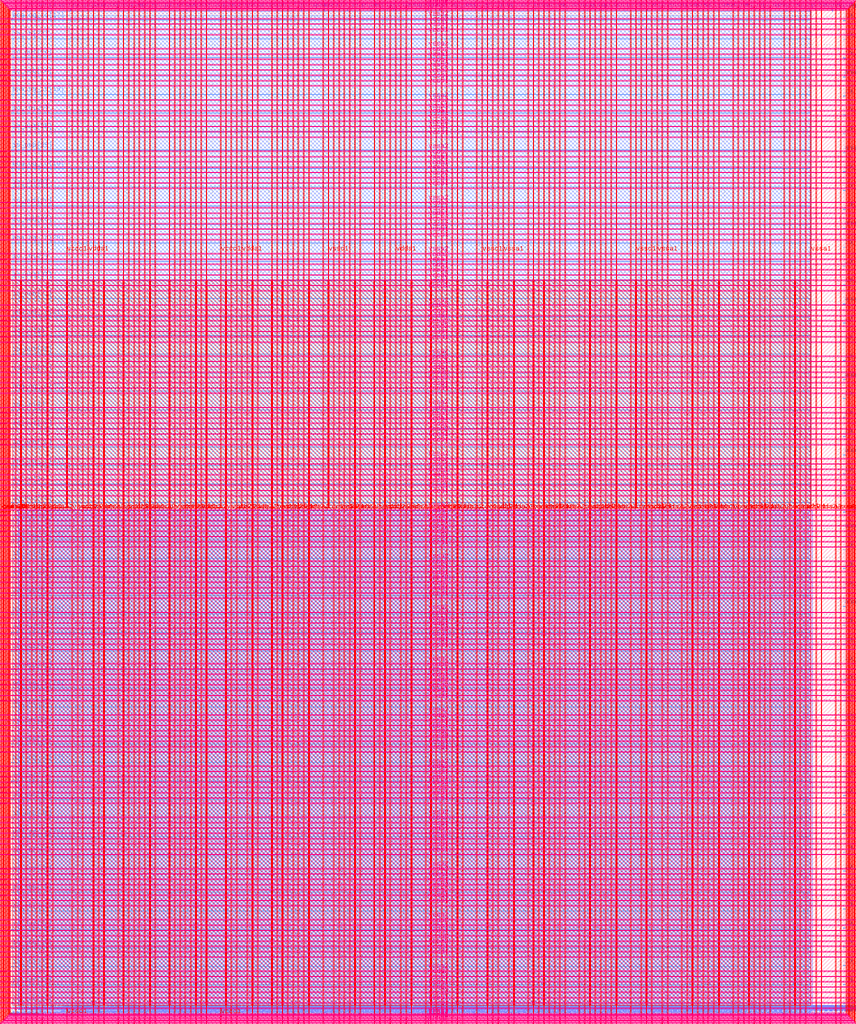
<source format=lef>
VERSION 5.7 ;
  NOWIREEXTENSIONATPIN ON ;
  DIVIDERCHAR "/" ;
  BUSBITCHARS "[]" ;
MACRO user_project_wrapper
  CLASS BLOCK ;
  FOREIGN user_project_wrapper ;
  ORIGIN 0.000 0.000 ;
  SIZE 2920.000 BY 3520.000 ;
  PIN analog_io[0]
    DIRECTION INOUT ;
    USE SIGNAL ;
    PORT
      LAYER met3 ;
        RECT 2917.600 1426.380 2924.800 1427.580 ;
    END
  END analog_io[0]
  PIN analog_io[10]
    DIRECTION INOUT ;
    USE SIGNAL ;
    PORT
      LAYER met2 ;
        RECT 2230.490 3517.600 2231.050 3524.800 ;
    END
  END analog_io[10]
  PIN analog_io[11]
    DIRECTION INOUT ;
    USE SIGNAL ;
    PORT
      LAYER met2 ;
        RECT 1905.730 3517.600 1906.290 3524.800 ;
    END
  END analog_io[11]
  PIN analog_io[12]
    DIRECTION INOUT ;
    USE SIGNAL ;
    PORT
      LAYER met2 ;
        RECT 1581.430 3517.600 1581.990 3524.800 ;
    END
  END analog_io[12]
  PIN analog_io[13]
    DIRECTION INOUT ;
    USE SIGNAL ;
    PORT
      LAYER met2 ;
        RECT 1257.130 3517.600 1257.690 3524.800 ;
    END
  END analog_io[13]
  PIN analog_io[14]
    DIRECTION INOUT ;
    USE SIGNAL ;
    PORT
      LAYER met2 ;
        RECT 932.370 3517.600 932.930 3524.800 ;
    END
  END analog_io[14]
  PIN analog_io[15]
    DIRECTION INOUT ;
    USE SIGNAL ;
    PORT
      LAYER met2 ;
        RECT 608.070 3517.600 608.630 3524.800 ;
    END
  END analog_io[15]
  PIN analog_io[16]
    DIRECTION INOUT ;
    USE SIGNAL ;
    PORT
      LAYER met2 ;
        RECT 283.770 3517.600 284.330 3524.800 ;
    END
  END analog_io[16]
  PIN analog_io[17]
    DIRECTION INOUT ;
    USE SIGNAL ;
    PORT
      LAYER met3 ;
        RECT -4.800 3486.100 2.400 3487.300 ;
    END
  END analog_io[17]
  PIN analog_io[18]
    DIRECTION INOUT ;
    USE SIGNAL ;
    PORT
      LAYER met3 ;
        RECT -4.800 3224.980 2.400 3226.180 ;
    END
  END analog_io[18]
  PIN analog_io[19]
    DIRECTION INOUT ;
    USE SIGNAL ;
    PORT
      LAYER met3 ;
        RECT -4.800 2964.540 2.400 2965.740 ;
    END
  END analog_io[19]
  PIN analog_io[1]
    DIRECTION INOUT ;
    USE SIGNAL ;
    PORT
      LAYER met3 ;
        RECT 2917.600 1692.260 2924.800 1693.460 ;
    END
  END analog_io[1]
  PIN analog_io[20]
    DIRECTION INOUT ;
    USE SIGNAL ;
    PORT
      LAYER met3 ;
        RECT -4.800 2703.420 2.400 2704.620 ;
    END
  END analog_io[20]
  PIN analog_io[21]
    DIRECTION INOUT ;
    USE SIGNAL ;
    PORT
      LAYER met3 ;
        RECT -4.800 2442.980 2.400 2444.180 ;
    END
  END analog_io[21]
  PIN analog_io[22]
    DIRECTION INOUT ;
    USE SIGNAL ;
    PORT
      LAYER met3 ;
        RECT -4.800 2182.540 2.400 2183.740 ;
    END
  END analog_io[22]
  PIN analog_io[23]
    DIRECTION INOUT ;
    USE SIGNAL ;
    PORT
      LAYER met3 ;
        RECT -4.800 1921.420 2.400 1922.620 ;
    END
  END analog_io[23]
  PIN analog_io[24]
    DIRECTION INOUT ;
    USE SIGNAL ;
    PORT
      LAYER met3 ;
        RECT -4.800 1660.980 2.400 1662.180 ;
    END
  END analog_io[24]
  PIN analog_io[25]
    DIRECTION INOUT ;
    USE SIGNAL ;
    PORT
      LAYER met3 ;
        RECT -4.800 1399.860 2.400 1401.060 ;
    END
  END analog_io[25]
  PIN analog_io[26]
    DIRECTION INOUT ;
    USE SIGNAL ;
    PORT
      LAYER met3 ;
        RECT -4.800 1139.420 2.400 1140.620 ;
    END
  END analog_io[26]
  PIN analog_io[27]
    DIRECTION INOUT ;
    USE SIGNAL ;
    PORT
      LAYER met3 ;
        RECT -4.800 878.980 2.400 880.180 ;
    END
  END analog_io[27]
  PIN analog_io[28]
    DIRECTION INOUT ;
    USE SIGNAL ;
    PORT
      LAYER met3 ;
        RECT -4.800 617.860 2.400 619.060 ;
    END
  END analog_io[28]
  PIN analog_io[2]
    DIRECTION INOUT ;
    USE SIGNAL ;
    PORT
      LAYER met3 ;
        RECT 2917.600 1958.140 2924.800 1959.340 ;
    END
  END analog_io[2]
  PIN analog_io[3]
    DIRECTION INOUT ;
    USE SIGNAL ;
    PORT
      LAYER met3 ;
        RECT 2917.600 2223.340 2924.800 2224.540 ;
    END
  END analog_io[3]
  PIN analog_io[4]
    DIRECTION INOUT ;
    USE SIGNAL ;
    PORT
      LAYER met3 ;
        RECT 2917.600 2489.220 2924.800 2490.420 ;
    END
  END analog_io[4]
  PIN analog_io[5]
    DIRECTION INOUT ;
    USE SIGNAL ;
    PORT
      LAYER met3 ;
        RECT 2917.600 2755.100 2924.800 2756.300 ;
    END
  END analog_io[5]
  PIN analog_io[6]
    DIRECTION INOUT ;
    USE SIGNAL ;
    PORT
      LAYER met3 ;
        RECT 2917.600 3020.300 2924.800 3021.500 ;
    END
  END analog_io[6]
  PIN analog_io[7]
    DIRECTION INOUT ;
    USE SIGNAL ;
    PORT
      LAYER met3 ;
        RECT 2917.600 3286.180 2924.800 3287.380 ;
    END
  END analog_io[7]
  PIN analog_io[8]
    DIRECTION INOUT ;
    USE SIGNAL ;
    PORT
      LAYER met2 ;
        RECT 2879.090 3517.600 2879.650 3524.800 ;
    END
  END analog_io[8]
  PIN analog_io[9]
    DIRECTION INOUT ;
    USE SIGNAL ;
    PORT
      LAYER met2 ;
        RECT 2554.790 3517.600 2555.350 3524.800 ;
    END
  END analog_io[9]
  PIN io_in[0]
    DIRECTION INPUT ;
    USE SIGNAL ;
    PORT
      LAYER met3 ;
        RECT 2917.600 32.380 2924.800 33.580 ;
    END
  END io_in[0]
  PIN io_in[10]
    DIRECTION INPUT ;
    USE SIGNAL ;
    PORT
      LAYER met3 ;
        RECT 2917.600 2289.980 2924.800 2291.180 ;
    END
  END io_in[10]
  PIN io_in[11]
    DIRECTION INPUT ;
    USE SIGNAL ;
    PORT
      LAYER met3 ;
        RECT 2917.600 2555.860 2924.800 2557.060 ;
    END
  END io_in[11]
  PIN io_in[12]
    DIRECTION INPUT ;
    USE SIGNAL ;
    PORT
      LAYER met3 ;
        RECT 2917.600 2821.060 2924.800 2822.260 ;
    END
  END io_in[12]
  PIN io_in[13]
    DIRECTION INPUT ;
    USE SIGNAL ;
    PORT
      LAYER met3 ;
        RECT 2917.600 3086.940 2924.800 3088.140 ;
    END
  END io_in[13]
  PIN io_in[14]
    DIRECTION INPUT ;
    USE SIGNAL ;
    PORT
      LAYER met3 ;
        RECT 2917.600 3352.820 2924.800 3354.020 ;
    END
  END io_in[14]
  PIN io_in[15]
    DIRECTION INPUT ;
    USE SIGNAL ;
    PORT
      LAYER met2 ;
        RECT 2798.130 3517.600 2798.690 3524.800 ;
    END
  END io_in[15]
  PIN io_in[16]
    DIRECTION INPUT ;
    USE SIGNAL ;
    PORT
      LAYER met2 ;
        RECT 2473.830 3517.600 2474.390 3524.800 ;
    END
  END io_in[16]
  PIN io_in[17]
    DIRECTION INPUT ;
    USE SIGNAL ;
    PORT
      LAYER met2 ;
        RECT 2149.070 3517.600 2149.630 3524.800 ;
    END
  END io_in[17]
  PIN io_in[18]
    DIRECTION INPUT ;
    USE SIGNAL ;
    PORT
      LAYER met2 ;
        RECT 1824.770 3517.600 1825.330 3524.800 ;
    END
  END io_in[18]
  PIN io_in[19]
    DIRECTION INPUT ;
    USE SIGNAL ;
    PORT
      LAYER met2 ;
        RECT 1500.470 3517.600 1501.030 3524.800 ;
    END
  END io_in[19]
  PIN io_in[1]
    DIRECTION INPUT ;
    USE SIGNAL ;
    PORT
      LAYER met3 ;
        RECT 2917.600 230.940 2924.800 232.140 ;
    END
  END io_in[1]
  PIN io_in[20]
    DIRECTION INPUT ;
    USE SIGNAL ;
    PORT
      LAYER met2 ;
        RECT 1175.710 3517.600 1176.270 3524.800 ;
    END
  END io_in[20]
  PIN io_in[21]
    DIRECTION INPUT ;
    USE SIGNAL ;
    PORT
      LAYER met2 ;
        RECT 851.410 3517.600 851.970 3524.800 ;
    END
  END io_in[21]
  PIN io_in[22]
    DIRECTION INPUT ;
    USE SIGNAL ;
    PORT
      LAYER met2 ;
        RECT 527.110 3517.600 527.670 3524.800 ;
    END
  END io_in[22]
  PIN io_in[23]
    DIRECTION INPUT ;
    USE SIGNAL ;
    PORT
      LAYER met2 ;
        RECT 202.350 3517.600 202.910 3524.800 ;
    END
  END io_in[23]
  PIN io_in[24]
    DIRECTION INPUT ;
    USE SIGNAL ;
    PORT
      LAYER met3 ;
        RECT -4.800 3420.820 2.400 3422.020 ;
    END
  END io_in[24]
  PIN io_in[25]
    DIRECTION INPUT ;
    USE SIGNAL ;
    PORT
      LAYER met3 ;
        RECT -4.800 3159.700 2.400 3160.900 ;
    END
  END io_in[25]
  PIN io_in[26]
    DIRECTION INPUT ;
    USE SIGNAL ;
    PORT
      LAYER met3 ;
        RECT -4.800 2899.260 2.400 2900.460 ;
    END
  END io_in[26]
  PIN io_in[27]
    DIRECTION INPUT ;
    USE SIGNAL ;
    PORT
      LAYER met3 ;
        RECT -4.800 2638.820 2.400 2640.020 ;
    END
  END io_in[27]
  PIN io_in[28]
    DIRECTION INPUT ;
    USE SIGNAL ;
    PORT
      LAYER met3 ;
        RECT -4.800 2377.700 2.400 2378.900 ;
    END
  END io_in[28]
  PIN io_in[29]
    DIRECTION INPUT ;
    USE SIGNAL ;
    PORT
      LAYER met3 ;
        RECT -4.800 2117.260 2.400 2118.460 ;
    END
  END io_in[29]
  PIN io_in[2]
    DIRECTION INPUT ;
    USE SIGNAL ;
    PORT
      LAYER met3 ;
        RECT 2917.600 430.180 2924.800 431.380 ;
    END
  END io_in[2]
  PIN io_in[30]
    DIRECTION INPUT ;
    USE SIGNAL ;
    PORT
      LAYER met3 ;
        RECT -4.800 1856.140 2.400 1857.340 ;
    END
  END io_in[30]
  PIN io_in[31]
    DIRECTION INPUT ;
    USE SIGNAL ;
    PORT
      LAYER met3 ;
        RECT -4.800 1595.700 2.400 1596.900 ;
    END
  END io_in[31]
  PIN io_in[32]
    DIRECTION INPUT ;
    USE SIGNAL ;
    PORT
      LAYER met3 ;
        RECT -4.800 1335.260 2.400 1336.460 ;
    END
  END io_in[32]
  PIN io_in[33]
    DIRECTION INPUT ;
    USE SIGNAL ;
    PORT
      LAYER met3 ;
        RECT -4.800 1074.140 2.400 1075.340 ;
    END
  END io_in[33]
  PIN io_in[34]
    DIRECTION INPUT ;
    USE SIGNAL ;
    PORT
      LAYER met3 ;
        RECT -4.800 813.700 2.400 814.900 ;
    END
  END io_in[34]
  PIN io_in[35]
    DIRECTION INPUT ;
    USE SIGNAL ;
    PORT
      LAYER met3 ;
        RECT -4.800 552.580 2.400 553.780 ;
    END
  END io_in[35]
  PIN io_in[36]
    DIRECTION INPUT ;
    USE SIGNAL ;
    PORT
      LAYER met3 ;
        RECT -4.800 357.420 2.400 358.620 ;
    END
  END io_in[36]
  PIN io_in[37]
    DIRECTION INPUT ;
    USE SIGNAL ;
    PORT
      LAYER met3 ;
        RECT -4.800 161.580 2.400 162.780 ;
    END
  END io_in[37]
  PIN io_in[3]
    DIRECTION INPUT ;
    USE SIGNAL ;
    PORT
      LAYER met3 ;
        RECT 2917.600 629.420 2924.800 630.620 ;
    END
  END io_in[3]
  PIN io_in[4]
    DIRECTION INPUT ;
    USE SIGNAL ;
    PORT
      LAYER met3 ;
        RECT 2917.600 828.660 2924.800 829.860 ;
    END
  END io_in[4]
  PIN io_in[5]
    DIRECTION INPUT ;
    USE SIGNAL ;
    PORT
      LAYER met3 ;
        RECT 2917.600 1027.900 2924.800 1029.100 ;
    END
  END io_in[5]
  PIN io_in[6]
    DIRECTION INPUT ;
    USE SIGNAL ;
    PORT
      LAYER met3 ;
        RECT 2917.600 1227.140 2924.800 1228.340 ;
    END
  END io_in[6]
  PIN io_in[7]
    DIRECTION INPUT ;
    USE SIGNAL ;
    PORT
      LAYER met3 ;
        RECT 2917.600 1493.020 2924.800 1494.220 ;
    END
  END io_in[7]
  PIN io_in[8]
    DIRECTION INPUT ;
    USE SIGNAL ;
    PORT
      LAYER met3 ;
        RECT 2917.600 1758.900 2924.800 1760.100 ;
    END
  END io_in[8]
  PIN io_in[9]
    DIRECTION INPUT ;
    USE SIGNAL ;
    PORT
      LAYER met3 ;
        RECT 2917.600 2024.100 2924.800 2025.300 ;
    END
  END io_in[9]
  PIN io_oeb[0]
    DIRECTION OUTPUT TRISTATE ;
    USE SIGNAL ;
    PORT
      LAYER met3 ;
        RECT 2917.600 164.980 2924.800 166.180 ;
    END
  END io_oeb[0]
  PIN io_oeb[10]
    DIRECTION OUTPUT TRISTATE ;
    USE SIGNAL ;
    PORT
      LAYER met3 ;
        RECT 2917.600 2422.580 2924.800 2423.780 ;
    END
  END io_oeb[10]
  PIN io_oeb[11]
    DIRECTION OUTPUT TRISTATE ;
    USE SIGNAL ;
    PORT
      LAYER met3 ;
        RECT 2917.600 2688.460 2924.800 2689.660 ;
    END
  END io_oeb[11]
  PIN io_oeb[12]
    DIRECTION OUTPUT TRISTATE ;
    USE SIGNAL ;
    PORT
      LAYER met3 ;
        RECT 2917.600 2954.340 2924.800 2955.540 ;
    END
  END io_oeb[12]
  PIN io_oeb[13]
    DIRECTION OUTPUT TRISTATE ;
    USE SIGNAL ;
    PORT
      LAYER met3 ;
        RECT 2917.600 3219.540 2924.800 3220.740 ;
    END
  END io_oeb[13]
  PIN io_oeb[14]
    DIRECTION OUTPUT TRISTATE ;
    USE SIGNAL ;
    PORT
      LAYER met3 ;
        RECT 2917.600 3485.420 2924.800 3486.620 ;
    END
  END io_oeb[14]
  PIN io_oeb[15]
    DIRECTION OUTPUT TRISTATE ;
    USE SIGNAL ;
    PORT
      LAYER met2 ;
        RECT 2635.750 3517.600 2636.310 3524.800 ;
    END
  END io_oeb[15]
  PIN io_oeb[16]
    DIRECTION OUTPUT TRISTATE ;
    USE SIGNAL ;
    PORT
      LAYER met2 ;
        RECT 2311.450 3517.600 2312.010 3524.800 ;
    END
  END io_oeb[16]
  PIN io_oeb[17]
    DIRECTION OUTPUT TRISTATE ;
    USE SIGNAL ;
    PORT
      LAYER met2 ;
        RECT 1987.150 3517.600 1987.710 3524.800 ;
    END
  END io_oeb[17]
  PIN io_oeb[18]
    DIRECTION OUTPUT TRISTATE ;
    USE SIGNAL ;
    PORT
      LAYER met2 ;
        RECT 1662.390 3517.600 1662.950 3524.800 ;
    END
  END io_oeb[18]
  PIN io_oeb[19]
    DIRECTION OUTPUT TRISTATE ;
    USE SIGNAL ;
    PORT
      LAYER met2 ;
        RECT 1338.090 3517.600 1338.650 3524.800 ;
    END
  END io_oeb[19]
  PIN io_oeb[1]
    DIRECTION OUTPUT TRISTATE ;
    USE SIGNAL ;
    PORT
      LAYER met3 ;
        RECT 2917.600 364.220 2924.800 365.420 ;
    END
  END io_oeb[1]
  PIN io_oeb[20]
    DIRECTION OUTPUT TRISTATE ;
    USE SIGNAL ;
    PORT
      LAYER met2 ;
        RECT 1013.790 3517.600 1014.350 3524.800 ;
    END
  END io_oeb[20]
  PIN io_oeb[21]
    DIRECTION OUTPUT TRISTATE ;
    USE SIGNAL ;
    PORT
      LAYER met2 ;
        RECT 689.030 3517.600 689.590 3524.800 ;
    END
  END io_oeb[21]
  PIN io_oeb[22]
    DIRECTION OUTPUT TRISTATE ;
    USE SIGNAL ;
    PORT
      LAYER met2 ;
        RECT 364.730 3517.600 365.290 3524.800 ;
    END
  END io_oeb[22]
  PIN io_oeb[23]
    DIRECTION OUTPUT TRISTATE ;
    USE SIGNAL ;
    PORT
      LAYER met2 ;
        RECT 40.430 3517.600 40.990 3524.800 ;
    END
  END io_oeb[23]
  PIN io_oeb[24]
    DIRECTION OUTPUT TRISTATE ;
    USE SIGNAL ;
    PORT
      LAYER met3 ;
        RECT -4.800 3290.260 2.400 3291.460 ;
    END
  END io_oeb[24]
  PIN io_oeb[25]
    DIRECTION OUTPUT TRISTATE ;
    USE SIGNAL ;
    PORT
      LAYER met3 ;
        RECT -4.800 3029.820 2.400 3031.020 ;
    END
  END io_oeb[25]
  PIN io_oeb[26]
    DIRECTION OUTPUT TRISTATE ;
    USE SIGNAL ;
    PORT
      LAYER met3 ;
        RECT -4.800 2768.700 2.400 2769.900 ;
    END
  END io_oeb[26]
  PIN io_oeb[27]
    DIRECTION OUTPUT TRISTATE ;
    USE SIGNAL ;
    PORT
      LAYER met3 ;
        RECT -4.800 2508.260 2.400 2509.460 ;
    END
  END io_oeb[27]
  PIN io_oeb[28]
    DIRECTION OUTPUT TRISTATE ;
    USE SIGNAL ;
    PORT
      LAYER met3 ;
        RECT -4.800 2247.140 2.400 2248.340 ;
    END
  END io_oeb[28]
  PIN io_oeb[29]
    DIRECTION OUTPUT TRISTATE ;
    USE SIGNAL ;
    PORT
      LAYER met3 ;
        RECT -4.800 1986.700 2.400 1987.900 ;
    END
  END io_oeb[29]
  PIN io_oeb[2]
    DIRECTION OUTPUT TRISTATE ;
    USE SIGNAL ;
    PORT
      LAYER met3 ;
        RECT 2917.600 563.460 2924.800 564.660 ;
    END
  END io_oeb[2]
  PIN io_oeb[30]
    DIRECTION OUTPUT TRISTATE ;
    USE SIGNAL ;
    PORT
      LAYER met3 ;
        RECT -4.800 1726.260 2.400 1727.460 ;
    END
  END io_oeb[30]
  PIN io_oeb[31]
    DIRECTION OUTPUT TRISTATE ;
    USE SIGNAL ;
    PORT
      LAYER met3 ;
        RECT -4.800 1465.140 2.400 1466.340 ;
    END
  END io_oeb[31]
  PIN io_oeb[32]
    DIRECTION OUTPUT TRISTATE ;
    USE SIGNAL ;
    PORT
      LAYER met3 ;
        RECT -4.800 1204.700 2.400 1205.900 ;
    END
  END io_oeb[32]
  PIN io_oeb[33]
    DIRECTION OUTPUT TRISTATE ;
    USE SIGNAL ;
    PORT
      LAYER met3 ;
        RECT -4.800 943.580 2.400 944.780 ;
    END
  END io_oeb[33]
  PIN io_oeb[34]
    DIRECTION OUTPUT TRISTATE ;
    USE SIGNAL ;
    PORT
      LAYER met3 ;
        RECT -4.800 683.140 2.400 684.340 ;
    END
  END io_oeb[34]
  PIN io_oeb[35]
    DIRECTION OUTPUT TRISTATE ;
    USE SIGNAL ;
    PORT
      LAYER met3 ;
        RECT -4.800 422.700 2.400 423.900 ;
    END
  END io_oeb[35]
  PIN io_oeb[36]
    DIRECTION OUTPUT TRISTATE ;
    USE SIGNAL ;
    PORT
      LAYER met3 ;
        RECT -4.800 226.860 2.400 228.060 ;
    END
  END io_oeb[36]
  PIN io_oeb[37]
    DIRECTION OUTPUT TRISTATE ;
    USE SIGNAL ;
    PORT
      LAYER met3 ;
        RECT -4.800 31.700 2.400 32.900 ;
    END
  END io_oeb[37]
  PIN io_oeb[3]
    DIRECTION OUTPUT TRISTATE ;
    USE SIGNAL ;
    PORT
      LAYER met3 ;
        RECT 2917.600 762.700 2924.800 763.900 ;
    END
  END io_oeb[3]
  PIN io_oeb[4]
    DIRECTION OUTPUT TRISTATE ;
    USE SIGNAL ;
    PORT
      LAYER met3 ;
        RECT 2917.600 961.940 2924.800 963.140 ;
    END
  END io_oeb[4]
  PIN io_oeb[5]
    DIRECTION OUTPUT TRISTATE ;
    USE SIGNAL ;
    PORT
      LAYER met3 ;
        RECT 2917.600 1161.180 2924.800 1162.380 ;
    END
  END io_oeb[5]
  PIN io_oeb[6]
    DIRECTION OUTPUT TRISTATE ;
    USE SIGNAL ;
    PORT
      LAYER met3 ;
        RECT 2917.600 1360.420 2924.800 1361.620 ;
    END
  END io_oeb[6]
  PIN io_oeb[7]
    DIRECTION OUTPUT TRISTATE ;
    USE SIGNAL ;
    PORT
      LAYER met3 ;
        RECT 2917.600 1625.620 2924.800 1626.820 ;
    END
  END io_oeb[7]
  PIN io_oeb[8]
    DIRECTION OUTPUT TRISTATE ;
    USE SIGNAL ;
    PORT
      LAYER met3 ;
        RECT 2917.600 1891.500 2924.800 1892.700 ;
    END
  END io_oeb[8]
  PIN io_oeb[9]
    DIRECTION OUTPUT TRISTATE ;
    USE SIGNAL ;
    PORT
      LAYER met3 ;
        RECT 2917.600 2157.380 2924.800 2158.580 ;
    END
  END io_oeb[9]
  PIN io_out[0]
    DIRECTION OUTPUT TRISTATE ;
    USE SIGNAL ;
    PORT
      LAYER met3 ;
        RECT 2917.600 98.340 2924.800 99.540 ;
    END
  END io_out[0]
  PIN io_out[10]
    DIRECTION OUTPUT TRISTATE ;
    USE SIGNAL ;
    PORT
      LAYER met3 ;
        RECT 2917.600 2356.620 2924.800 2357.820 ;
    END
  END io_out[10]
  PIN io_out[11]
    DIRECTION OUTPUT TRISTATE ;
    USE SIGNAL ;
    PORT
      LAYER met3 ;
        RECT 2917.600 2621.820 2924.800 2623.020 ;
    END
  END io_out[11]
  PIN io_out[12]
    DIRECTION OUTPUT TRISTATE ;
    USE SIGNAL ;
    PORT
      LAYER met3 ;
        RECT 2917.600 2887.700 2924.800 2888.900 ;
    END
  END io_out[12]
  PIN io_out[13]
    DIRECTION OUTPUT TRISTATE ;
    USE SIGNAL ;
    PORT
      LAYER met3 ;
        RECT 2917.600 3153.580 2924.800 3154.780 ;
    END
  END io_out[13]
  PIN io_out[14]
    DIRECTION OUTPUT TRISTATE ;
    USE SIGNAL ;
    PORT
      LAYER met3 ;
        RECT 2917.600 3418.780 2924.800 3419.980 ;
    END
  END io_out[14]
  PIN io_out[15]
    DIRECTION OUTPUT TRISTATE ;
    USE SIGNAL ;
    PORT
      LAYER met2 ;
        RECT 2717.170 3517.600 2717.730 3524.800 ;
    END
  END io_out[15]
  PIN io_out[16]
    DIRECTION OUTPUT TRISTATE ;
    USE SIGNAL ;
    PORT
      LAYER met2 ;
        RECT 2392.410 3517.600 2392.970 3524.800 ;
    END
  END io_out[16]
  PIN io_out[17]
    DIRECTION OUTPUT TRISTATE ;
    USE SIGNAL ;
    PORT
      LAYER met2 ;
        RECT 2068.110 3517.600 2068.670 3524.800 ;
    END
  END io_out[17]
  PIN io_out[18]
    DIRECTION OUTPUT TRISTATE ;
    USE SIGNAL ;
    PORT
      LAYER met2 ;
        RECT 1743.810 3517.600 1744.370 3524.800 ;
    END
  END io_out[18]
  PIN io_out[19]
    DIRECTION OUTPUT TRISTATE ;
    USE SIGNAL ;
    PORT
      LAYER met2 ;
        RECT 1419.050 3517.600 1419.610 3524.800 ;
    END
  END io_out[19]
  PIN io_out[1]
    DIRECTION OUTPUT TRISTATE ;
    USE SIGNAL ;
    PORT
      LAYER met3 ;
        RECT 2917.600 297.580 2924.800 298.780 ;
    END
  END io_out[1]
  PIN io_out[20]
    DIRECTION OUTPUT TRISTATE ;
    USE SIGNAL ;
    PORT
      LAYER met2 ;
        RECT 1094.750 3517.600 1095.310 3524.800 ;
    END
  END io_out[20]
  PIN io_out[21]
    DIRECTION OUTPUT TRISTATE ;
    USE SIGNAL ;
    PORT
      LAYER met2 ;
        RECT 770.450 3517.600 771.010 3524.800 ;
    END
  END io_out[21]
  PIN io_out[22]
    DIRECTION OUTPUT TRISTATE ;
    USE SIGNAL ;
    PORT
      LAYER met2 ;
        RECT 445.690 3517.600 446.250 3524.800 ;
    END
  END io_out[22]
  PIN io_out[23]
    DIRECTION OUTPUT TRISTATE ;
    USE SIGNAL ;
    PORT
      LAYER met2 ;
        RECT 121.390 3517.600 121.950 3524.800 ;
    END
  END io_out[23]
  PIN io_out[24]
    DIRECTION OUTPUT TRISTATE ;
    USE SIGNAL ;
    PORT
      LAYER met3 ;
        RECT -4.800 3355.540 2.400 3356.740 ;
    END
  END io_out[24]
  PIN io_out[25]
    DIRECTION OUTPUT TRISTATE ;
    USE SIGNAL ;
    PORT
      LAYER met3 ;
        RECT -4.800 3095.100 2.400 3096.300 ;
    END
  END io_out[25]
  PIN io_out[26]
    DIRECTION OUTPUT TRISTATE ;
    USE SIGNAL ;
    PORT
      LAYER met3 ;
        RECT -4.800 2833.980 2.400 2835.180 ;
    END
  END io_out[26]
  PIN io_out[27]
    DIRECTION OUTPUT TRISTATE ;
    USE SIGNAL ;
    PORT
      LAYER met3 ;
        RECT -4.800 2573.540 2.400 2574.740 ;
    END
  END io_out[27]
  PIN io_out[28]
    DIRECTION OUTPUT TRISTATE ;
    USE SIGNAL ;
    PORT
      LAYER met3 ;
        RECT -4.800 2312.420 2.400 2313.620 ;
    END
  END io_out[28]
  PIN io_out[29]
    DIRECTION OUTPUT TRISTATE ;
    USE SIGNAL ;
    PORT
      LAYER met3 ;
        RECT -4.800 2051.980 2.400 2053.180 ;
    END
  END io_out[29]
  PIN io_out[2]
    DIRECTION OUTPUT TRISTATE ;
    USE SIGNAL ;
    PORT
      LAYER met3 ;
        RECT 2917.600 496.820 2924.800 498.020 ;
    END
  END io_out[2]
  PIN io_out[30]
    DIRECTION OUTPUT TRISTATE ;
    USE SIGNAL ;
    PORT
      LAYER met3 ;
        RECT -4.800 1791.540 2.400 1792.740 ;
    END
  END io_out[30]
  PIN io_out[31]
    DIRECTION OUTPUT TRISTATE ;
    USE SIGNAL ;
    PORT
      LAYER met3 ;
        RECT -4.800 1530.420 2.400 1531.620 ;
    END
  END io_out[31]
  PIN io_out[32]
    DIRECTION OUTPUT TRISTATE ;
    USE SIGNAL ;
    PORT
      LAYER met3 ;
        RECT -4.800 1269.980 2.400 1271.180 ;
    END
  END io_out[32]
  PIN io_out[33]
    DIRECTION OUTPUT TRISTATE ;
    USE SIGNAL ;
    PORT
      LAYER met3 ;
        RECT -4.800 1008.860 2.400 1010.060 ;
    END
  END io_out[33]
  PIN io_out[34]
    DIRECTION OUTPUT TRISTATE ;
    USE SIGNAL ;
    PORT
      LAYER met3 ;
        RECT -4.800 748.420 2.400 749.620 ;
    END
  END io_out[34]
  PIN io_out[35]
    DIRECTION OUTPUT TRISTATE ;
    USE SIGNAL ;
    PORT
      LAYER met3 ;
        RECT -4.800 487.300 2.400 488.500 ;
    END
  END io_out[35]
  PIN io_out[36]
    DIRECTION OUTPUT TRISTATE ;
    USE SIGNAL ;
    PORT
      LAYER met3 ;
        RECT -4.800 292.140 2.400 293.340 ;
    END
  END io_out[36]
  PIN io_out[37]
    DIRECTION OUTPUT TRISTATE ;
    USE SIGNAL ;
    PORT
      LAYER met3 ;
        RECT -4.800 96.300 2.400 97.500 ;
    END
  END io_out[37]
  PIN io_out[3]
    DIRECTION OUTPUT TRISTATE ;
    USE SIGNAL ;
    PORT
      LAYER met3 ;
        RECT 2917.600 696.060 2924.800 697.260 ;
    END
  END io_out[3]
  PIN io_out[4]
    DIRECTION OUTPUT TRISTATE ;
    USE SIGNAL ;
    PORT
      LAYER met3 ;
        RECT 2917.600 895.300 2924.800 896.500 ;
    END
  END io_out[4]
  PIN io_out[5]
    DIRECTION OUTPUT TRISTATE ;
    USE SIGNAL ;
    PORT
      LAYER met3 ;
        RECT 2917.600 1094.540 2924.800 1095.740 ;
    END
  END io_out[5]
  PIN io_out[6]
    DIRECTION OUTPUT TRISTATE ;
    USE SIGNAL ;
    PORT
      LAYER met3 ;
        RECT 2917.600 1293.780 2924.800 1294.980 ;
    END
  END io_out[6]
  PIN io_out[7]
    DIRECTION OUTPUT TRISTATE ;
    USE SIGNAL ;
    PORT
      LAYER met3 ;
        RECT 2917.600 1559.660 2924.800 1560.860 ;
    END
  END io_out[7]
  PIN io_out[8]
    DIRECTION OUTPUT TRISTATE ;
    USE SIGNAL ;
    PORT
      LAYER met3 ;
        RECT 2917.600 1824.860 2924.800 1826.060 ;
    END
  END io_out[8]
  PIN io_out[9]
    DIRECTION OUTPUT TRISTATE ;
    USE SIGNAL ;
    PORT
      LAYER met3 ;
        RECT 2917.600 2090.740 2924.800 2091.940 ;
    END
  END io_out[9]
  PIN la_data_in[0]
    DIRECTION INPUT ;
    USE SIGNAL ;
    PORT
      LAYER met2 ;
        RECT 629.230 -4.800 629.790 2.400 ;
    END
  END la_data_in[0]
  PIN la_data_in[100]
    DIRECTION INPUT ;
    USE SIGNAL ;
    PORT
      LAYER met2 ;
        RECT 2402.530 -4.800 2403.090 2.400 ;
    END
  END la_data_in[100]
  PIN la_data_in[101]
    DIRECTION INPUT ;
    USE SIGNAL ;
    PORT
      LAYER met2 ;
        RECT 2420.010 -4.800 2420.570 2.400 ;
    END
  END la_data_in[101]
  PIN la_data_in[102]
    DIRECTION INPUT ;
    USE SIGNAL ;
    PORT
      LAYER met2 ;
        RECT 2437.950 -4.800 2438.510 2.400 ;
    END
  END la_data_in[102]
  PIN la_data_in[103]
    DIRECTION INPUT ;
    USE SIGNAL ;
    PORT
      LAYER met2 ;
        RECT 2455.430 -4.800 2455.990 2.400 ;
    END
  END la_data_in[103]
  PIN la_data_in[104]
    DIRECTION INPUT ;
    USE SIGNAL ;
    PORT
      LAYER met2 ;
        RECT 2473.370 -4.800 2473.930 2.400 ;
    END
  END la_data_in[104]
  PIN la_data_in[105]
    DIRECTION INPUT ;
    USE SIGNAL ;
    PORT
      LAYER met2 ;
        RECT 2490.850 -4.800 2491.410 2.400 ;
    END
  END la_data_in[105]
  PIN la_data_in[106]
    DIRECTION INPUT ;
    USE SIGNAL ;
    PORT
      LAYER met2 ;
        RECT 2508.790 -4.800 2509.350 2.400 ;
    END
  END la_data_in[106]
  PIN la_data_in[107]
    DIRECTION INPUT ;
    USE SIGNAL ;
    PORT
      LAYER met2 ;
        RECT 2526.730 -4.800 2527.290 2.400 ;
    END
  END la_data_in[107]
  PIN la_data_in[108]
    DIRECTION INPUT ;
    USE SIGNAL ;
    PORT
      LAYER met2 ;
        RECT 2544.210 -4.800 2544.770 2.400 ;
    END
  END la_data_in[108]
  PIN la_data_in[109]
    DIRECTION INPUT ;
    USE SIGNAL ;
    PORT
      LAYER met2 ;
        RECT 2562.150 -4.800 2562.710 2.400 ;
    END
  END la_data_in[109]
  PIN la_data_in[10]
    DIRECTION INPUT ;
    USE SIGNAL ;
    PORT
      LAYER met2 ;
        RECT 806.330 -4.800 806.890 2.400 ;
    END
  END la_data_in[10]
  PIN la_data_in[110]
    DIRECTION INPUT ;
    USE SIGNAL ;
    PORT
      LAYER met2 ;
        RECT 2579.630 -4.800 2580.190 2.400 ;
    END
  END la_data_in[110]
  PIN la_data_in[111]
    DIRECTION INPUT ;
    USE SIGNAL ;
    PORT
      LAYER met2 ;
        RECT 2597.570 -4.800 2598.130 2.400 ;
    END
  END la_data_in[111]
  PIN la_data_in[112]
    DIRECTION INPUT ;
    USE SIGNAL ;
    PORT
      LAYER met2 ;
        RECT 2615.050 -4.800 2615.610 2.400 ;
    END
  END la_data_in[112]
  PIN la_data_in[113]
    DIRECTION INPUT ;
    USE SIGNAL ;
    PORT
      LAYER met2 ;
        RECT 2632.990 -4.800 2633.550 2.400 ;
    END
  END la_data_in[113]
  PIN la_data_in[114]
    DIRECTION INPUT ;
    USE SIGNAL ;
    PORT
      LAYER met2 ;
        RECT 2650.470 -4.800 2651.030 2.400 ;
    END
  END la_data_in[114]
  PIN la_data_in[115]
    DIRECTION INPUT ;
    USE SIGNAL ;
    PORT
      LAYER met2 ;
        RECT 2668.410 -4.800 2668.970 2.400 ;
    END
  END la_data_in[115]
  PIN la_data_in[116]
    DIRECTION INPUT ;
    USE SIGNAL ;
    PORT
      LAYER met2 ;
        RECT 2685.890 -4.800 2686.450 2.400 ;
    END
  END la_data_in[116]
  PIN la_data_in[117]
    DIRECTION INPUT ;
    USE SIGNAL ;
    PORT
      LAYER met2 ;
        RECT 2703.830 -4.800 2704.390 2.400 ;
    END
  END la_data_in[117]
  PIN la_data_in[118]
    DIRECTION INPUT ;
    USE SIGNAL ;
    PORT
      LAYER met2 ;
        RECT 2721.770 -4.800 2722.330 2.400 ;
    END
  END la_data_in[118]
  PIN la_data_in[119]
    DIRECTION INPUT ;
    USE SIGNAL ;
    PORT
      LAYER met2 ;
        RECT 2739.250 -4.800 2739.810 2.400 ;
    END
  END la_data_in[119]
  PIN la_data_in[11]
    DIRECTION INPUT ;
    USE SIGNAL ;
    PORT
      LAYER met2 ;
        RECT 824.270 -4.800 824.830 2.400 ;
    END
  END la_data_in[11]
  PIN la_data_in[120]
    DIRECTION INPUT ;
    USE SIGNAL ;
    PORT
      LAYER met2 ;
        RECT 2757.190 -4.800 2757.750 2.400 ;
    END
  END la_data_in[120]
  PIN la_data_in[121]
    DIRECTION INPUT ;
    USE SIGNAL ;
    PORT
      LAYER met2 ;
        RECT 2774.670 -4.800 2775.230 2.400 ;
    END
  END la_data_in[121]
  PIN la_data_in[122]
    DIRECTION INPUT ;
    USE SIGNAL ;
    PORT
      LAYER met2 ;
        RECT 2792.610 -4.800 2793.170 2.400 ;
    END
  END la_data_in[122]
  PIN la_data_in[123]
    DIRECTION INPUT ;
    USE SIGNAL ;
    PORT
      LAYER met2 ;
        RECT 2810.090 -4.800 2810.650 2.400 ;
    END
  END la_data_in[123]
  PIN la_data_in[124]
    DIRECTION INPUT ;
    USE SIGNAL ;
    PORT
      LAYER met2 ;
        RECT 2828.030 -4.800 2828.590 2.400 ;
    END
  END la_data_in[124]
  PIN la_data_in[125]
    DIRECTION INPUT ;
    USE SIGNAL ;
    PORT
      LAYER met2 ;
        RECT 2845.510 -4.800 2846.070 2.400 ;
    END
  END la_data_in[125]
  PIN la_data_in[126]
    DIRECTION INPUT ;
    USE SIGNAL ;
    PORT
      LAYER met2 ;
        RECT 2863.450 -4.800 2864.010 2.400 ;
    END
  END la_data_in[126]
  PIN la_data_in[127]
    DIRECTION INPUT ;
    USE SIGNAL ;
    PORT
      LAYER met2 ;
        RECT 2881.390 -4.800 2881.950 2.400 ;
    END
  END la_data_in[127]
  PIN la_data_in[12]
    DIRECTION INPUT ;
    USE SIGNAL ;
    PORT
      LAYER met2 ;
        RECT 841.750 -4.800 842.310 2.400 ;
    END
  END la_data_in[12]
  PIN la_data_in[13]
    DIRECTION INPUT ;
    USE SIGNAL ;
    PORT
      LAYER met2 ;
        RECT 859.690 -4.800 860.250 2.400 ;
    END
  END la_data_in[13]
  PIN la_data_in[14]
    DIRECTION INPUT ;
    USE SIGNAL ;
    PORT
      LAYER met2 ;
        RECT 877.170 -4.800 877.730 2.400 ;
    END
  END la_data_in[14]
  PIN la_data_in[15]
    DIRECTION INPUT ;
    USE SIGNAL ;
    PORT
      LAYER met2 ;
        RECT 895.110 -4.800 895.670 2.400 ;
    END
  END la_data_in[15]
  PIN la_data_in[16]
    DIRECTION INPUT ;
    USE SIGNAL ;
    PORT
      LAYER met2 ;
        RECT 912.590 -4.800 913.150 2.400 ;
    END
  END la_data_in[16]
  PIN la_data_in[17]
    DIRECTION INPUT ;
    USE SIGNAL ;
    PORT
      LAYER met2 ;
        RECT 930.530 -4.800 931.090 2.400 ;
    END
  END la_data_in[17]
  PIN la_data_in[18]
    DIRECTION INPUT ;
    USE SIGNAL ;
    PORT
      LAYER met2 ;
        RECT 948.470 -4.800 949.030 2.400 ;
    END
  END la_data_in[18]
  PIN la_data_in[19]
    DIRECTION INPUT ;
    USE SIGNAL ;
    PORT
      LAYER met2 ;
        RECT 965.950 -4.800 966.510 2.400 ;
    END
  END la_data_in[19]
  PIN la_data_in[1]
    DIRECTION INPUT ;
    USE SIGNAL ;
    PORT
      LAYER met2 ;
        RECT 646.710 -4.800 647.270 2.400 ;
    END
  END la_data_in[1]
  PIN la_data_in[20]
    DIRECTION INPUT ;
    USE SIGNAL ;
    PORT
      LAYER met2 ;
        RECT 983.890 -4.800 984.450 2.400 ;
    END
  END la_data_in[20]
  PIN la_data_in[21]
    DIRECTION INPUT ;
    USE SIGNAL ;
    PORT
      LAYER met2 ;
        RECT 1001.370 -4.800 1001.930 2.400 ;
    END
  END la_data_in[21]
  PIN la_data_in[22]
    DIRECTION INPUT ;
    USE SIGNAL ;
    PORT
      LAYER met2 ;
        RECT 1019.310 -4.800 1019.870 2.400 ;
    END
  END la_data_in[22]
  PIN la_data_in[23]
    DIRECTION INPUT ;
    USE SIGNAL ;
    PORT
      LAYER met2 ;
        RECT 1036.790 -4.800 1037.350 2.400 ;
    END
  END la_data_in[23]
  PIN la_data_in[24]
    DIRECTION INPUT ;
    USE SIGNAL ;
    PORT
      LAYER met2 ;
        RECT 1054.730 -4.800 1055.290 2.400 ;
    END
  END la_data_in[24]
  PIN la_data_in[25]
    DIRECTION INPUT ;
    USE SIGNAL ;
    PORT
      LAYER met2 ;
        RECT 1072.210 -4.800 1072.770 2.400 ;
    END
  END la_data_in[25]
  PIN la_data_in[26]
    DIRECTION INPUT ;
    USE SIGNAL ;
    PORT
      LAYER met2 ;
        RECT 1090.150 -4.800 1090.710 2.400 ;
    END
  END la_data_in[26]
  PIN la_data_in[27]
    DIRECTION INPUT ;
    USE SIGNAL ;
    PORT
      LAYER met2 ;
        RECT 1107.630 -4.800 1108.190 2.400 ;
    END
  END la_data_in[27]
  PIN la_data_in[28]
    DIRECTION INPUT ;
    USE SIGNAL ;
    PORT
      LAYER met2 ;
        RECT 1125.570 -4.800 1126.130 2.400 ;
    END
  END la_data_in[28]
  PIN la_data_in[29]
    DIRECTION INPUT ;
    USE SIGNAL ;
    PORT
      LAYER met2 ;
        RECT 1143.510 -4.800 1144.070 2.400 ;
    END
  END la_data_in[29]
  PIN la_data_in[2]
    DIRECTION INPUT ;
    USE SIGNAL ;
    PORT
      LAYER met2 ;
        RECT 664.650 -4.800 665.210 2.400 ;
    END
  END la_data_in[2]
  PIN la_data_in[30]
    DIRECTION INPUT ;
    USE SIGNAL ;
    PORT
      LAYER met2 ;
        RECT 1160.990 -4.800 1161.550 2.400 ;
    END
  END la_data_in[30]
  PIN la_data_in[31]
    DIRECTION INPUT ;
    USE SIGNAL ;
    PORT
      LAYER met2 ;
        RECT 1178.930 -4.800 1179.490 2.400 ;
    END
  END la_data_in[31]
  PIN la_data_in[32]
    DIRECTION INPUT ;
    USE SIGNAL ;
    PORT
      LAYER met2 ;
        RECT 1196.410 -4.800 1196.970 2.400 ;
    END
  END la_data_in[32]
  PIN la_data_in[33]
    DIRECTION INPUT ;
    USE SIGNAL ;
    PORT
      LAYER met2 ;
        RECT 1214.350 -4.800 1214.910 2.400 ;
    END
  END la_data_in[33]
  PIN la_data_in[34]
    DIRECTION INPUT ;
    USE SIGNAL ;
    PORT
      LAYER met2 ;
        RECT 1231.830 -4.800 1232.390 2.400 ;
    END
  END la_data_in[34]
  PIN la_data_in[35]
    DIRECTION INPUT ;
    USE SIGNAL ;
    PORT
      LAYER met2 ;
        RECT 1249.770 -4.800 1250.330 2.400 ;
    END
  END la_data_in[35]
  PIN la_data_in[36]
    DIRECTION INPUT ;
    USE SIGNAL ;
    PORT
      LAYER met2 ;
        RECT 1267.250 -4.800 1267.810 2.400 ;
    END
  END la_data_in[36]
  PIN la_data_in[37]
    DIRECTION INPUT ;
    USE SIGNAL ;
    PORT
      LAYER met2 ;
        RECT 1285.190 -4.800 1285.750 2.400 ;
    END
  END la_data_in[37]
  PIN la_data_in[38]
    DIRECTION INPUT ;
    USE SIGNAL ;
    PORT
      LAYER met2 ;
        RECT 1303.130 -4.800 1303.690 2.400 ;
    END
  END la_data_in[38]
  PIN la_data_in[39]
    DIRECTION INPUT ;
    USE SIGNAL ;
    PORT
      LAYER met2 ;
        RECT 1320.610 -4.800 1321.170 2.400 ;
    END
  END la_data_in[39]
  PIN la_data_in[3]
    DIRECTION INPUT ;
    USE SIGNAL ;
    PORT
      LAYER met2 ;
        RECT 682.130 -4.800 682.690 2.400 ;
    END
  END la_data_in[3]
  PIN la_data_in[40]
    DIRECTION INPUT ;
    USE SIGNAL ;
    PORT
      LAYER met2 ;
        RECT 1338.550 -4.800 1339.110 2.400 ;
    END
  END la_data_in[40]
  PIN la_data_in[41]
    DIRECTION INPUT ;
    USE SIGNAL ;
    PORT
      LAYER met2 ;
        RECT 1356.030 -4.800 1356.590 2.400 ;
    END
  END la_data_in[41]
  PIN la_data_in[42]
    DIRECTION INPUT ;
    USE SIGNAL ;
    PORT
      LAYER met2 ;
        RECT 1373.970 -4.800 1374.530 2.400 ;
    END
  END la_data_in[42]
  PIN la_data_in[43]
    DIRECTION INPUT ;
    USE SIGNAL ;
    PORT
      LAYER met2 ;
        RECT 1391.450 -4.800 1392.010 2.400 ;
    END
  END la_data_in[43]
  PIN la_data_in[44]
    DIRECTION INPUT ;
    USE SIGNAL ;
    PORT
      LAYER met2 ;
        RECT 1409.390 -4.800 1409.950 2.400 ;
    END
  END la_data_in[44]
  PIN la_data_in[45]
    DIRECTION INPUT ;
    USE SIGNAL ;
    PORT
      LAYER met2 ;
        RECT 1426.870 -4.800 1427.430 2.400 ;
    END
  END la_data_in[45]
  PIN la_data_in[46]
    DIRECTION INPUT ;
    USE SIGNAL ;
    PORT
      LAYER met2 ;
        RECT 1444.810 -4.800 1445.370 2.400 ;
    END
  END la_data_in[46]
  PIN la_data_in[47]
    DIRECTION INPUT ;
    USE SIGNAL ;
    PORT
      LAYER met2 ;
        RECT 1462.750 -4.800 1463.310 2.400 ;
    END
  END la_data_in[47]
  PIN la_data_in[48]
    DIRECTION INPUT ;
    USE SIGNAL ;
    PORT
      LAYER met2 ;
        RECT 1480.230 -4.800 1480.790 2.400 ;
    END
  END la_data_in[48]
  PIN la_data_in[49]
    DIRECTION INPUT ;
    USE SIGNAL ;
    PORT
      LAYER met2 ;
        RECT 1498.170 -4.800 1498.730 2.400 ;
    END
  END la_data_in[49]
  PIN la_data_in[4]
    DIRECTION INPUT ;
    USE SIGNAL ;
    PORT
      LAYER met2 ;
        RECT 700.070 -4.800 700.630 2.400 ;
    END
  END la_data_in[4]
  PIN la_data_in[50]
    DIRECTION INPUT ;
    USE SIGNAL ;
    PORT
      LAYER met2 ;
        RECT 1515.650 -4.800 1516.210 2.400 ;
    END
  END la_data_in[50]
  PIN la_data_in[51]
    DIRECTION INPUT ;
    USE SIGNAL ;
    PORT
      LAYER met2 ;
        RECT 1533.590 -4.800 1534.150 2.400 ;
    END
  END la_data_in[51]
  PIN la_data_in[52]
    DIRECTION INPUT ;
    USE SIGNAL ;
    PORT
      LAYER met2 ;
        RECT 1551.070 -4.800 1551.630 2.400 ;
    END
  END la_data_in[52]
  PIN la_data_in[53]
    DIRECTION INPUT ;
    USE SIGNAL ;
    PORT
      LAYER met2 ;
        RECT 1569.010 -4.800 1569.570 2.400 ;
    END
  END la_data_in[53]
  PIN la_data_in[54]
    DIRECTION INPUT ;
    USE SIGNAL ;
    PORT
      LAYER met2 ;
        RECT 1586.490 -4.800 1587.050 2.400 ;
    END
  END la_data_in[54]
  PIN la_data_in[55]
    DIRECTION INPUT ;
    USE SIGNAL ;
    PORT
      LAYER met2 ;
        RECT 1604.430 -4.800 1604.990 2.400 ;
    END
  END la_data_in[55]
  PIN la_data_in[56]
    DIRECTION INPUT ;
    USE SIGNAL ;
    PORT
      LAYER met2 ;
        RECT 1621.910 -4.800 1622.470 2.400 ;
    END
  END la_data_in[56]
  PIN la_data_in[57]
    DIRECTION INPUT ;
    USE SIGNAL ;
    PORT
      LAYER met2 ;
        RECT 1639.850 -4.800 1640.410 2.400 ;
    END
  END la_data_in[57]
  PIN la_data_in[58]
    DIRECTION INPUT ;
    USE SIGNAL ;
    PORT
      LAYER met2 ;
        RECT 1657.790 -4.800 1658.350 2.400 ;
    END
  END la_data_in[58]
  PIN la_data_in[59]
    DIRECTION INPUT ;
    USE SIGNAL ;
    PORT
      LAYER met2 ;
        RECT 1675.270 -4.800 1675.830 2.400 ;
    END
  END la_data_in[59]
  PIN la_data_in[5]
    DIRECTION INPUT ;
    USE SIGNAL ;
    PORT
      LAYER met2 ;
        RECT 717.550 -4.800 718.110 2.400 ;
    END
  END la_data_in[5]
  PIN la_data_in[60]
    DIRECTION INPUT ;
    USE SIGNAL ;
    PORT
      LAYER met2 ;
        RECT 1693.210 -4.800 1693.770 2.400 ;
    END
  END la_data_in[60]
  PIN la_data_in[61]
    DIRECTION INPUT ;
    USE SIGNAL ;
    PORT
      LAYER met2 ;
        RECT 1710.690 -4.800 1711.250 2.400 ;
    END
  END la_data_in[61]
  PIN la_data_in[62]
    DIRECTION INPUT ;
    USE SIGNAL ;
    PORT
      LAYER met2 ;
        RECT 1728.630 -4.800 1729.190 2.400 ;
    END
  END la_data_in[62]
  PIN la_data_in[63]
    DIRECTION INPUT ;
    USE SIGNAL ;
    PORT
      LAYER met2 ;
        RECT 1746.110 -4.800 1746.670 2.400 ;
    END
  END la_data_in[63]
  PIN la_data_in[64]
    DIRECTION INPUT ;
    USE SIGNAL ;
    PORT
      LAYER met2 ;
        RECT 1764.050 -4.800 1764.610 2.400 ;
    END
  END la_data_in[64]
  PIN la_data_in[65]
    DIRECTION INPUT ;
    USE SIGNAL ;
    PORT
      LAYER met2 ;
        RECT 1781.530 -4.800 1782.090 2.400 ;
    END
  END la_data_in[65]
  PIN la_data_in[66]
    DIRECTION INPUT ;
    USE SIGNAL ;
    PORT
      LAYER met2 ;
        RECT 1799.470 -4.800 1800.030 2.400 ;
    END
  END la_data_in[66]
  PIN la_data_in[67]
    DIRECTION INPUT ;
    USE SIGNAL ;
    PORT
      LAYER met2 ;
        RECT 1817.410 -4.800 1817.970 2.400 ;
    END
  END la_data_in[67]
  PIN la_data_in[68]
    DIRECTION INPUT ;
    USE SIGNAL ;
    PORT
      LAYER met2 ;
        RECT 1834.890 -4.800 1835.450 2.400 ;
    END
  END la_data_in[68]
  PIN la_data_in[69]
    DIRECTION INPUT ;
    USE SIGNAL ;
    PORT
      LAYER met2 ;
        RECT 1852.830 -4.800 1853.390 2.400 ;
    END
  END la_data_in[69]
  PIN la_data_in[6]
    DIRECTION INPUT ;
    USE SIGNAL ;
    PORT
      LAYER met2 ;
        RECT 735.490 -4.800 736.050 2.400 ;
    END
  END la_data_in[6]
  PIN la_data_in[70]
    DIRECTION INPUT ;
    USE SIGNAL ;
    PORT
      LAYER met2 ;
        RECT 1870.310 -4.800 1870.870 2.400 ;
    END
  END la_data_in[70]
  PIN la_data_in[71]
    DIRECTION INPUT ;
    USE SIGNAL ;
    PORT
      LAYER met2 ;
        RECT 1888.250 -4.800 1888.810 2.400 ;
    END
  END la_data_in[71]
  PIN la_data_in[72]
    DIRECTION INPUT ;
    USE SIGNAL ;
    PORT
      LAYER met2 ;
        RECT 1905.730 -4.800 1906.290 2.400 ;
    END
  END la_data_in[72]
  PIN la_data_in[73]
    DIRECTION INPUT ;
    USE SIGNAL ;
    PORT
      LAYER met2 ;
        RECT 1923.670 -4.800 1924.230 2.400 ;
    END
  END la_data_in[73]
  PIN la_data_in[74]
    DIRECTION INPUT ;
    USE SIGNAL ;
    PORT
      LAYER met2 ;
        RECT 1941.150 -4.800 1941.710 2.400 ;
    END
  END la_data_in[74]
  PIN la_data_in[75]
    DIRECTION INPUT ;
    USE SIGNAL ;
    PORT
      LAYER met2 ;
        RECT 1959.090 -4.800 1959.650 2.400 ;
    END
  END la_data_in[75]
  PIN la_data_in[76]
    DIRECTION INPUT ;
    USE SIGNAL ;
    PORT
      LAYER met2 ;
        RECT 1976.570 -4.800 1977.130 2.400 ;
    END
  END la_data_in[76]
  PIN la_data_in[77]
    DIRECTION INPUT ;
    USE SIGNAL ;
    PORT
      LAYER met2 ;
        RECT 1994.510 -4.800 1995.070 2.400 ;
    END
  END la_data_in[77]
  PIN la_data_in[78]
    DIRECTION INPUT ;
    USE SIGNAL ;
    PORT
      LAYER met2 ;
        RECT 2012.450 -4.800 2013.010 2.400 ;
    END
  END la_data_in[78]
  PIN la_data_in[79]
    DIRECTION INPUT ;
    USE SIGNAL ;
    PORT
      LAYER met2 ;
        RECT 2029.930 -4.800 2030.490 2.400 ;
    END
  END la_data_in[79]
  PIN la_data_in[7]
    DIRECTION INPUT ;
    USE SIGNAL ;
    PORT
      LAYER met2 ;
        RECT 752.970 -4.800 753.530 2.400 ;
    END
  END la_data_in[7]
  PIN la_data_in[80]
    DIRECTION INPUT ;
    USE SIGNAL ;
    PORT
      LAYER met2 ;
        RECT 2047.870 -4.800 2048.430 2.400 ;
    END
  END la_data_in[80]
  PIN la_data_in[81]
    DIRECTION INPUT ;
    USE SIGNAL ;
    PORT
      LAYER met2 ;
        RECT 2065.350 -4.800 2065.910 2.400 ;
    END
  END la_data_in[81]
  PIN la_data_in[82]
    DIRECTION INPUT ;
    USE SIGNAL ;
    PORT
      LAYER met2 ;
        RECT 2083.290 -4.800 2083.850 2.400 ;
    END
  END la_data_in[82]
  PIN la_data_in[83]
    DIRECTION INPUT ;
    USE SIGNAL ;
    PORT
      LAYER met2 ;
        RECT 2100.770 -4.800 2101.330 2.400 ;
    END
  END la_data_in[83]
  PIN la_data_in[84]
    DIRECTION INPUT ;
    USE SIGNAL ;
    PORT
      LAYER met2 ;
        RECT 2118.710 -4.800 2119.270 2.400 ;
    END
  END la_data_in[84]
  PIN la_data_in[85]
    DIRECTION INPUT ;
    USE SIGNAL ;
    PORT
      LAYER met2 ;
        RECT 2136.190 -4.800 2136.750 2.400 ;
    END
  END la_data_in[85]
  PIN la_data_in[86]
    DIRECTION INPUT ;
    USE SIGNAL ;
    PORT
      LAYER met2 ;
        RECT 2154.130 -4.800 2154.690 2.400 ;
    END
  END la_data_in[86]
  PIN la_data_in[87]
    DIRECTION INPUT ;
    USE SIGNAL ;
    PORT
      LAYER met2 ;
        RECT 2172.070 -4.800 2172.630 2.400 ;
    END
  END la_data_in[87]
  PIN la_data_in[88]
    DIRECTION INPUT ;
    USE SIGNAL ;
    PORT
      LAYER met2 ;
        RECT 2189.550 -4.800 2190.110 2.400 ;
    END
  END la_data_in[88]
  PIN la_data_in[89]
    DIRECTION INPUT ;
    USE SIGNAL ;
    PORT
      LAYER met2 ;
        RECT 2207.490 -4.800 2208.050 2.400 ;
    END
  END la_data_in[89]
  PIN la_data_in[8]
    DIRECTION INPUT ;
    USE SIGNAL ;
    PORT
      LAYER met2 ;
        RECT 770.910 -4.800 771.470 2.400 ;
    END
  END la_data_in[8]
  PIN la_data_in[90]
    DIRECTION INPUT ;
    USE SIGNAL ;
    PORT
      LAYER met2 ;
        RECT 2224.970 -4.800 2225.530 2.400 ;
    END
  END la_data_in[90]
  PIN la_data_in[91]
    DIRECTION INPUT ;
    USE SIGNAL ;
    PORT
      LAYER met2 ;
        RECT 2242.910 -4.800 2243.470 2.400 ;
    END
  END la_data_in[91]
  PIN la_data_in[92]
    DIRECTION INPUT ;
    USE SIGNAL ;
    PORT
      LAYER met2 ;
        RECT 2260.390 -4.800 2260.950 2.400 ;
    END
  END la_data_in[92]
  PIN la_data_in[93]
    DIRECTION INPUT ;
    USE SIGNAL ;
    PORT
      LAYER met2 ;
        RECT 2278.330 -4.800 2278.890 2.400 ;
    END
  END la_data_in[93]
  PIN la_data_in[94]
    DIRECTION INPUT ;
    USE SIGNAL ;
    PORT
      LAYER met2 ;
        RECT 2295.810 -4.800 2296.370 2.400 ;
    END
  END la_data_in[94]
  PIN la_data_in[95]
    DIRECTION INPUT ;
    USE SIGNAL ;
    PORT
      LAYER met2 ;
        RECT 2313.750 -4.800 2314.310 2.400 ;
    END
  END la_data_in[95]
  PIN la_data_in[96]
    DIRECTION INPUT ;
    USE SIGNAL ;
    PORT
      LAYER met2 ;
        RECT 2331.230 -4.800 2331.790 2.400 ;
    END
  END la_data_in[96]
  PIN la_data_in[97]
    DIRECTION INPUT ;
    USE SIGNAL ;
    PORT
      LAYER met2 ;
        RECT 2349.170 -4.800 2349.730 2.400 ;
    END
  END la_data_in[97]
  PIN la_data_in[98]
    DIRECTION INPUT ;
    USE SIGNAL ;
    PORT
      LAYER met2 ;
        RECT 2367.110 -4.800 2367.670 2.400 ;
    END
  END la_data_in[98]
  PIN la_data_in[99]
    DIRECTION INPUT ;
    USE SIGNAL ;
    PORT
      LAYER met2 ;
        RECT 2384.590 -4.800 2385.150 2.400 ;
    END
  END la_data_in[99]
  PIN la_data_in[9]
    DIRECTION INPUT ;
    USE SIGNAL ;
    PORT
      LAYER met2 ;
        RECT 788.850 -4.800 789.410 2.400 ;
    END
  END la_data_in[9]
  PIN la_data_out[0]
    DIRECTION OUTPUT TRISTATE ;
    USE SIGNAL ;
    PORT
      LAYER met2 ;
        RECT 634.750 -4.800 635.310 2.400 ;
    END
  END la_data_out[0]
  PIN la_data_out[100]
    DIRECTION OUTPUT TRISTATE ;
    USE SIGNAL ;
    PORT
      LAYER met2 ;
        RECT 2408.510 -4.800 2409.070 2.400 ;
    END
  END la_data_out[100]
  PIN la_data_out[101]
    DIRECTION OUTPUT TRISTATE ;
    USE SIGNAL ;
    PORT
      LAYER met2 ;
        RECT 2425.990 -4.800 2426.550 2.400 ;
    END
  END la_data_out[101]
  PIN la_data_out[102]
    DIRECTION OUTPUT TRISTATE ;
    USE SIGNAL ;
    PORT
      LAYER met2 ;
        RECT 2443.930 -4.800 2444.490 2.400 ;
    END
  END la_data_out[102]
  PIN la_data_out[103]
    DIRECTION OUTPUT TRISTATE ;
    USE SIGNAL ;
    PORT
      LAYER met2 ;
        RECT 2461.410 -4.800 2461.970 2.400 ;
    END
  END la_data_out[103]
  PIN la_data_out[104]
    DIRECTION OUTPUT TRISTATE ;
    USE SIGNAL ;
    PORT
      LAYER met2 ;
        RECT 2479.350 -4.800 2479.910 2.400 ;
    END
  END la_data_out[104]
  PIN la_data_out[105]
    DIRECTION OUTPUT TRISTATE ;
    USE SIGNAL ;
    PORT
      LAYER met2 ;
        RECT 2496.830 -4.800 2497.390 2.400 ;
    END
  END la_data_out[105]
  PIN la_data_out[106]
    DIRECTION OUTPUT TRISTATE ;
    USE SIGNAL ;
    PORT
      LAYER met2 ;
        RECT 2514.770 -4.800 2515.330 2.400 ;
    END
  END la_data_out[106]
  PIN la_data_out[107]
    DIRECTION OUTPUT TRISTATE ;
    USE SIGNAL ;
    PORT
      LAYER met2 ;
        RECT 2532.250 -4.800 2532.810 2.400 ;
    END
  END la_data_out[107]
  PIN la_data_out[108]
    DIRECTION OUTPUT TRISTATE ;
    USE SIGNAL ;
    PORT
      LAYER met2 ;
        RECT 2550.190 -4.800 2550.750 2.400 ;
    END
  END la_data_out[108]
  PIN la_data_out[109]
    DIRECTION OUTPUT TRISTATE ;
    USE SIGNAL ;
    PORT
      LAYER met2 ;
        RECT 2567.670 -4.800 2568.230 2.400 ;
    END
  END la_data_out[109]
  PIN la_data_out[10]
    DIRECTION OUTPUT TRISTATE ;
    USE SIGNAL ;
    PORT
      LAYER met2 ;
        RECT 812.310 -4.800 812.870 2.400 ;
    END
  END la_data_out[10]
  PIN la_data_out[110]
    DIRECTION OUTPUT TRISTATE ;
    USE SIGNAL ;
    PORT
      LAYER met2 ;
        RECT 2585.610 -4.800 2586.170 2.400 ;
    END
  END la_data_out[110]
  PIN la_data_out[111]
    DIRECTION OUTPUT TRISTATE ;
    USE SIGNAL ;
    PORT
      LAYER met2 ;
        RECT 2603.550 -4.800 2604.110 2.400 ;
    END
  END la_data_out[111]
  PIN la_data_out[112]
    DIRECTION OUTPUT TRISTATE ;
    USE SIGNAL ;
    PORT
      LAYER met2 ;
        RECT 2621.030 -4.800 2621.590 2.400 ;
    END
  END la_data_out[112]
  PIN la_data_out[113]
    DIRECTION OUTPUT TRISTATE ;
    USE SIGNAL ;
    PORT
      LAYER met2 ;
        RECT 2638.970 -4.800 2639.530 2.400 ;
    END
  END la_data_out[113]
  PIN la_data_out[114]
    DIRECTION OUTPUT TRISTATE ;
    USE SIGNAL ;
    PORT
      LAYER met2 ;
        RECT 2656.450 -4.800 2657.010 2.400 ;
    END
  END la_data_out[114]
  PIN la_data_out[115]
    DIRECTION OUTPUT TRISTATE ;
    USE SIGNAL ;
    PORT
      LAYER met2 ;
        RECT 2674.390 -4.800 2674.950 2.400 ;
    END
  END la_data_out[115]
  PIN la_data_out[116]
    DIRECTION OUTPUT TRISTATE ;
    USE SIGNAL ;
    PORT
      LAYER met2 ;
        RECT 2691.870 -4.800 2692.430 2.400 ;
    END
  END la_data_out[116]
  PIN la_data_out[117]
    DIRECTION OUTPUT TRISTATE ;
    USE SIGNAL ;
    PORT
      LAYER met2 ;
        RECT 2709.810 -4.800 2710.370 2.400 ;
    END
  END la_data_out[117]
  PIN la_data_out[118]
    DIRECTION OUTPUT TRISTATE ;
    USE SIGNAL ;
    PORT
      LAYER met2 ;
        RECT 2727.290 -4.800 2727.850 2.400 ;
    END
  END la_data_out[118]
  PIN la_data_out[119]
    DIRECTION OUTPUT TRISTATE ;
    USE SIGNAL ;
    PORT
      LAYER met2 ;
        RECT 2745.230 -4.800 2745.790 2.400 ;
    END
  END la_data_out[119]
  PIN la_data_out[11]
    DIRECTION OUTPUT TRISTATE ;
    USE SIGNAL ;
    PORT
      LAYER met2 ;
        RECT 830.250 -4.800 830.810 2.400 ;
    END
  END la_data_out[11]
  PIN la_data_out[120]
    DIRECTION OUTPUT TRISTATE ;
    USE SIGNAL ;
    PORT
      LAYER met2 ;
        RECT 2763.170 -4.800 2763.730 2.400 ;
    END
  END la_data_out[120]
  PIN la_data_out[121]
    DIRECTION OUTPUT TRISTATE ;
    USE SIGNAL ;
    PORT
      LAYER met2 ;
        RECT 2780.650 -4.800 2781.210 2.400 ;
    END
  END la_data_out[121]
  PIN la_data_out[122]
    DIRECTION OUTPUT TRISTATE ;
    USE SIGNAL ;
    PORT
      LAYER met2 ;
        RECT 2798.590 -4.800 2799.150 2.400 ;
    END
  END la_data_out[122]
  PIN la_data_out[123]
    DIRECTION OUTPUT TRISTATE ;
    USE SIGNAL ;
    PORT
      LAYER met2 ;
        RECT 2816.070 -4.800 2816.630 2.400 ;
    END
  END la_data_out[123]
  PIN la_data_out[124]
    DIRECTION OUTPUT TRISTATE ;
    USE SIGNAL ;
    PORT
      LAYER met2 ;
        RECT 2834.010 -4.800 2834.570 2.400 ;
    END
  END la_data_out[124]
  PIN la_data_out[125]
    DIRECTION OUTPUT TRISTATE ;
    USE SIGNAL ;
    PORT
      LAYER met2 ;
        RECT 2851.490 -4.800 2852.050 2.400 ;
    END
  END la_data_out[125]
  PIN la_data_out[126]
    DIRECTION OUTPUT TRISTATE ;
    USE SIGNAL ;
    PORT
      LAYER met2 ;
        RECT 2869.430 -4.800 2869.990 2.400 ;
    END
  END la_data_out[126]
  PIN la_data_out[127]
    DIRECTION OUTPUT TRISTATE ;
    USE SIGNAL ;
    PORT
      LAYER met2 ;
        RECT 2886.910 -4.800 2887.470 2.400 ;
    END
  END la_data_out[127]
  PIN la_data_out[12]
    DIRECTION OUTPUT TRISTATE ;
    USE SIGNAL ;
    PORT
      LAYER met2 ;
        RECT 847.730 -4.800 848.290 2.400 ;
    END
  END la_data_out[12]
  PIN la_data_out[13]
    DIRECTION OUTPUT TRISTATE ;
    USE SIGNAL ;
    PORT
      LAYER met2 ;
        RECT 865.670 -4.800 866.230 2.400 ;
    END
  END la_data_out[13]
  PIN la_data_out[14]
    DIRECTION OUTPUT TRISTATE ;
    USE SIGNAL ;
    PORT
      LAYER met2 ;
        RECT 883.150 -4.800 883.710 2.400 ;
    END
  END la_data_out[14]
  PIN la_data_out[15]
    DIRECTION OUTPUT TRISTATE ;
    USE SIGNAL ;
    PORT
      LAYER met2 ;
        RECT 901.090 -4.800 901.650 2.400 ;
    END
  END la_data_out[15]
  PIN la_data_out[16]
    DIRECTION OUTPUT TRISTATE ;
    USE SIGNAL ;
    PORT
      LAYER met2 ;
        RECT 918.570 -4.800 919.130 2.400 ;
    END
  END la_data_out[16]
  PIN la_data_out[17]
    DIRECTION OUTPUT TRISTATE ;
    USE SIGNAL ;
    PORT
      LAYER met2 ;
        RECT 936.510 -4.800 937.070 2.400 ;
    END
  END la_data_out[17]
  PIN la_data_out[18]
    DIRECTION OUTPUT TRISTATE ;
    USE SIGNAL ;
    PORT
      LAYER met2 ;
        RECT 953.990 -4.800 954.550 2.400 ;
    END
  END la_data_out[18]
  PIN la_data_out[19]
    DIRECTION OUTPUT TRISTATE ;
    USE SIGNAL ;
    PORT
      LAYER met2 ;
        RECT 971.930 -4.800 972.490 2.400 ;
    END
  END la_data_out[19]
  PIN la_data_out[1]
    DIRECTION OUTPUT TRISTATE ;
    USE SIGNAL ;
    PORT
      LAYER met2 ;
        RECT 652.690 -4.800 653.250 2.400 ;
    END
  END la_data_out[1]
  PIN la_data_out[20]
    DIRECTION OUTPUT TRISTATE ;
    USE SIGNAL ;
    PORT
      LAYER met2 ;
        RECT 989.410 -4.800 989.970 2.400 ;
    END
  END la_data_out[20]
  PIN la_data_out[21]
    DIRECTION OUTPUT TRISTATE ;
    USE SIGNAL ;
    PORT
      LAYER met2 ;
        RECT 1007.350 -4.800 1007.910 2.400 ;
    END
  END la_data_out[21]
  PIN la_data_out[22]
    DIRECTION OUTPUT TRISTATE ;
    USE SIGNAL ;
    PORT
      LAYER met2 ;
        RECT 1025.290 -4.800 1025.850 2.400 ;
    END
  END la_data_out[22]
  PIN la_data_out[23]
    DIRECTION OUTPUT TRISTATE ;
    USE SIGNAL ;
    PORT
      LAYER met2 ;
        RECT 1042.770 -4.800 1043.330 2.400 ;
    END
  END la_data_out[23]
  PIN la_data_out[24]
    DIRECTION OUTPUT TRISTATE ;
    USE SIGNAL ;
    PORT
      LAYER met2 ;
        RECT 1060.710 -4.800 1061.270 2.400 ;
    END
  END la_data_out[24]
  PIN la_data_out[25]
    DIRECTION OUTPUT TRISTATE ;
    USE SIGNAL ;
    PORT
      LAYER met2 ;
        RECT 1078.190 -4.800 1078.750 2.400 ;
    END
  END la_data_out[25]
  PIN la_data_out[26]
    DIRECTION OUTPUT TRISTATE ;
    USE SIGNAL ;
    PORT
      LAYER met2 ;
        RECT 1096.130 -4.800 1096.690 2.400 ;
    END
  END la_data_out[26]
  PIN la_data_out[27]
    DIRECTION OUTPUT TRISTATE ;
    USE SIGNAL ;
    PORT
      LAYER met2 ;
        RECT 1113.610 -4.800 1114.170 2.400 ;
    END
  END la_data_out[27]
  PIN la_data_out[28]
    DIRECTION OUTPUT TRISTATE ;
    USE SIGNAL ;
    PORT
      LAYER met2 ;
        RECT 1131.550 -4.800 1132.110 2.400 ;
    END
  END la_data_out[28]
  PIN la_data_out[29]
    DIRECTION OUTPUT TRISTATE ;
    USE SIGNAL ;
    PORT
      LAYER met2 ;
        RECT 1149.030 -4.800 1149.590 2.400 ;
    END
  END la_data_out[29]
  PIN la_data_out[2]
    DIRECTION OUTPUT TRISTATE ;
    USE SIGNAL ;
    PORT
      LAYER met2 ;
        RECT 670.630 -4.800 671.190 2.400 ;
    END
  END la_data_out[2]
  PIN la_data_out[30]
    DIRECTION OUTPUT TRISTATE ;
    USE SIGNAL ;
    PORT
      LAYER met2 ;
        RECT 1166.970 -4.800 1167.530 2.400 ;
    END
  END la_data_out[30]
  PIN la_data_out[31]
    DIRECTION OUTPUT TRISTATE ;
    USE SIGNAL ;
    PORT
      LAYER met2 ;
        RECT 1184.910 -4.800 1185.470 2.400 ;
    END
  END la_data_out[31]
  PIN la_data_out[32]
    DIRECTION OUTPUT TRISTATE ;
    USE SIGNAL ;
    PORT
      LAYER met2 ;
        RECT 1202.390 -4.800 1202.950 2.400 ;
    END
  END la_data_out[32]
  PIN la_data_out[33]
    DIRECTION OUTPUT TRISTATE ;
    USE SIGNAL ;
    PORT
      LAYER met2 ;
        RECT 1220.330 -4.800 1220.890 2.400 ;
    END
  END la_data_out[33]
  PIN la_data_out[34]
    DIRECTION OUTPUT TRISTATE ;
    USE SIGNAL ;
    PORT
      LAYER met2 ;
        RECT 1237.810 -4.800 1238.370 2.400 ;
    END
  END la_data_out[34]
  PIN la_data_out[35]
    DIRECTION OUTPUT TRISTATE ;
    USE SIGNAL ;
    PORT
      LAYER met2 ;
        RECT 1255.750 -4.800 1256.310 2.400 ;
    END
  END la_data_out[35]
  PIN la_data_out[36]
    DIRECTION OUTPUT TRISTATE ;
    USE SIGNAL ;
    PORT
      LAYER met2 ;
        RECT 1273.230 -4.800 1273.790 2.400 ;
    END
  END la_data_out[36]
  PIN la_data_out[37]
    DIRECTION OUTPUT TRISTATE ;
    USE SIGNAL ;
    PORT
      LAYER met2 ;
        RECT 1291.170 -4.800 1291.730 2.400 ;
    END
  END la_data_out[37]
  PIN la_data_out[38]
    DIRECTION OUTPUT TRISTATE ;
    USE SIGNAL ;
    PORT
      LAYER met2 ;
        RECT 1308.650 -4.800 1309.210 2.400 ;
    END
  END la_data_out[38]
  PIN la_data_out[39]
    DIRECTION OUTPUT TRISTATE ;
    USE SIGNAL ;
    PORT
      LAYER met2 ;
        RECT 1326.590 -4.800 1327.150 2.400 ;
    END
  END la_data_out[39]
  PIN la_data_out[3]
    DIRECTION OUTPUT TRISTATE ;
    USE SIGNAL ;
    PORT
      LAYER met2 ;
        RECT 688.110 -4.800 688.670 2.400 ;
    END
  END la_data_out[3]
  PIN la_data_out[40]
    DIRECTION OUTPUT TRISTATE ;
    USE SIGNAL ;
    PORT
      LAYER met2 ;
        RECT 1344.070 -4.800 1344.630 2.400 ;
    END
  END la_data_out[40]
  PIN la_data_out[41]
    DIRECTION OUTPUT TRISTATE ;
    USE SIGNAL ;
    PORT
      LAYER met2 ;
        RECT 1362.010 -4.800 1362.570 2.400 ;
    END
  END la_data_out[41]
  PIN la_data_out[42]
    DIRECTION OUTPUT TRISTATE ;
    USE SIGNAL ;
    PORT
      LAYER met2 ;
        RECT 1379.950 -4.800 1380.510 2.400 ;
    END
  END la_data_out[42]
  PIN la_data_out[43]
    DIRECTION OUTPUT TRISTATE ;
    USE SIGNAL ;
    PORT
      LAYER met2 ;
        RECT 1397.430 -4.800 1397.990 2.400 ;
    END
  END la_data_out[43]
  PIN la_data_out[44]
    DIRECTION OUTPUT TRISTATE ;
    USE SIGNAL ;
    PORT
      LAYER met2 ;
        RECT 1415.370 -4.800 1415.930 2.400 ;
    END
  END la_data_out[44]
  PIN la_data_out[45]
    DIRECTION OUTPUT TRISTATE ;
    USE SIGNAL ;
    PORT
      LAYER met2 ;
        RECT 1432.850 -4.800 1433.410 2.400 ;
    END
  END la_data_out[45]
  PIN la_data_out[46]
    DIRECTION OUTPUT TRISTATE ;
    USE SIGNAL ;
    PORT
      LAYER met2 ;
        RECT 1450.790 -4.800 1451.350 2.400 ;
    END
  END la_data_out[46]
  PIN la_data_out[47]
    DIRECTION OUTPUT TRISTATE ;
    USE SIGNAL ;
    PORT
      LAYER met2 ;
        RECT 1468.270 -4.800 1468.830 2.400 ;
    END
  END la_data_out[47]
  PIN la_data_out[48]
    DIRECTION OUTPUT TRISTATE ;
    USE SIGNAL ;
    PORT
      LAYER met2 ;
        RECT 1486.210 -4.800 1486.770 2.400 ;
    END
  END la_data_out[48]
  PIN la_data_out[49]
    DIRECTION OUTPUT TRISTATE ;
    USE SIGNAL ;
    PORT
      LAYER met2 ;
        RECT 1503.690 -4.800 1504.250 2.400 ;
    END
  END la_data_out[49]
  PIN la_data_out[4]
    DIRECTION OUTPUT TRISTATE ;
    USE SIGNAL ;
    PORT
      LAYER met2 ;
        RECT 706.050 -4.800 706.610 2.400 ;
    END
  END la_data_out[4]
  PIN la_data_out[50]
    DIRECTION OUTPUT TRISTATE ;
    USE SIGNAL ;
    PORT
      LAYER met2 ;
        RECT 1521.630 -4.800 1522.190 2.400 ;
    END
  END la_data_out[50]
  PIN la_data_out[51]
    DIRECTION OUTPUT TRISTATE ;
    USE SIGNAL ;
    PORT
      LAYER met2 ;
        RECT 1539.570 -4.800 1540.130 2.400 ;
    END
  END la_data_out[51]
  PIN la_data_out[52]
    DIRECTION OUTPUT TRISTATE ;
    USE SIGNAL ;
    PORT
      LAYER met2 ;
        RECT 1557.050 -4.800 1557.610 2.400 ;
    END
  END la_data_out[52]
  PIN la_data_out[53]
    DIRECTION OUTPUT TRISTATE ;
    USE SIGNAL ;
    PORT
      LAYER met2 ;
        RECT 1574.990 -4.800 1575.550 2.400 ;
    END
  END la_data_out[53]
  PIN la_data_out[54]
    DIRECTION OUTPUT TRISTATE ;
    USE SIGNAL ;
    PORT
      LAYER met2 ;
        RECT 1592.470 -4.800 1593.030 2.400 ;
    END
  END la_data_out[54]
  PIN la_data_out[55]
    DIRECTION OUTPUT TRISTATE ;
    USE SIGNAL ;
    PORT
      LAYER met2 ;
        RECT 1610.410 -4.800 1610.970 2.400 ;
    END
  END la_data_out[55]
  PIN la_data_out[56]
    DIRECTION OUTPUT TRISTATE ;
    USE SIGNAL ;
    PORT
      LAYER met2 ;
        RECT 1627.890 -4.800 1628.450 2.400 ;
    END
  END la_data_out[56]
  PIN la_data_out[57]
    DIRECTION OUTPUT TRISTATE ;
    USE SIGNAL ;
    PORT
      LAYER met2 ;
        RECT 1645.830 -4.800 1646.390 2.400 ;
    END
  END la_data_out[57]
  PIN la_data_out[58]
    DIRECTION OUTPUT TRISTATE ;
    USE SIGNAL ;
    PORT
      LAYER met2 ;
        RECT 1663.310 -4.800 1663.870 2.400 ;
    END
  END la_data_out[58]
  PIN la_data_out[59]
    DIRECTION OUTPUT TRISTATE ;
    USE SIGNAL ;
    PORT
      LAYER met2 ;
        RECT 1681.250 -4.800 1681.810 2.400 ;
    END
  END la_data_out[59]
  PIN la_data_out[5]
    DIRECTION OUTPUT TRISTATE ;
    USE SIGNAL ;
    PORT
      LAYER met2 ;
        RECT 723.530 -4.800 724.090 2.400 ;
    END
  END la_data_out[5]
  PIN la_data_out[60]
    DIRECTION OUTPUT TRISTATE ;
    USE SIGNAL ;
    PORT
      LAYER met2 ;
        RECT 1699.190 -4.800 1699.750 2.400 ;
    END
  END la_data_out[60]
  PIN la_data_out[61]
    DIRECTION OUTPUT TRISTATE ;
    USE SIGNAL ;
    PORT
      LAYER met2 ;
        RECT 1716.670 -4.800 1717.230 2.400 ;
    END
  END la_data_out[61]
  PIN la_data_out[62]
    DIRECTION OUTPUT TRISTATE ;
    USE SIGNAL ;
    PORT
      LAYER met2 ;
        RECT 1734.610 -4.800 1735.170 2.400 ;
    END
  END la_data_out[62]
  PIN la_data_out[63]
    DIRECTION OUTPUT TRISTATE ;
    USE SIGNAL ;
    PORT
      LAYER met2 ;
        RECT 1752.090 -4.800 1752.650 2.400 ;
    END
  END la_data_out[63]
  PIN la_data_out[64]
    DIRECTION OUTPUT TRISTATE ;
    USE SIGNAL ;
    PORT
      LAYER met2 ;
        RECT 1770.030 -4.800 1770.590 2.400 ;
    END
  END la_data_out[64]
  PIN la_data_out[65]
    DIRECTION OUTPUT TRISTATE ;
    USE SIGNAL ;
    PORT
      LAYER met2 ;
        RECT 1787.510 -4.800 1788.070 2.400 ;
    END
  END la_data_out[65]
  PIN la_data_out[66]
    DIRECTION OUTPUT TRISTATE ;
    USE SIGNAL ;
    PORT
      LAYER met2 ;
        RECT 1805.450 -4.800 1806.010 2.400 ;
    END
  END la_data_out[66]
  PIN la_data_out[67]
    DIRECTION OUTPUT TRISTATE ;
    USE SIGNAL ;
    PORT
      LAYER met2 ;
        RECT 1822.930 -4.800 1823.490 2.400 ;
    END
  END la_data_out[67]
  PIN la_data_out[68]
    DIRECTION OUTPUT TRISTATE ;
    USE SIGNAL ;
    PORT
      LAYER met2 ;
        RECT 1840.870 -4.800 1841.430 2.400 ;
    END
  END la_data_out[68]
  PIN la_data_out[69]
    DIRECTION OUTPUT TRISTATE ;
    USE SIGNAL ;
    PORT
      LAYER met2 ;
        RECT 1858.350 -4.800 1858.910 2.400 ;
    END
  END la_data_out[69]
  PIN la_data_out[6]
    DIRECTION OUTPUT TRISTATE ;
    USE SIGNAL ;
    PORT
      LAYER met2 ;
        RECT 741.470 -4.800 742.030 2.400 ;
    END
  END la_data_out[6]
  PIN la_data_out[70]
    DIRECTION OUTPUT TRISTATE ;
    USE SIGNAL ;
    PORT
      LAYER met2 ;
        RECT 1876.290 -4.800 1876.850 2.400 ;
    END
  END la_data_out[70]
  PIN la_data_out[71]
    DIRECTION OUTPUT TRISTATE ;
    USE SIGNAL ;
    PORT
      LAYER met2 ;
        RECT 1894.230 -4.800 1894.790 2.400 ;
    END
  END la_data_out[71]
  PIN la_data_out[72]
    DIRECTION OUTPUT TRISTATE ;
    USE SIGNAL ;
    PORT
      LAYER met2 ;
        RECT 1911.710 -4.800 1912.270 2.400 ;
    END
  END la_data_out[72]
  PIN la_data_out[73]
    DIRECTION OUTPUT TRISTATE ;
    USE SIGNAL ;
    PORT
      LAYER met2 ;
        RECT 1929.650 -4.800 1930.210 2.400 ;
    END
  END la_data_out[73]
  PIN la_data_out[74]
    DIRECTION OUTPUT TRISTATE ;
    USE SIGNAL ;
    PORT
      LAYER met2 ;
        RECT 1947.130 -4.800 1947.690 2.400 ;
    END
  END la_data_out[74]
  PIN la_data_out[75]
    DIRECTION OUTPUT TRISTATE ;
    USE SIGNAL ;
    PORT
      LAYER met2 ;
        RECT 1965.070 -4.800 1965.630 2.400 ;
    END
  END la_data_out[75]
  PIN la_data_out[76]
    DIRECTION OUTPUT TRISTATE ;
    USE SIGNAL ;
    PORT
      LAYER met2 ;
        RECT 1982.550 -4.800 1983.110 2.400 ;
    END
  END la_data_out[76]
  PIN la_data_out[77]
    DIRECTION OUTPUT TRISTATE ;
    USE SIGNAL ;
    PORT
      LAYER met2 ;
        RECT 2000.490 -4.800 2001.050 2.400 ;
    END
  END la_data_out[77]
  PIN la_data_out[78]
    DIRECTION OUTPUT TRISTATE ;
    USE SIGNAL ;
    PORT
      LAYER met2 ;
        RECT 2017.970 -4.800 2018.530 2.400 ;
    END
  END la_data_out[78]
  PIN la_data_out[79]
    DIRECTION OUTPUT TRISTATE ;
    USE SIGNAL ;
    PORT
      LAYER met2 ;
        RECT 2035.910 -4.800 2036.470 2.400 ;
    END
  END la_data_out[79]
  PIN la_data_out[7]
    DIRECTION OUTPUT TRISTATE ;
    USE SIGNAL ;
    PORT
      LAYER met2 ;
        RECT 758.950 -4.800 759.510 2.400 ;
    END
  END la_data_out[7]
  PIN la_data_out[80]
    DIRECTION OUTPUT TRISTATE ;
    USE SIGNAL ;
    PORT
      LAYER met2 ;
        RECT 2053.850 -4.800 2054.410 2.400 ;
    END
  END la_data_out[80]
  PIN la_data_out[81]
    DIRECTION OUTPUT TRISTATE ;
    USE SIGNAL ;
    PORT
      LAYER met2 ;
        RECT 2071.330 -4.800 2071.890 2.400 ;
    END
  END la_data_out[81]
  PIN la_data_out[82]
    DIRECTION OUTPUT TRISTATE ;
    USE SIGNAL ;
    PORT
      LAYER met2 ;
        RECT 2089.270 -4.800 2089.830 2.400 ;
    END
  END la_data_out[82]
  PIN la_data_out[83]
    DIRECTION OUTPUT TRISTATE ;
    USE SIGNAL ;
    PORT
      LAYER met2 ;
        RECT 2106.750 -4.800 2107.310 2.400 ;
    END
  END la_data_out[83]
  PIN la_data_out[84]
    DIRECTION OUTPUT TRISTATE ;
    USE SIGNAL ;
    PORT
      LAYER met2 ;
        RECT 2124.690 -4.800 2125.250 2.400 ;
    END
  END la_data_out[84]
  PIN la_data_out[85]
    DIRECTION OUTPUT TRISTATE ;
    USE SIGNAL ;
    PORT
      LAYER met2 ;
        RECT 2142.170 -4.800 2142.730 2.400 ;
    END
  END la_data_out[85]
  PIN la_data_out[86]
    DIRECTION OUTPUT TRISTATE ;
    USE SIGNAL ;
    PORT
      LAYER met2 ;
        RECT 2160.110 -4.800 2160.670 2.400 ;
    END
  END la_data_out[86]
  PIN la_data_out[87]
    DIRECTION OUTPUT TRISTATE ;
    USE SIGNAL ;
    PORT
      LAYER met2 ;
        RECT 2177.590 -4.800 2178.150 2.400 ;
    END
  END la_data_out[87]
  PIN la_data_out[88]
    DIRECTION OUTPUT TRISTATE ;
    USE SIGNAL ;
    PORT
      LAYER met2 ;
        RECT 2195.530 -4.800 2196.090 2.400 ;
    END
  END la_data_out[88]
  PIN la_data_out[89]
    DIRECTION OUTPUT TRISTATE ;
    USE SIGNAL ;
    PORT
      LAYER met2 ;
        RECT 2213.010 -4.800 2213.570 2.400 ;
    END
  END la_data_out[89]
  PIN la_data_out[8]
    DIRECTION OUTPUT TRISTATE ;
    USE SIGNAL ;
    PORT
      LAYER met2 ;
        RECT 776.890 -4.800 777.450 2.400 ;
    END
  END la_data_out[8]
  PIN la_data_out[90]
    DIRECTION OUTPUT TRISTATE ;
    USE SIGNAL ;
    PORT
      LAYER met2 ;
        RECT 2230.950 -4.800 2231.510 2.400 ;
    END
  END la_data_out[90]
  PIN la_data_out[91]
    DIRECTION OUTPUT TRISTATE ;
    USE SIGNAL ;
    PORT
      LAYER met2 ;
        RECT 2248.890 -4.800 2249.450 2.400 ;
    END
  END la_data_out[91]
  PIN la_data_out[92]
    DIRECTION OUTPUT TRISTATE ;
    USE SIGNAL ;
    PORT
      LAYER met2 ;
        RECT 2266.370 -4.800 2266.930 2.400 ;
    END
  END la_data_out[92]
  PIN la_data_out[93]
    DIRECTION OUTPUT TRISTATE ;
    USE SIGNAL ;
    PORT
      LAYER met2 ;
        RECT 2284.310 -4.800 2284.870 2.400 ;
    END
  END la_data_out[93]
  PIN la_data_out[94]
    DIRECTION OUTPUT TRISTATE ;
    USE SIGNAL ;
    PORT
      LAYER met2 ;
        RECT 2301.790 -4.800 2302.350 2.400 ;
    END
  END la_data_out[94]
  PIN la_data_out[95]
    DIRECTION OUTPUT TRISTATE ;
    USE SIGNAL ;
    PORT
      LAYER met2 ;
        RECT 2319.730 -4.800 2320.290 2.400 ;
    END
  END la_data_out[95]
  PIN la_data_out[96]
    DIRECTION OUTPUT TRISTATE ;
    USE SIGNAL ;
    PORT
      LAYER met2 ;
        RECT 2337.210 -4.800 2337.770 2.400 ;
    END
  END la_data_out[96]
  PIN la_data_out[97]
    DIRECTION OUTPUT TRISTATE ;
    USE SIGNAL ;
    PORT
      LAYER met2 ;
        RECT 2355.150 -4.800 2355.710 2.400 ;
    END
  END la_data_out[97]
  PIN la_data_out[98]
    DIRECTION OUTPUT TRISTATE ;
    USE SIGNAL ;
    PORT
      LAYER met2 ;
        RECT 2372.630 -4.800 2373.190 2.400 ;
    END
  END la_data_out[98]
  PIN la_data_out[99]
    DIRECTION OUTPUT TRISTATE ;
    USE SIGNAL ;
    PORT
      LAYER met2 ;
        RECT 2390.570 -4.800 2391.130 2.400 ;
    END
  END la_data_out[99]
  PIN la_data_out[9]
    DIRECTION OUTPUT TRISTATE ;
    USE SIGNAL ;
    PORT
      LAYER met2 ;
        RECT 794.370 -4.800 794.930 2.400 ;
    END
  END la_data_out[9]
  PIN la_oenb[0]
    DIRECTION INPUT ;
    USE SIGNAL ;
    PORT
      LAYER met2 ;
        RECT 640.730 -4.800 641.290 2.400 ;
    END
  END la_oenb[0]
  PIN la_oenb[100]
    DIRECTION INPUT ;
    USE SIGNAL ;
    PORT
      LAYER met2 ;
        RECT 2414.030 -4.800 2414.590 2.400 ;
    END
  END la_oenb[100]
  PIN la_oenb[101]
    DIRECTION INPUT ;
    USE SIGNAL ;
    PORT
      LAYER met2 ;
        RECT 2431.970 -4.800 2432.530 2.400 ;
    END
  END la_oenb[101]
  PIN la_oenb[102]
    DIRECTION INPUT ;
    USE SIGNAL ;
    PORT
      LAYER met2 ;
        RECT 2449.450 -4.800 2450.010 2.400 ;
    END
  END la_oenb[102]
  PIN la_oenb[103]
    DIRECTION INPUT ;
    USE SIGNAL ;
    PORT
      LAYER met2 ;
        RECT 2467.390 -4.800 2467.950 2.400 ;
    END
  END la_oenb[103]
  PIN la_oenb[104]
    DIRECTION INPUT ;
    USE SIGNAL ;
    PORT
      LAYER met2 ;
        RECT 2485.330 -4.800 2485.890 2.400 ;
    END
  END la_oenb[104]
  PIN la_oenb[105]
    DIRECTION INPUT ;
    USE SIGNAL ;
    PORT
      LAYER met2 ;
        RECT 2502.810 -4.800 2503.370 2.400 ;
    END
  END la_oenb[105]
  PIN la_oenb[106]
    DIRECTION INPUT ;
    USE SIGNAL ;
    PORT
      LAYER met2 ;
        RECT 2520.750 -4.800 2521.310 2.400 ;
    END
  END la_oenb[106]
  PIN la_oenb[107]
    DIRECTION INPUT ;
    USE SIGNAL ;
    PORT
      LAYER met2 ;
        RECT 2538.230 -4.800 2538.790 2.400 ;
    END
  END la_oenb[107]
  PIN la_oenb[108]
    DIRECTION INPUT ;
    USE SIGNAL ;
    PORT
      LAYER met2 ;
        RECT 2556.170 -4.800 2556.730 2.400 ;
    END
  END la_oenb[108]
  PIN la_oenb[109]
    DIRECTION INPUT ;
    USE SIGNAL ;
    PORT
      LAYER met2 ;
        RECT 2573.650 -4.800 2574.210 2.400 ;
    END
  END la_oenb[109]
  PIN la_oenb[10]
    DIRECTION INPUT ;
    USE SIGNAL ;
    PORT
      LAYER met2 ;
        RECT 818.290 -4.800 818.850 2.400 ;
    END
  END la_oenb[10]
  PIN la_oenb[110]
    DIRECTION INPUT ;
    USE SIGNAL ;
    PORT
      LAYER met2 ;
        RECT 2591.590 -4.800 2592.150 2.400 ;
    END
  END la_oenb[110]
  PIN la_oenb[111]
    DIRECTION INPUT ;
    USE SIGNAL ;
    PORT
      LAYER met2 ;
        RECT 2609.070 -4.800 2609.630 2.400 ;
    END
  END la_oenb[111]
  PIN la_oenb[112]
    DIRECTION INPUT ;
    USE SIGNAL ;
    PORT
      LAYER met2 ;
        RECT 2627.010 -4.800 2627.570 2.400 ;
    END
  END la_oenb[112]
  PIN la_oenb[113]
    DIRECTION INPUT ;
    USE SIGNAL ;
    PORT
      LAYER met2 ;
        RECT 2644.950 -4.800 2645.510 2.400 ;
    END
  END la_oenb[113]
  PIN la_oenb[114]
    DIRECTION INPUT ;
    USE SIGNAL ;
    PORT
      LAYER met2 ;
        RECT 2662.430 -4.800 2662.990 2.400 ;
    END
  END la_oenb[114]
  PIN la_oenb[115]
    DIRECTION INPUT ;
    USE SIGNAL ;
    PORT
      LAYER met2 ;
        RECT 2680.370 -4.800 2680.930 2.400 ;
    END
  END la_oenb[115]
  PIN la_oenb[116]
    DIRECTION INPUT ;
    USE SIGNAL ;
    PORT
      LAYER met2 ;
        RECT 2697.850 -4.800 2698.410 2.400 ;
    END
  END la_oenb[116]
  PIN la_oenb[117]
    DIRECTION INPUT ;
    USE SIGNAL ;
    PORT
      LAYER met2 ;
        RECT 2715.790 -4.800 2716.350 2.400 ;
    END
  END la_oenb[117]
  PIN la_oenb[118]
    DIRECTION INPUT ;
    USE SIGNAL ;
    PORT
      LAYER met2 ;
        RECT 2733.270 -4.800 2733.830 2.400 ;
    END
  END la_oenb[118]
  PIN la_oenb[119]
    DIRECTION INPUT ;
    USE SIGNAL ;
    PORT
      LAYER met2 ;
        RECT 2751.210 -4.800 2751.770 2.400 ;
    END
  END la_oenb[119]
  PIN la_oenb[11]
    DIRECTION INPUT ;
    USE SIGNAL ;
    PORT
      LAYER met2 ;
        RECT 835.770 -4.800 836.330 2.400 ;
    END
  END la_oenb[11]
  PIN la_oenb[120]
    DIRECTION INPUT ;
    USE SIGNAL ;
    PORT
      LAYER met2 ;
        RECT 2768.690 -4.800 2769.250 2.400 ;
    END
  END la_oenb[120]
  PIN la_oenb[121]
    DIRECTION INPUT ;
    USE SIGNAL ;
    PORT
      LAYER met2 ;
        RECT 2786.630 -4.800 2787.190 2.400 ;
    END
  END la_oenb[121]
  PIN la_oenb[122]
    DIRECTION INPUT ;
    USE SIGNAL ;
    PORT
      LAYER met2 ;
        RECT 2804.110 -4.800 2804.670 2.400 ;
    END
  END la_oenb[122]
  PIN la_oenb[123]
    DIRECTION INPUT ;
    USE SIGNAL ;
    PORT
      LAYER met2 ;
        RECT 2822.050 -4.800 2822.610 2.400 ;
    END
  END la_oenb[123]
  PIN la_oenb[124]
    DIRECTION INPUT ;
    USE SIGNAL ;
    PORT
      LAYER met2 ;
        RECT 2839.990 -4.800 2840.550 2.400 ;
    END
  END la_oenb[124]
  PIN la_oenb[125]
    DIRECTION INPUT ;
    USE SIGNAL ;
    PORT
      LAYER met2 ;
        RECT 2857.470 -4.800 2858.030 2.400 ;
    END
  END la_oenb[125]
  PIN la_oenb[126]
    DIRECTION INPUT ;
    USE SIGNAL ;
    PORT
      LAYER met2 ;
        RECT 2875.410 -4.800 2875.970 2.400 ;
    END
  END la_oenb[126]
  PIN la_oenb[127]
    DIRECTION INPUT ;
    USE SIGNAL ;
    PORT
      LAYER met2 ;
        RECT 2892.890 -4.800 2893.450 2.400 ;
    END
  END la_oenb[127]
  PIN la_oenb[12]
    DIRECTION INPUT ;
    USE SIGNAL ;
    PORT
      LAYER met2 ;
        RECT 853.710 -4.800 854.270 2.400 ;
    END
  END la_oenb[12]
  PIN la_oenb[13]
    DIRECTION INPUT ;
    USE SIGNAL ;
    PORT
      LAYER met2 ;
        RECT 871.190 -4.800 871.750 2.400 ;
    END
  END la_oenb[13]
  PIN la_oenb[14]
    DIRECTION INPUT ;
    USE SIGNAL ;
    PORT
      LAYER met2 ;
        RECT 889.130 -4.800 889.690 2.400 ;
    END
  END la_oenb[14]
  PIN la_oenb[15]
    DIRECTION INPUT ;
    USE SIGNAL ;
    PORT
      LAYER met2 ;
        RECT 907.070 -4.800 907.630 2.400 ;
    END
  END la_oenb[15]
  PIN la_oenb[16]
    DIRECTION INPUT ;
    USE SIGNAL ;
    PORT
      LAYER met2 ;
        RECT 924.550 -4.800 925.110 2.400 ;
    END
  END la_oenb[16]
  PIN la_oenb[17]
    DIRECTION INPUT ;
    USE SIGNAL ;
    PORT
      LAYER met2 ;
        RECT 942.490 -4.800 943.050 2.400 ;
    END
  END la_oenb[17]
  PIN la_oenb[18]
    DIRECTION INPUT ;
    USE SIGNAL ;
    PORT
      LAYER met2 ;
        RECT 959.970 -4.800 960.530 2.400 ;
    END
  END la_oenb[18]
  PIN la_oenb[19]
    DIRECTION INPUT ;
    USE SIGNAL ;
    PORT
      LAYER met2 ;
        RECT 977.910 -4.800 978.470 2.400 ;
    END
  END la_oenb[19]
  PIN la_oenb[1]
    DIRECTION INPUT ;
    USE SIGNAL ;
    PORT
      LAYER met2 ;
        RECT 658.670 -4.800 659.230 2.400 ;
    END
  END la_oenb[1]
  PIN la_oenb[20]
    DIRECTION INPUT ;
    USE SIGNAL ;
    PORT
      LAYER met2 ;
        RECT 995.390 -4.800 995.950 2.400 ;
    END
  END la_oenb[20]
  PIN la_oenb[21]
    DIRECTION INPUT ;
    USE SIGNAL ;
    PORT
      LAYER met2 ;
        RECT 1013.330 -4.800 1013.890 2.400 ;
    END
  END la_oenb[21]
  PIN la_oenb[22]
    DIRECTION INPUT ;
    USE SIGNAL ;
    PORT
      LAYER met2 ;
        RECT 1030.810 -4.800 1031.370 2.400 ;
    END
  END la_oenb[22]
  PIN la_oenb[23]
    DIRECTION INPUT ;
    USE SIGNAL ;
    PORT
      LAYER met2 ;
        RECT 1048.750 -4.800 1049.310 2.400 ;
    END
  END la_oenb[23]
  PIN la_oenb[24]
    DIRECTION INPUT ;
    USE SIGNAL ;
    PORT
      LAYER met2 ;
        RECT 1066.690 -4.800 1067.250 2.400 ;
    END
  END la_oenb[24]
  PIN la_oenb[25]
    DIRECTION INPUT ;
    USE SIGNAL ;
    PORT
      LAYER met2 ;
        RECT 1084.170 -4.800 1084.730 2.400 ;
    END
  END la_oenb[25]
  PIN la_oenb[26]
    DIRECTION INPUT ;
    USE SIGNAL ;
    PORT
      LAYER met2 ;
        RECT 1102.110 -4.800 1102.670 2.400 ;
    END
  END la_oenb[26]
  PIN la_oenb[27]
    DIRECTION INPUT ;
    USE SIGNAL ;
    PORT
      LAYER met2 ;
        RECT 1119.590 -4.800 1120.150 2.400 ;
    END
  END la_oenb[27]
  PIN la_oenb[28]
    DIRECTION INPUT ;
    USE SIGNAL ;
    PORT
      LAYER met2 ;
        RECT 1137.530 -4.800 1138.090 2.400 ;
    END
  END la_oenb[28]
  PIN la_oenb[29]
    DIRECTION INPUT ;
    USE SIGNAL ;
    PORT
      LAYER met2 ;
        RECT 1155.010 -4.800 1155.570 2.400 ;
    END
  END la_oenb[29]
  PIN la_oenb[2]
    DIRECTION INPUT ;
    USE SIGNAL ;
    PORT
      LAYER met2 ;
        RECT 676.150 -4.800 676.710 2.400 ;
    END
  END la_oenb[2]
  PIN la_oenb[30]
    DIRECTION INPUT ;
    USE SIGNAL ;
    PORT
      LAYER met2 ;
        RECT 1172.950 -4.800 1173.510 2.400 ;
    END
  END la_oenb[30]
  PIN la_oenb[31]
    DIRECTION INPUT ;
    USE SIGNAL ;
    PORT
      LAYER met2 ;
        RECT 1190.430 -4.800 1190.990 2.400 ;
    END
  END la_oenb[31]
  PIN la_oenb[32]
    DIRECTION INPUT ;
    USE SIGNAL ;
    PORT
      LAYER met2 ;
        RECT 1208.370 -4.800 1208.930 2.400 ;
    END
  END la_oenb[32]
  PIN la_oenb[33]
    DIRECTION INPUT ;
    USE SIGNAL ;
    PORT
      LAYER met2 ;
        RECT 1225.850 -4.800 1226.410 2.400 ;
    END
  END la_oenb[33]
  PIN la_oenb[34]
    DIRECTION INPUT ;
    USE SIGNAL ;
    PORT
      LAYER met2 ;
        RECT 1243.790 -4.800 1244.350 2.400 ;
    END
  END la_oenb[34]
  PIN la_oenb[35]
    DIRECTION INPUT ;
    USE SIGNAL ;
    PORT
      LAYER met2 ;
        RECT 1261.730 -4.800 1262.290 2.400 ;
    END
  END la_oenb[35]
  PIN la_oenb[36]
    DIRECTION INPUT ;
    USE SIGNAL ;
    PORT
      LAYER met2 ;
        RECT 1279.210 -4.800 1279.770 2.400 ;
    END
  END la_oenb[36]
  PIN la_oenb[37]
    DIRECTION INPUT ;
    USE SIGNAL ;
    PORT
      LAYER met2 ;
        RECT 1297.150 -4.800 1297.710 2.400 ;
    END
  END la_oenb[37]
  PIN la_oenb[38]
    DIRECTION INPUT ;
    USE SIGNAL ;
    PORT
      LAYER met2 ;
        RECT 1314.630 -4.800 1315.190 2.400 ;
    END
  END la_oenb[38]
  PIN la_oenb[39]
    DIRECTION INPUT ;
    USE SIGNAL ;
    PORT
      LAYER met2 ;
        RECT 1332.570 -4.800 1333.130 2.400 ;
    END
  END la_oenb[39]
  PIN la_oenb[3]
    DIRECTION INPUT ;
    USE SIGNAL ;
    PORT
      LAYER met2 ;
        RECT 694.090 -4.800 694.650 2.400 ;
    END
  END la_oenb[3]
  PIN la_oenb[40]
    DIRECTION INPUT ;
    USE SIGNAL ;
    PORT
      LAYER met2 ;
        RECT 1350.050 -4.800 1350.610 2.400 ;
    END
  END la_oenb[40]
  PIN la_oenb[41]
    DIRECTION INPUT ;
    USE SIGNAL ;
    PORT
      LAYER met2 ;
        RECT 1367.990 -4.800 1368.550 2.400 ;
    END
  END la_oenb[41]
  PIN la_oenb[42]
    DIRECTION INPUT ;
    USE SIGNAL ;
    PORT
      LAYER met2 ;
        RECT 1385.470 -4.800 1386.030 2.400 ;
    END
  END la_oenb[42]
  PIN la_oenb[43]
    DIRECTION INPUT ;
    USE SIGNAL ;
    PORT
      LAYER met2 ;
        RECT 1403.410 -4.800 1403.970 2.400 ;
    END
  END la_oenb[43]
  PIN la_oenb[44]
    DIRECTION INPUT ;
    USE SIGNAL ;
    PORT
      LAYER met2 ;
        RECT 1421.350 -4.800 1421.910 2.400 ;
    END
  END la_oenb[44]
  PIN la_oenb[45]
    DIRECTION INPUT ;
    USE SIGNAL ;
    PORT
      LAYER met2 ;
        RECT 1438.830 -4.800 1439.390 2.400 ;
    END
  END la_oenb[45]
  PIN la_oenb[46]
    DIRECTION INPUT ;
    USE SIGNAL ;
    PORT
      LAYER met2 ;
        RECT 1456.770 -4.800 1457.330 2.400 ;
    END
  END la_oenb[46]
  PIN la_oenb[47]
    DIRECTION INPUT ;
    USE SIGNAL ;
    PORT
      LAYER met2 ;
        RECT 1474.250 -4.800 1474.810 2.400 ;
    END
  END la_oenb[47]
  PIN la_oenb[48]
    DIRECTION INPUT ;
    USE SIGNAL ;
    PORT
      LAYER met2 ;
        RECT 1492.190 -4.800 1492.750 2.400 ;
    END
  END la_oenb[48]
  PIN la_oenb[49]
    DIRECTION INPUT ;
    USE SIGNAL ;
    PORT
      LAYER met2 ;
        RECT 1509.670 -4.800 1510.230 2.400 ;
    END
  END la_oenb[49]
  PIN la_oenb[4]
    DIRECTION INPUT ;
    USE SIGNAL ;
    PORT
      LAYER met2 ;
        RECT 712.030 -4.800 712.590 2.400 ;
    END
  END la_oenb[4]
  PIN la_oenb[50]
    DIRECTION INPUT ;
    USE SIGNAL ;
    PORT
      LAYER met2 ;
        RECT 1527.610 -4.800 1528.170 2.400 ;
    END
  END la_oenb[50]
  PIN la_oenb[51]
    DIRECTION INPUT ;
    USE SIGNAL ;
    PORT
      LAYER met2 ;
        RECT 1545.090 -4.800 1545.650 2.400 ;
    END
  END la_oenb[51]
  PIN la_oenb[52]
    DIRECTION INPUT ;
    USE SIGNAL ;
    PORT
      LAYER met2 ;
        RECT 1563.030 -4.800 1563.590 2.400 ;
    END
  END la_oenb[52]
  PIN la_oenb[53]
    DIRECTION INPUT ;
    USE SIGNAL ;
    PORT
      LAYER met2 ;
        RECT 1580.970 -4.800 1581.530 2.400 ;
    END
  END la_oenb[53]
  PIN la_oenb[54]
    DIRECTION INPUT ;
    USE SIGNAL ;
    PORT
      LAYER met2 ;
        RECT 1598.450 -4.800 1599.010 2.400 ;
    END
  END la_oenb[54]
  PIN la_oenb[55]
    DIRECTION INPUT ;
    USE SIGNAL ;
    PORT
      LAYER met2 ;
        RECT 1616.390 -4.800 1616.950 2.400 ;
    END
  END la_oenb[55]
  PIN la_oenb[56]
    DIRECTION INPUT ;
    USE SIGNAL ;
    PORT
      LAYER met2 ;
        RECT 1633.870 -4.800 1634.430 2.400 ;
    END
  END la_oenb[56]
  PIN la_oenb[57]
    DIRECTION INPUT ;
    USE SIGNAL ;
    PORT
      LAYER met2 ;
        RECT 1651.810 -4.800 1652.370 2.400 ;
    END
  END la_oenb[57]
  PIN la_oenb[58]
    DIRECTION INPUT ;
    USE SIGNAL ;
    PORT
      LAYER met2 ;
        RECT 1669.290 -4.800 1669.850 2.400 ;
    END
  END la_oenb[58]
  PIN la_oenb[59]
    DIRECTION INPUT ;
    USE SIGNAL ;
    PORT
      LAYER met2 ;
        RECT 1687.230 -4.800 1687.790 2.400 ;
    END
  END la_oenb[59]
  PIN la_oenb[5]
    DIRECTION INPUT ;
    USE SIGNAL ;
    PORT
      LAYER met2 ;
        RECT 729.510 -4.800 730.070 2.400 ;
    END
  END la_oenb[5]
  PIN la_oenb[60]
    DIRECTION INPUT ;
    USE SIGNAL ;
    PORT
      LAYER met2 ;
        RECT 1704.710 -4.800 1705.270 2.400 ;
    END
  END la_oenb[60]
  PIN la_oenb[61]
    DIRECTION INPUT ;
    USE SIGNAL ;
    PORT
      LAYER met2 ;
        RECT 1722.650 -4.800 1723.210 2.400 ;
    END
  END la_oenb[61]
  PIN la_oenb[62]
    DIRECTION INPUT ;
    USE SIGNAL ;
    PORT
      LAYER met2 ;
        RECT 1740.130 -4.800 1740.690 2.400 ;
    END
  END la_oenb[62]
  PIN la_oenb[63]
    DIRECTION INPUT ;
    USE SIGNAL ;
    PORT
      LAYER met2 ;
        RECT 1758.070 -4.800 1758.630 2.400 ;
    END
  END la_oenb[63]
  PIN la_oenb[64]
    DIRECTION INPUT ;
    USE SIGNAL ;
    PORT
      LAYER met2 ;
        RECT 1776.010 -4.800 1776.570 2.400 ;
    END
  END la_oenb[64]
  PIN la_oenb[65]
    DIRECTION INPUT ;
    USE SIGNAL ;
    PORT
      LAYER met2 ;
        RECT 1793.490 -4.800 1794.050 2.400 ;
    END
  END la_oenb[65]
  PIN la_oenb[66]
    DIRECTION INPUT ;
    USE SIGNAL ;
    PORT
      LAYER met2 ;
        RECT 1811.430 -4.800 1811.990 2.400 ;
    END
  END la_oenb[66]
  PIN la_oenb[67]
    DIRECTION INPUT ;
    USE SIGNAL ;
    PORT
      LAYER met2 ;
        RECT 1828.910 -4.800 1829.470 2.400 ;
    END
  END la_oenb[67]
  PIN la_oenb[68]
    DIRECTION INPUT ;
    USE SIGNAL ;
    PORT
      LAYER met2 ;
        RECT 1846.850 -4.800 1847.410 2.400 ;
    END
  END la_oenb[68]
  PIN la_oenb[69]
    DIRECTION INPUT ;
    USE SIGNAL ;
    PORT
      LAYER met2 ;
        RECT 1864.330 -4.800 1864.890 2.400 ;
    END
  END la_oenb[69]
  PIN la_oenb[6]
    DIRECTION INPUT ;
    USE SIGNAL ;
    PORT
      LAYER met2 ;
        RECT 747.450 -4.800 748.010 2.400 ;
    END
  END la_oenb[6]
  PIN la_oenb[70]
    DIRECTION INPUT ;
    USE SIGNAL ;
    PORT
      LAYER met2 ;
        RECT 1882.270 -4.800 1882.830 2.400 ;
    END
  END la_oenb[70]
  PIN la_oenb[71]
    DIRECTION INPUT ;
    USE SIGNAL ;
    PORT
      LAYER met2 ;
        RECT 1899.750 -4.800 1900.310 2.400 ;
    END
  END la_oenb[71]
  PIN la_oenb[72]
    DIRECTION INPUT ;
    USE SIGNAL ;
    PORT
      LAYER met2 ;
        RECT 1917.690 -4.800 1918.250 2.400 ;
    END
  END la_oenb[72]
  PIN la_oenb[73]
    DIRECTION INPUT ;
    USE SIGNAL ;
    PORT
      LAYER met2 ;
        RECT 1935.630 -4.800 1936.190 2.400 ;
    END
  END la_oenb[73]
  PIN la_oenb[74]
    DIRECTION INPUT ;
    USE SIGNAL ;
    PORT
      LAYER met2 ;
        RECT 1953.110 -4.800 1953.670 2.400 ;
    END
  END la_oenb[74]
  PIN la_oenb[75]
    DIRECTION INPUT ;
    USE SIGNAL ;
    PORT
      LAYER met2 ;
        RECT 1971.050 -4.800 1971.610 2.400 ;
    END
  END la_oenb[75]
  PIN la_oenb[76]
    DIRECTION INPUT ;
    USE SIGNAL ;
    PORT
      LAYER met2 ;
        RECT 1988.530 -4.800 1989.090 2.400 ;
    END
  END la_oenb[76]
  PIN la_oenb[77]
    DIRECTION INPUT ;
    USE SIGNAL ;
    PORT
      LAYER met2 ;
        RECT 2006.470 -4.800 2007.030 2.400 ;
    END
  END la_oenb[77]
  PIN la_oenb[78]
    DIRECTION INPUT ;
    USE SIGNAL ;
    PORT
      LAYER met2 ;
        RECT 2023.950 -4.800 2024.510 2.400 ;
    END
  END la_oenb[78]
  PIN la_oenb[79]
    DIRECTION INPUT ;
    USE SIGNAL ;
    PORT
      LAYER met2 ;
        RECT 2041.890 -4.800 2042.450 2.400 ;
    END
  END la_oenb[79]
  PIN la_oenb[7]
    DIRECTION INPUT ;
    USE SIGNAL ;
    PORT
      LAYER met2 ;
        RECT 764.930 -4.800 765.490 2.400 ;
    END
  END la_oenb[7]
  PIN la_oenb[80]
    DIRECTION INPUT ;
    USE SIGNAL ;
    PORT
      LAYER met2 ;
        RECT 2059.370 -4.800 2059.930 2.400 ;
    END
  END la_oenb[80]
  PIN la_oenb[81]
    DIRECTION INPUT ;
    USE SIGNAL ;
    PORT
      LAYER met2 ;
        RECT 2077.310 -4.800 2077.870 2.400 ;
    END
  END la_oenb[81]
  PIN la_oenb[82]
    DIRECTION INPUT ;
    USE SIGNAL ;
    PORT
      LAYER met2 ;
        RECT 2094.790 -4.800 2095.350 2.400 ;
    END
  END la_oenb[82]
  PIN la_oenb[83]
    DIRECTION INPUT ;
    USE SIGNAL ;
    PORT
      LAYER met2 ;
        RECT 2112.730 -4.800 2113.290 2.400 ;
    END
  END la_oenb[83]
  PIN la_oenb[84]
    DIRECTION INPUT ;
    USE SIGNAL ;
    PORT
      LAYER met2 ;
        RECT 2130.670 -4.800 2131.230 2.400 ;
    END
  END la_oenb[84]
  PIN la_oenb[85]
    DIRECTION INPUT ;
    USE SIGNAL ;
    PORT
      LAYER met2 ;
        RECT 2148.150 -4.800 2148.710 2.400 ;
    END
  END la_oenb[85]
  PIN la_oenb[86]
    DIRECTION INPUT ;
    USE SIGNAL ;
    PORT
      LAYER met2 ;
        RECT 2166.090 -4.800 2166.650 2.400 ;
    END
  END la_oenb[86]
  PIN la_oenb[87]
    DIRECTION INPUT ;
    USE SIGNAL ;
    PORT
      LAYER met2 ;
        RECT 2183.570 -4.800 2184.130 2.400 ;
    END
  END la_oenb[87]
  PIN la_oenb[88]
    DIRECTION INPUT ;
    USE SIGNAL ;
    PORT
      LAYER met2 ;
        RECT 2201.510 -4.800 2202.070 2.400 ;
    END
  END la_oenb[88]
  PIN la_oenb[89]
    DIRECTION INPUT ;
    USE SIGNAL ;
    PORT
      LAYER met2 ;
        RECT 2218.990 -4.800 2219.550 2.400 ;
    END
  END la_oenb[89]
  PIN la_oenb[8]
    DIRECTION INPUT ;
    USE SIGNAL ;
    PORT
      LAYER met2 ;
        RECT 782.870 -4.800 783.430 2.400 ;
    END
  END la_oenb[8]
  PIN la_oenb[90]
    DIRECTION INPUT ;
    USE SIGNAL ;
    PORT
      LAYER met2 ;
        RECT 2236.930 -4.800 2237.490 2.400 ;
    END
  END la_oenb[90]
  PIN la_oenb[91]
    DIRECTION INPUT ;
    USE SIGNAL ;
    PORT
      LAYER met2 ;
        RECT 2254.410 -4.800 2254.970 2.400 ;
    END
  END la_oenb[91]
  PIN la_oenb[92]
    DIRECTION INPUT ;
    USE SIGNAL ;
    PORT
      LAYER met2 ;
        RECT 2272.350 -4.800 2272.910 2.400 ;
    END
  END la_oenb[92]
  PIN la_oenb[93]
    DIRECTION INPUT ;
    USE SIGNAL ;
    PORT
      LAYER met2 ;
        RECT 2290.290 -4.800 2290.850 2.400 ;
    END
  END la_oenb[93]
  PIN la_oenb[94]
    DIRECTION INPUT ;
    USE SIGNAL ;
    PORT
      LAYER met2 ;
        RECT 2307.770 -4.800 2308.330 2.400 ;
    END
  END la_oenb[94]
  PIN la_oenb[95]
    DIRECTION INPUT ;
    USE SIGNAL ;
    PORT
      LAYER met2 ;
        RECT 2325.710 -4.800 2326.270 2.400 ;
    END
  END la_oenb[95]
  PIN la_oenb[96]
    DIRECTION INPUT ;
    USE SIGNAL ;
    PORT
      LAYER met2 ;
        RECT 2343.190 -4.800 2343.750 2.400 ;
    END
  END la_oenb[96]
  PIN la_oenb[97]
    DIRECTION INPUT ;
    USE SIGNAL ;
    PORT
      LAYER met2 ;
        RECT 2361.130 -4.800 2361.690 2.400 ;
    END
  END la_oenb[97]
  PIN la_oenb[98]
    DIRECTION INPUT ;
    USE SIGNAL ;
    PORT
      LAYER met2 ;
        RECT 2378.610 -4.800 2379.170 2.400 ;
    END
  END la_oenb[98]
  PIN la_oenb[99]
    DIRECTION INPUT ;
    USE SIGNAL ;
    PORT
      LAYER met2 ;
        RECT 2396.550 -4.800 2397.110 2.400 ;
    END
  END la_oenb[99]
  PIN la_oenb[9]
    DIRECTION INPUT ;
    USE SIGNAL ;
    PORT
      LAYER met2 ;
        RECT 800.350 -4.800 800.910 2.400 ;
    END
  END la_oenb[9]
  PIN user_clock2
    DIRECTION INPUT ;
    USE SIGNAL ;
    PORT
      LAYER met2 ;
        RECT 2898.870 -4.800 2899.430 2.400 ;
    END
  END user_clock2
  PIN user_irq[0]
    DIRECTION OUTPUT TRISTATE ;
    USE SIGNAL ;
    PORT
      LAYER met2 ;
        RECT 2904.850 -4.800 2905.410 2.400 ;
    END
  END user_irq[0]
  PIN user_irq[1]
    DIRECTION OUTPUT TRISTATE ;
    USE SIGNAL ;
    PORT
      LAYER met2 ;
        RECT 2910.830 -4.800 2911.390 2.400 ;
    END
  END user_irq[1]
  PIN user_irq[2]
    DIRECTION OUTPUT TRISTATE ;
    USE SIGNAL ;
    PORT
      LAYER met2 ;
        RECT 2916.810 -4.800 2917.370 2.400 ;
    END
  END user_irq[2]
  PIN vccd1
    DIRECTION INOUT ;
    USE POWER ;
    PORT
      LAYER met4 ;
        RECT -10.030 -4.670 -6.930 3524.350 ;
    END
    PORT
      LAYER met5 ;
        RECT -10.030 -4.670 2929.650 -1.570 ;
    END
    PORT
      LAYER met5 ;
        RECT -10.030 3521.250 2929.650 3524.350 ;
    END
    PORT
      LAYER met4 ;
        RECT 2926.550 -4.670 2929.650 3524.350 ;
    END
    PORT
      LAYER met4 ;
        RECT 8.970 -38.270 12.070 3557.950 ;
    END
    PORT
      LAYER met4 ;
        RECT 188.970 -38.270 192.070 14.940 ;
    END
    PORT
      LAYER met4 ;
        RECT 188.970 1774.900 192.070 3557.950 ;
    END
    PORT
      LAYER met4 ;
        RECT 368.970 -38.270 372.070 3557.950 ;
    END
    PORT
      LAYER met4 ;
        RECT 548.970 -38.270 552.070 3557.950 ;
    END
    PORT
      LAYER met4 ;
        RECT 728.970 -38.270 732.070 14.940 ;
    END
    PORT
      LAYER met4 ;
        RECT 728.970 1774.900 732.070 3557.950 ;
    END
    PORT
      LAYER met4 ;
        RECT 908.970 -38.270 912.070 3557.950 ;
    END
    PORT
      LAYER met4 ;
        RECT 1088.970 -38.270 1092.070 3557.950 ;
    END
    PORT
      LAYER met4 ;
        RECT 1268.970 -38.270 1272.070 3557.950 ;
    END
    PORT
      LAYER met4 ;
        RECT 1448.970 -38.270 1452.070 3557.950 ;
    END
    PORT
      LAYER met4 ;
        RECT 1628.970 -38.270 1632.070 3557.950 ;
    END
    PORT
      LAYER met4 ;
        RECT 1808.970 -38.270 1812.070 3557.950 ;
    END
    PORT
      LAYER met4 ;
        RECT 1988.970 -38.270 1992.070 3557.950 ;
    END
    PORT
      LAYER met4 ;
        RECT 2168.970 -38.270 2172.070 3557.950 ;
    END
    PORT
      LAYER met4 ;
        RECT 2348.970 -38.270 2352.070 3557.950 ;
    END
    PORT
      LAYER met4 ;
        RECT 2528.970 -38.270 2532.070 3557.950 ;
    END
    PORT
      LAYER met4 ;
        RECT 2708.970 -38.270 2712.070 3557.950 ;
    END
    PORT
      LAYER met4 ;
        RECT 2888.970 -38.270 2892.070 3557.950 ;
    END
    PORT
      LAYER met5 ;
        RECT -43.630 14.330 2963.250 17.430 ;
    END
    PORT
      LAYER met5 ;
        RECT -43.630 194.330 2963.250 197.430 ;
    END
    PORT
      LAYER met5 ;
        RECT -43.630 374.330 2963.250 377.430 ;
    END
    PORT
      LAYER met5 ;
        RECT -43.630 554.330 2963.250 557.430 ;
    END
    PORT
      LAYER met5 ;
        RECT -43.630 734.330 2963.250 737.430 ;
    END
    PORT
      LAYER met5 ;
        RECT -43.630 914.330 2963.250 917.430 ;
    END
    PORT
      LAYER met5 ;
        RECT -43.630 1094.330 2963.250 1097.430 ;
    END
    PORT
      LAYER met5 ;
        RECT -43.630 1274.330 2963.250 1277.430 ;
    END
    PORT
      LAYER met5 ;
        RECT -43.630 1454.330 2963.250 1457.430 ;
    END
    PORT
      LAYER met5 ;
        RECT -43.630 1634.330 2963.250 1637.430 ;
    END
    PORT
      LAYER met5 ;
        RECT -43.630 1814.330 2963.250 1817.430 ;
    END
    PORT
      LAYER met5 ;
        RECT -43.630 1994.330 2963.250 1997.430 ;
    END
    PORT
      LAYER met5 ;
        RECT -43.630 2174.330 2963.250 2177.430 ;
    END
    PORT
      LAYER met5 ;
        RECT -43.630 2354.330 2963.250 2357.430 ;
    END
    PORT
      LAYER met5 ;
        RECT -43.630 2534.330 2963.250 2537.430 ;
    END
    PORT
      LAYER met5 ;
        RECT -43.630 2714.330 2963.250 2717.430 ;
    END
    PORT
      LAYER met5 ;
        RECT -43.630 2894.330 2963.250 2897.430 ;
    END
    PORT
      LAYER met5 ;
        RECT -43.630 3074.330 2963.250 3077.430 ;
    END
    PORT
      LAYER met5 ;
        RECT -43.630 3254.330 2963.250 3257.430 ;
    END
    PORT
      LAYER met5 ;
        RECT -43.630 3434.330 2963.250 3437.430 ;
    END
  END vccd1
  PIN vccd2
    DIRECTION INOUT ;
    USE POWER ;
    PORT
      LAYER met4 ;
        RECT -19.630 -14.270 -16.530 3533.950 ;
    END
    PORT
      LAYER met5 ;
        RECT -19.630 -14.270 2939.250 -11.170 ;
    END
    PORT
      LAYER met5 ;
        RECT -19.630 3530.850 2939.250 3533.950 ;
    END
    PORT
      LAYER met4 ;
        RECT 2936.150 -14.270 2939.250 3533.950 ;
    END
    PORT
      LAYER met4 ;
        RECT 46.170 -38.270 49.270 3557.950 ;
    END
    PORT
      LAYER met4 ;
        RECT 226.170 -38.270 229.270 3557.950 ;
    END
    PORT
      LAYER met4 ;
        RECT 406.170 -38.270 409.270 3557.950 ;
    END
    PORT
      LAYER met4 ;
        RECT 586.170 -38.270 589.270 3557.950 ;
    END
    PORT
      LAYER met4 ;
        RECT 766.170 -38.270 769.270 3557.950 ;
    END
    PORT
      LAYER met4 ;
        RECT 946.170 -38.270 949.270 3557.950 ;
    END
    PORT
      LAYER met4 ;
        RECT 1126.170 -38.270 1129.270 3557.950 ;
    END
    PORT
      LAYER met4 ;
        RECT 1306.170 -38.270 1309.270 3557.950 ;
    END
    PORT
      LAYER met4 ;
        RECT 1486.170 -38.270 1489.270 3557.950 ;
    END
    PORT
      LAYER met4 ;
        RECT 1666.170 -38.270 1669.270 3557.950 ;
    END
    PORT
      LAYER met4 ;
        RECT 1846.170 -38.270 1849.270 3557.950 ;
    END
    PORT
      LAYER met4 ;
        RECT 2026.170 -38.270 2029.270 3557.950 ;
    END
    PORT
      LAYER met4 ;
        RECT 2206.170 -38.270 2209.270 3557.950 ;
    END
    PORT
      LAYER met4 ;
        RECT 2386.170 -38.270 2389.270 3557.950 ;
    END
    PORT
      LAYER met4 ;
        RECT 2566.170 -38.270 2569.270 3557.950 ;
    END
    PORT
      LAYER met4 ;
        RECT 2746.170 -38.270 2749.270 3557.950 ;
    END
    PORT
      LAYER met5 ;
        RECT -43.630 51.530 2963.250 54.630 ;
    END
    PORT
      LAYER met5 ;
        RECT -43.630 231.530 2963.250 234.630 ;
    END
    PORT
      LAYER met5 ;
        RECT -43.630 411.530 2963.250 414.630 ;
    END
    PORT
      LAYER met5 ;
        RECT -43.630 591.530 2963.250 594.630 ;
    END
    PORT
      LAYER met5 ;
        RECT -43.630 771.530 2963.250 774.630 ;
    END
    PORT
      LAYER met5 ;
        RECT -43.630 951.530 2963.250 954.630 ;
    END
    PORT
      LAYER met5 ;
        RECT -43.630 1131.530 2963.250 1134.630 ;
    END
    PORT
      LAYER met5 ;
        RECT -43.630 1311.530 2963.250 1314.630 ;
    END
    PORT
      LAYER met5 ;
        RECT -43.630 1491.530 2963.250 1494.630 ;
    END
    PORT
      LAYER met5 ;
        RECT -43.630 1671.530 2963.250 1674.630 ;
    END
    PORT
      LAYER met5 ;
        RECT -43.630 1851.530 2963.250 1854.630 ;
    END
    PORT
      LAYER met5 ;
        RECT -43.630 2031.530 2963.250 2034.630 ;
    END
    PORT
      LAYER met5 ;
        RECT -43.630 2211.530 2963.250 2214.630 ;
    END
    PORT
      LAYER met5 ;
        RECT -43.630 2391.530 2963.250 2394.630 ;
    END
    PORT
      LAYER met5 ;
        RECT -43.630 2571.530 2963.250 2574.630 ;
    END
    PORT
      LAYER met5 ;
        RECT -43.630 2751.530 2963.250 2754.630 ;
    END
    PORT
      LAYER met5 ;
        RECT -43.630 2931.530 2963.250 2934.630 ;
    END
    PORT
      LAYER met5 ;
        RECT -43.630 3111.530 2963.250 3114.630 ;
    END
    PORT
      LAYER met5 ;
        RECT -43.630 3291.530 2963.250 3294.630 ;
    END
    PORT
      LAYER met5 ;
        RECT -43.630 3471.530 2963.250 3474.630 ;
    END
  END vccd2
  PIN vdda1
    DIRECTION INOUT ;
    USE POWER ;
    PORT
      LAYER met4 ;
        RECT -29.230 -23.870 -26.130 3543.550 ;
    END
    PORT
      LAYER met5 ;
        RECT -29.230 -23.870 2948.850 -20.770 ;
    END
    PORT
      LAYER met5 ;
        RECT -29.230 3540.450 2948.850 3543.550 ;
    END
    PORT
      LAYER met4 ;
        RECT 2945.750 -23.870 2948.850 3543.550 ;
    END
    PORT
      LAYER met4 ;
        RECT 83.370 -38.270 86.470 3557.950 ;
    END
    PORT
      LAYER met4 ;
        RECT 263.370 1774.900 266.470 3557.950 ;
    END
    PORT
      LAYER met4 ;
        RECT 443.370 -38.270 446.470 3557.950 ;
    END
    PORT
      LAYER met4 ;
        RECT 623.370 -38.270 626.470 3557.950 ;
    END
    PORT
      LAYER met4 ;
        RECT 803.370 1774.900 806.470 3557.950 ;
    END
    PORT
      LAYER met4 ;
        RECT 983.370 -38.270 986.470 3557.950 ;
    END
    PORT
      LAYER met4 ;
        RECT 1163.370 -38.270 1166.470 3557.950 ;
    END
    PORT
      LAYER met4 ;
        RECT 1343.370 1774.900 1346.470 3557.950 ;
    END
    PORT
      LAYER met4 ;
        RECT 1523.370 -38.270 1526.470 3557.950 ;
    END
    PORT
      LAYER met4 ;
        RECT 1703.370 -38.270 1706.470 3557.950 ;
    END
    PORT
      LAYER met4 ;
        RECT 1883.370 -38.270 1886.470 3557.950 ;
    END
    PORT
      LAYER met4 ;
        RECT 2063.370 -38.270 2066.470 3557.950 ;
    END
    PORT
      LAYER met4 ;
        RECT 2243.370 -38.270 2246.470 3557.950 ;
    END
    PORT
      LAYER met4 ;
        RECT 2423.370 -38.270 2426.470 3557.950 ;
    END
    PORT
      LAYER met4 ;
        RECT 2603.370 -38.270 2606.470 3557.950 ;
    END
    PORT
      LAYER met4 ;
        RECT 2783.370 -38.270 2786.470 3557.950 ;
    END
    PORT
      LAYER met5 ;
        RECT -43.630 88.730 2963.250 91.830 ;
    END
    PORT
      LAYER met5 ;
        RECT -43.630 268.730 2963.250 271.830 ;
    END
    PORT
      LAYER met5 ;
        RECT -43.630 448.730 2963.250 451.830 ;
    END
    PORT
      LAYER met5 ;
        RECT -43.630 628.730 2963.250 631.830 ;
    END
    PORT
      LAYER met5 ;
        RECT -43.630 808.730 2963.250 811.830 ;
    END
    PORT
      LAYER met5 ;
        RECT -43.630 988.730 2963.250 991.830 ;
    END
    PORT
      LAYER met5 ;
        RECT -43.630 1168.730 2963.250 1171.830 ;
    END
    PORT
      LAYER met5 ;
        RECT -43.630 1348.730 2963.250 1351.830 ;
    END
    PORT
      LAYER met5 ;
        RECT -43.630 1528.730 2963.250 1531.830 ;
    END
    PORT
      LAYER met5 ;
        RECT -43.630 1708.730 2963.250 1711.830 ;
    END
    PORT
      LAYER met5 ;
        RECT -43.630 1888.730 2963.250 1891.830 ;
    END
    PORT
      LAYER met5 ;
        RECT -43.630 2068.730 2963.250 2071.830 ;
    END
    PORT
      LAYER met5 ;
        RECT -43.630 2248.730 2963.250 2251.830 ;
    END
    PORT
      LAYER met5 ;
        RECT -43.630 2428.730 2963.250 2431.830 ;
    END
    PORT
      LAYER met5 ;
        RECT -43.630 2608.730 2963.250 2611.830 ;
    END
    PORT
      LAYER met5 ;
        RECT -43.630 2788.730 2963.250 2791.830 ;
    END
    PORT
      LAYER met5 ;
        RECT -43.630 2968.730 2963.250 2971.830 ;
    END
    PORT
      LAYER met5 ;
        RECT -43.630 3148.730 2963.250 3151.830 ;
    END
    PORT
      LAYER met5 ;
        RECT -43.630 3328.730 2963.250 3331.830 ;
    END
  END vdda1
  PIN vdda2
    DIRECTION INOUT ;
    USE POWER ;
    PORT
      LAYER met4 ;
        RECT -38.830 -33.470 -35.730 3553.150 ;
    END
    PORT
      LAYER met5 ;
        RECT -38.830 -33.470 2958.450 -30.370 ;
    END
    PORT
      LAYER met5 ;
        RECT -38.830 3550.050 2958.450 3553.150 ;
    END
    PORT
      LAYER met4 ;
        RECT 2955.350 -33.470 2958.450 3553.150 ;
    END
    PORT
      LAYER met4 ;
        RECT 120.570 -38.270 123.670 3557.950 ;
    END
    PORT
      LAYER met4 ;
        RECT 300.570 -38.270 303.670 3557.950 ;
    END
    PORT
      LAYER met4 ;
        RECT 480.570 -38.270 483.670 3557.950 ;
    END
    PORT
      LAYER met4 ;
        RECT 660.570 -38.270 663.670 3557.950 ;
    END
    PORT
      LAYER met4 ;
        RECT 840.570 -38.270 843.670 3557.950 ;
    END
    PORT
      LAYER met4 ;
        RECT 1020.570 -38.270 1023.670 3557.950 ;
    END
    PORT
      LAYER met4 ;
        RECT 1200.570 -38.270 1203.670 3557.950 ;
    END
    PORT
      LAYER met4 ;
        RECT 1380.570 -38.270 1383.670 3557.950 ;
    END
    PORT
      LAYER met4 ;
        RECT 1560.570 -38.270 1563.670 3557.950 ;
    END
    PORT
      LAYER met4 ;
        RECT 1740.570 -38.270 1743.670 3557.950 ;
    END
    PORT
      LAYER met4 ;
        RECT 1920.570 -38.270 1923.670 3557.950 ;
    END
    PORT
      LAYER met4 ;
        RECT 2100.570 -38.270 2103.670 3557.950 ;
    END
    PORT
      LAYER met4 ;
        RECT 2280.570 -38.270 2283.670 3557.950 ;
    END
    PORT
      LAYER met4 ;
        RECT 2460.570 -38.270 2463.670 3557.950 ;
    END
    PORT
      LAYER met4 ;
        RECT 2640.570 -38.270 2643.670 3557.950 ;
    END
    PORT
      LAYER met4 ;
        RECT 2820.570 -38.270 2823.670 3557.950 ;
    END
    PORT
      LAYER met5 ;
        RECT -43.630 125.930 2963.250 129.030 ;
    END
    PORT
      LAYER met5 ;
        RECT -43.630 305.930 2963.250 309.030 ;
    END
    PORT
      LAYER met5 ;
        RECT -43.630 485.930 2963.250 489.030 ;
    END
    PORT
      LAYER met5 ;
        RECT -43.630 665.930 2963.250 669.030 ;
    END
    PORT
      LAYER met5 ;
        RECT -43.630 845.930 2963.250 849.030 ;
    END
    PORT
      LAYER met5 ;
        RECT -43.630 1025.930 2963.250 1029.030 ;
    END
    PORT
      LAYER met5 ;
        RECT -43.630 1205.930 2963.250 1209.030 ;
    END
    PORT
      LAYER met5 ;
        RECT -43.630 1385.930 2963.250 1389.030 ;
    END
    PORT
      LAYER met5 ;
        RECT -43.630 1565.930 2963.250 1569.030 ;
    END
    PORT
      LAYER met5 ;
        RECT -43.630 1745.930 2963.250 1749.030 ;
    END
    PORT
      LAYER met5 ;
        RECT -43.630 1925.930 2963.250 1929.030 ;
    END
    PORT
      LAYER met5 ;
        RECT -43.630 2105.930 2963.250 2109.030 ;
    END
    PORT
      LAYER met5 ;
        RECT -43.630 2285.930 2963.250 2289.030 ;
    END
    PORT
      LAYER met5 ;
        RECT -43.630 2465.930 2963.250 2469.030 ;
    END
    PORT
      LAYER met5 ;
        RECT -43.630 2645.930 2963.250 2649.030 ;
    END
    PORT
      LAYER met5 ;
        RECT -43.630 2825.930 2963.250 2829.030 ;
    END
    PORT
      LAYER met5 ;
        RECT -43.630 3005.930 2963.250 3009.030 ;
    END
    PORT
      LAYER met5 ;
        RECT -43.630 3185.930 2963.250 3189.030 ;
    END
    PORT
      LAYER met5 ;
        RECT -43.630 3365.930 2963.250 3369.030 ;
    END
  END vdda2
  PIN vssa1
    DIRECTION INOUT ;
    USE GROUND ;
    PORT
      LAYER met4 ;
        RECT -34.030 -28.670 -30.930 3548.350 ;
    END
    PORT
      LAYER met5 ;
        RECT -34.030 -28.670 2953.650 -25.570 ;
    END
    PORT
      LAYER met5 ;
        RECT -34.030 3545.250 2953.650 3548.350 ;
    END
    PORT
      LAYER met4 ;
        RECT 2950.550 -28.670 2953.650 3548.350 ;
    END
    PORT
      LAYER met4 ;
        RECT 101.970 -38.270 105.070 3557.950 ;
    END
    PORT
      LAYER met4 ;
        RECT 281.970 -38.270 285.070 3557.950 ;
    END
    PORT
      LAYER met4 ;
        RECT 461.970 -38.270 465.070 3557.950 ;
    END
    PORT
      LAYER met4 ;
        RECT 641.970 -38.270 645.070 3557.950 ;
    END
    PORT
      LAYER met4 ;
        RECT 821.970 -38.270 825.070 3557.950 ;
    END
    PORT
      LAYER met4 ;
        RECT 1001.970 -38.270 1005.070 3557.950 ;
    END
    PORT
      LAYER met4 ;
        RECT 1181.970 -38.270 1185.070 3557.950 ;
    END
    PORT
      LAYER met4 ;
        RECT 1361.970 -38.270 1365.070 3557.950 ;
    END
    PORT
      LAYER met4 ;
        RECT 1541.970 -38.270 1545.070 3557.950 ;
    END
    PORT
      LAYER met4 ;
        RECT 1721.970 1774.900 1725.070 3557.950 ;
    END
    PORT
      LAYER met4 ;
        RECT 1901.970 -38.270 1905.070 3557.950 ;
    END
    PORT
      LAYER met4 ;
        RECT 2081.970 -38.270 2085.070 3557.950 ;
    END
    PORT
      LAYER met4 ;
        RECT 2261.970 1774.900 2265.070 3557.950 ;
    END
    PORT
      LAYER met4 ;
        RECT 2441.970 -38.270 2445.070 3557.950 ;
    END
    PORT
      LAYER met4 ;
        RECT 2621.970 -38.270 2625.070 3557.950 ;
    END
    PORT
      LAYER met4 ;
        RECT 2801.970 1774.900 2805.070 3557.950 ;
    END
    PORT
      LAYER met5 ;
        RECT -43.630 107.330 2963.250 110.430 ;
    END
    PORT
      LAYER met5 ;
        RECT -43.630 287.330 2963.250 290.430 ;
    END
    PORT
      LAYER met5 ;
        RECT -43.630 467.330 2963.250 470.430 ;
    END
    PORT
      LAYER met5 ;
        RECT -43.630 647.330 2963.250 650.430 ;
    END
    PORT
      LAYER met5 ;
        RECT -43.630 827.330 2963.250 830.430 ;
    END
    PORT
      LAYER met5 ;
        RECT -43.630 1007.330 2963.250 1010.430 ;
    END
    PORT
      LAYER met5 ;
        RECT -43.630 1187.330 2963.250 1190.430 ;
    END
    PORT
      LAYER met5 ;
        RECT -43.630 1367.330 2963.250 1370.430 ;
    END
    PORT
      LAYER met5 ;
        RECT -43.630 1547.330 2963.250 1550.430 ;
    END
    PORT
      LAYER met5 ;
        RECT -43.630 1727.330 2963.250 1730.430 ;
    END
    PORT
      LAYER met5 ;
        RECT -43.630 1907.330 2963.250 1910.430 ;
    END
    PORT
      LAYER met5 ;
        RECT -43.630 2087.330 2963.250 2090.430 ;
    END
    PORT
      LAYER met5 ;
        RECT -43.630 2267.330 2963.250 2270.430 ;
    END
    PORT
      LAYER met5 ;
        RECT -43.630 2447.330 2963.250 2450.430 ;
    END
    PORT
      LAYER met5 ;
        RECT -43.630 2627.330 2963.250 2630.430 ;
    END
    PORT
      LAYER met5 ;
        RECT -43.630 2807.330 2963.250 2810.430 ;
    END
    PORT
      LAYER met5 ;
        RECT -43.630 2987.330 2963.250 2990.430 ;
    END
    PORT
      LAYER met5 ;
        RECT -43.630 3167.330 2963.250 3170.430 ;
    END
    PORT
      LAYER met5 ;
        RECT -43.630 3347.330 2963.250 3350.430 ;
    END
  END vssa1
  PIN vssa2
    DIRECTION INOUT ;
    USE GROUND ;
    PORT
      LAYER met4 ;
        RECT -43.630 -38.270 -40.530 3557.950 ;
    END
    PORT
      LAYER met5 ;
        RECT -43.630 -38.270 2963.250 -35.170 ;
    END
    PORT
      LAYER met5 ;
        RECT -43.630 3554.850 2963.250 3557.950 ;
    END
    PORT
      LAYER met4 ;
        RECT 2960.150 -38.270 2963.250 3557.950 ;
    END
    PORT
      LAYER met4 ;
        RECT 139.170 -38.270 142.270 3557.950 ;
    END
    PORT
      LAYER met4 ;
        RECT 319.170 -38.270 322.270 3557.950 ;
    END
    PORT
      LAYER met4 ;
        RECT 499.170 -38.270 502.270 3557.950 ;
    END
    PORT
      LAYER met4 ;
        RECT 679.170 -38.270 682.270 3557.950 ;
    END
    PORT
      LAYER met4 ;
        RECT 859.170 -38.270 862.270 3557.950 ;
    END
    PORT
      LAYER met4 ;
        RECT 1039.170 -38.270 1042.270 3557.950 ;
    END
    PORT
      LAYER met4 ;
        RECT 1219.170 -38.270 1222.270 3557.950 ;
    END
    PORT
      LAYER met4 ;
        RECT 1399.170 -38.270 1402.270 3557.950 ;
    END
    PORT
      LAYER met4 ;
        RECT 1579.170 -38.270 1582.270 3557.950 ;
    END
    PORT
      LAYER met4 ;
        RECT 1759.170 -38.270 1762.270 3557.950 ;
    END
    PORT
      LAYER met4 ;
        RECT 1939.170 -38.270 1942.270 3557.950 ;
    END
    PORT
      LAYER met4 ;
        RECT 2119.170 -38.270 2122.270 3557.950 ;
    END
    PORT
      LAYER met4 ;
        RECT 2299.170 -38.270 2302.270 3557.950 ;
    END
    PORT
      LAYER met4 ;
        RECT 2479.170 -38.270 2482.270 3557.950 ;
    END
    PORT
      LAYER met4 ;
        RECT 2659.170 -38.270 2662.270 3557.950 ;
    END
    PORT
      LAYER met4 ;
        RECT 2839.170 -38.270 2842.270 3557.950 ;
    END
    PORT
      LAYER met5 ;
        RECT -43.630 144.530 2963.250 147.630 ;
    END
    PORT
      LAYER met5 ;
        RECT -43.630 324.530 2963.250 327.630 ;
    END
    PORT
      LAYER met5 ;
        RECT -43.630 504.530 2963.250 507.630 ;
    END
    PORT
      LAYER met5 ;
        RECT -43.630 684.530 2963.250 687.630 ;
    END
    PORT
      LAYER met5 ;
        RECT -43.630 864.530 2963.250 867.630 ;
    END
    PORT
      LAYER met5 ;
        RECT -43.630 1044.530 2963.250 1047.630 ;
    END
    PORT
      LAYER met5 ;
        RECT -43.630 1224.530 2963.250 1227.630 ;
    END
    PORT
      LAYER met5 ;
        RECT -43.630 1404.530 2963.250 1407.630 ;
    END
    PORT
      LAYER met5 ;
        RECT -43.630 1584.530 2963.250 1587.630 ;
    END
    PORT
      LAYER met5 ;
        RECT -43.630 1764.530 2963.250 1767.630 ;
    END
    PORT
      LAYER met5 ;
        RECT -43.630 1944.530 2963.250 1947.630 ;
    END
    PORT
      LAYER met5 ;
        RECT -43.630 2124.530 2963.250 2127.630 ;
    END
    PORT
      LAYER met5 ;
        RECT -43.630 2304.530 2963.250 2307.630 ;
    END
    PORT
      LAYER met5 ;
        RECT -43.630 2484.530 2963.250 2487.630 ;
    END
    PORT
      LAYER met5 ;
        RECT -43.630 2664.530 2963.250 2667.630 ;
    END
    PORT
      LAYER met5 ;
        RECT -43.630 2844.530 2963.250 2847.630 ;
    END
    PORT
      LAYER met5 ;
        RECT -43.630 3024.530 2963.250 3027.630 ;
    END
    PORT
      LAYER met5 ;
        RECT -43.630 3204.530 2963.250 3207.630 ;
    END
    PORT
      LAYER met5 ;
        RECT -43.630 3384.530 2963.250 3387.630 ;
    END
  END vssa2
  PIN vssd1
    DIRECTION INOUT ;
    USE GROUND ;
    PORT
      LAYER met4 ;
        RECT -14.830 -9.470 -11.730 3529.150 ;
    END
    PORT
      LAYER met5 ;
        RECT -14.830 -9.470 2934.450 -6.370 ;
    END
    PORT
      LAYER met5 ;
        RECT -14.830 3526.050 2934.450 3529.150 ;
    END
    PORT
      LAYER met4 ;
        RECT 2931.350 -9.470 2934.450 3529.150 ;
    END
    PORT
      LAYER met4 ;
        RECT 27.570 -38.270 30.670 3557.950 ;
    END
    PORT
      LAYER met4 ;
        RECT 207.570 -38.270 210.670 3557.950 ;
    END
    PORT
      LAYER met4 ;
        RECT 387.570 -38.270 390.670 3557.950 ;
    END
    PORT
      LAYER met4 ;
        RECT 567.570 -38.270 570.670 3557.950 ;
    END
    PORT
      LAYER met4 ;
        RECT 747.570 -38.270 750.670 3557.950 ;
    END
    PORT
      LAYER met4 ;
        RECT 927.570 -38.270 930.670 3557.950 ;
    END
    PORT
      LAYER met4 ;
        RECT 1107.570 1774.900 1110.670 3557.950 ;
    END
    PORT
      LAYER met4 ;
        RECT 1287.570 -38.270 1290.670 3557.950 ;
    END
    PORT
      LAYER met4 ;
        RECT 1467.570 -38.270 1470.670 3557.950 ;
    END
    PORT
      LAYER met4 ;
        RECT 1647.570 1774.900 1650.670 3557.950 ;
    END
    PORT
      LAYER met4 ;
        RECT 1827.570 -38.270 1830.670 3557.950 ;
    END
    PORT
      LAYER met4 ;
        RECT 2007.570 -38.270 2010.670 3557.950 ;
    END
    PORT
      LAYER met4 ;
        RECT 2187.570 1774.900 2190.670 3557.950 ;
    END
    PORT
      LAYER met4 ;
        RECT 2367.570 -38.270 2370.670 3557.950 ;
    END
    PORT
      LAYER met4 ;
        RECT 2547.570 -38.270 2550.670 3557.950 ;
    END
    PORT
      LAYER met4 ;
        RECT 2727.570 -38.270 2730.670 3557.950 ;
    END
    PORT
      LAYER met4 ;
        RECT 2907.570 -38.270 2910.670 3557.950 ;
    END
    PORT
      LAYER met5 ;
        RECT -43.630 32.930 2963.250 36.030 ;
    END
    PORT
      LAYER met5 ;
        RECT -43.630 212.930 2963.250 216.030 ;
    END
    PORT
      LAYER met5 ;
        RECT -43.630 392.930 2963.250 396.030 ;
    END
    PORT
      LAYER met5 ;
        RECT -43.630 572.930 2963.250 576.030 ;
    END
    PORT
      LAYER met5 ;
        RECT -43.630 752.930 2963.250 756.030 ;
    END
    PORT
      LAYER met5 ;
        RECT -43.630 932.930 2963.250 936.030 ;
    END
    PORT
      LAYER met5 ;
        RECT -43.630 1112.930 2963.250 1116.030 ;
    END
    PORT
      LAYER met5 ;
        RECT -43.630 1292.930 2963.250 1296.030 ;
    END
    PORT
      LAYER met5 ;
        RECT -43.630 1472.930 2963.250 1476.030 ;
    END
    PORT
      LAYER met5 ;
        RECT -43.630 1652.930 2963.250 1656.030 ;
    END
    PORT
      LAYER met5 ;
        RECT -43.630 1832.930 2963.250 1836.030 ;
    END
    PORT
      LAYER met5 ;
        RECT -43.630 2012.930 2963.250 2016.030 ;
    END
    PORT
      LAYER met5 ;
        RECT -43.630 2192.930 2963.250 2196.030 ;
    END
    PORT
      LAYER met5 ;
        RECT -43.630 2372.930 2963.250 2376.030 ;
    END
    PORT
      LAYER met5 ;
        RECT -43.630 2552.930 2963.250 2556.030 ;
    END
    PORT
      LAYER met5 ;
        RECT -43.630 2732.930 2963.250 2736.030 ;
    END
    PORT
      LAYER met5 ;
        RECT -43.630 2912.930 2963.250 2916.030 ;
    END
    PORT
      LAYER met5 ;
        RECT -43.630 3092.930 2963.250 3096.030 ;
    END
    PORT
      LAYER met5 ;
        RECT -43.630 3272.930 2963.250 3276.030 ;
    END
    PORT
      LAYER met5 ;
        RECT -43.630 3452.930 2963.250 3456.030 ;
    END
  END vssd1
  PIN vssd2
    DIRECTION INOUT ;
    USE GROUND ;
    PORT
      LAYER met4 ;
        RECT -24.430 -19.070 -21.330 3538.750 ;
    END
    PORT
      LAYER met5 ;
        RECT -24.430 -19.070 2944.050 -15.970 ;
    END
    PORT
      LAYER met5 ;
        RECT -24.430 3535.650 2944.050 3538.750 ;
    END
    PORT
      LAYER met4 ;
        RECT 2940.950 -19.070 2944.050 3538.750 ;
    END
    PORT
      LAYER met4 ;
        RECT 64.770 -38.270 67.870 3557.950 ;
    END
    PORT
      LAYER met4 ;
        RECT 244.770 -38.270 247.870 3557.950 ;
    END
    PORT
      LAYER met4 ;
        RECT 424.770 -38.270 427.870 3557.950 ;
    END
    PORT
      LAYER met4 ;
        RECT 604.770 -38.270 607.870 3557.950 ;
    END
    PORT
      LAYER met4 ;
        RECT 784.770 -38.270 787.870 3557.950 ;
    END
    PORT
      LAYER met4 ;
        RECT 964.770 -38.270 967.870 3557.950 ;
    END
    PORT
      LAYER met4 ;
        RECT 1144.770 -38.270 1147.870 3557.950 ;
    END
    PORT
      LAYER met4 ;
        RECT 1324.770 -38.270 1327.870 3557.950 ;
    END
    PORT
      LAYER met4 ;
        RECT 1504.770 -38.270 1507.870 3557.950 ;
    END
    PORT
      LAYER met4 ;
        RECT 1684.770 -38.270 1687.870 3557.950 ;
    END
    PORT
      LAYER met4 ;
        RECT 1864.770 -38.270 1867.870 3557.950 ;
    END
    PORT
      LAYER met4 ;
        RECT 2044.770 -38.270 2047.870 3557.950 ;
    END
    PORT
      LAYER met4 ;
        RECT 2224.770 -38.270 2227.870 3557.950 ;
    END
    PORT
      LAYER met4 ;
        RECT 2404.770 -38.270 2407.870 3557.950 ;
    END
    PORT
      LAYER met4 ;
        RECT 2584.770 -38.270 2587.870 3557.950 ;
    END
    PORT
      LAYER met4 ;
        RECT 2764.770 -38.270 2767.870 3557.950 ;
    END
    PORT
      LAYER met5 ;
        RECT -43.630 70.130 2963.250 73.230 ;
    END
    PORT
      LAYER met5 ;
        RECT -43.630 250.130 2963.250 253.230 ;
    END
    PORT
      LAYER met5 ;
        RECT -43.630 430.130 2963.250 433.230 ;
    END
    PORT
      LAYER met5 ;
        RECT -43.630 610.130 2963.250 613.230 ;
    END
    PORT
      LAYER met5 ;
        RECT -43.630 790.130 2963.250 793.230 ;
    END
    PORT
      LAYER met5 ;
        RECT -43.630 970.130 2963.250 973.230 ;
    END
    PORT
      LAYER met5 ;
        RECT -43.630 1150.130 2963.250 1153.230 ;
    END
    PORT
      LAYER met5 ;
        RECT -43.630 1330.130 2963.250 1333.230 ;
    END
    PORT
      LAYER met5 ;
        RECT -43.630 1510.130 2963.250 1513.230 ;
    END
    PORT
      LAYER met5 ;
        RECT -43.630 1690.130 2963.250 1693.230 ;
    END
    PORT
      LAYER met5 ;
        RECT -43.630 1870.130 2963.250 1873.230 ;
    END
    PORT
      LAYER met5 ;
        RECT -43.630 2050.130 2963.250 2053.230 ;
    END
    PORT
      LAYER met5 ;
        RECT -43.630 2230.130 2963.250 2233.230 ;
    END
    PORT
      LAYER met5 ;
        RECT -43.630 2410.130 2963.250 2413.230 ;
    END
    PORT
      LAYER met5 ;
        RECT -43.630 2590.130 2963.250 2593.230 ;
    END
    PORT
      LAYER met5 ;
        RECT -43.630 2770.130 2963.250 2773.230 ;
    END
    PORT
      LAYER met5 ;
        RECT -43.630 2950.130 2963.250 2953.230 ;
    END
    PORT
      LAYER met5 ;
        RECT -43.630 3130.130 2963.250 3133.230 ;
    END
    PORT
      LAYER met5 ;
        RECT -43.630 3310.130 2963.250 3313.230 ;
    END
    PORT
      LAYER met5 ;
        RECT -43.630 3490.130 2963.250 3493.230 ;
    END
  END vssd2
  PIN wb_clk_i
    DIRECTION INPUT ;
    USE SIGNAL ;
    PORT
      LAYER met2 ;
        RECT 2.710 -4.800 3.270 2.400 ;
    END
  END wb_clk_i
  PIN wb_rst_i
    DIRECTION INPUT ;
    USE SIGNAL ;
    PORT
      LAYER met2 ;
        RECT 8.230 -4.800 8.790 2.400 ;
    END
  END wb_rst_i
  PIN wbs_ack_o
    DIRECTION OUTPUT TRISTATE ;
    USE SIGNAL ;
    PORT
      LAYER met2 ;
        RECT 14.210 -4.800 14.770 2.400 ;
    END
  END wbs_ack_o
  PIN wbs_adr_i[0]
    DIRECTION INPUT ;
    USE SIGNAL ;
    PORT
      LAYER met2 ;
        RECT 38.130 -4.800 38.690 2.400 ;
    END
  END wbs_adr_i[0]
  PIN wbs_adr_i[10]
    DIRECTION INPUT ;
    USE SIGNAL ;
    PORT
      LAYER met2 ;
        RECT 239.150 -4.800 239.710 2.400 ;
    END
  END wbs_adr_i[10]
  PIN wbs_adr_i[11]
    DIRECTION INPUT ;
    USE SIGNAL ;
    PORT
      LAYER met2 ;
        RECT 256.630 -4.800 257.190 2.400 ;
    END
  END wbs_adr_i[11]
  PIN wbs_adr_i[12]
    DIRECTION INPUT ;
    USE SIGNAL ;
    PORT
      LAYER met2 ;
        RECT 274.570 -4.800 275.130 2.400 ;
    END
  END wbs_adr_i[12]
  PIN wbs_adr_i[13]
    DIRECTION INPUT ;
    USE SIGNAL ;
    PORT
      LAYER met2 ;
        RECT 292.050 -4.800 292.610 2.400 ;
    END
  END wbs_adr_i[13]
  PIN wbs_adr_i[14]
    DIRECTION INPUT ;
    USE SIGNAL ;
    PORT
      LAYER met2 ;
        RECT 309.990 -4.800 310.550 2.400 ;
    END
  END wbs_adr_i[14]
  PIN wbs_adr_i[15]
    DIRECTION INPUT ;
    USE SIGNAL ;
    PORT
      LAYER met2 ;
        RECT 327.470 -4.800 328.030 2.400 ;
    END
  END wbs_adr_i[15]
  PIN wbs_adr_i[16]
    DIRECTION INPUT ;
    USE SIGNAL ;
    PORT
      LAYER met2 ;
        RECT 345.410 -4.800 345.970 2.400 ;
    END
  END wbs_adr_i[16]
  PIN wbs_adr_i[17]
    DIRECTION INPUT ;
    USE SIGNAL ;
    PORT
      LAYER met2 ;
        RECT 362.890 -4.800 363.450 2.400 ;
    END
  END wbs_adr_i[17]
  PIN wbs_adr_i[18]
    DIRECTION INPUT ;
    USE SIGNAL ;
    PORT
      LAYER met2 ;
        RECT 380.830 -4.800 381.390 2.400 ;
    END
  END wbs_adr_i[18]
  PIN wbs_adr_i[19]
    DIRECTION INPUT ;
    USE SIGNAL ;
    PORT
      LAYER met2 ;
        RECT 398.310 -4.800 398.870 2.400 ;
    END
  END wbs_adr_i[19]
  PIN wbs_adr_i[1]
    DIRECTION INPUT ;
    USE SIGNAL ;
    PORT
      LAYER met2 ;
        RECT 61.590 -4.800 62.150 2.400 ;
    END
  END wbs_adr_i[1]
  PIN wbs_adr_i[20]
    DIRECTION INPUT ;
    USE SIGNAL ;
    PORT
      LAYER met2 ;
        RECT 416.250 -4.800 416.810 2.400 ;
    END
  END wbs_adr_i[20]
  PIN wbs_adr_i[21]
    DIRECTION INPUT ;
    USE SIGNAL ;
    PORT
      LAYER met2 ;
        RECT 434.190 -4.800 434.750 2.400 ;
    END
  END wbs_adr_i[21]
  PIN wbs_adr_i[22]
    DIRECTION INPUT ;
    USE SIGNAL ;
    PORT
      LAYER met2 ;
        RECT 451.670 -4.800 452.230 2.400 ;
    END
  END wbs_adr_i[22]
  PIN wbs_adr_i[23]
    DIRECTION INPUT ;
    USE SIGNAL ;
    PORT
      LAYER met2 ;
        RECT 469.610 -4.800 470.170 2.400 ;
    END
  END wbs_adr_i[23]
  PIN wbs_adr_i[24]
    DIRECTION INPUT ;
    USE SIGNAL ;
    PORT
      LAYER met2 ;
        RECT 487.090 -4.800 487.650 2.400 ;
    END
  END wbs_adr_i[24]
  PIN wbs_adr_i[25]
    DIRECTION INPUT ;
    USE SIGNAL ;
    PORT
      LAYER met2 ;
        RECT 505.030 -4.800 505.590 2.400 ;
    END
  END wbs_adr_i[25]
  PIN wbs_adr_i[26]
    DIRECTION INPUT ;
    USE SIGNAL ;
    PORT
      LAYER met2 ;
        RECT 522.510 -4.800 523.070 2.400 ;
    END
  END wbs_adr_i[26]
  PIN wbs_adr_i[27]
    DIRECTION INPUT ;
    USE SIGNAL ;
    PORT
      LAYER met2 ;
        RECT 540.450 -4.800 541.010 2.400 ;
    END
  END wbs_adr_i[27]
  PIN wbs_adr_i[28]
    DIRECTION INPUT ;
    USE SIGNAL ;
    PORT
      LAYER met2 ;
        RECT 557.930 -4.800 558.490 2.400 ;
    END
  END wbs_adr_i[28]
  PIN wbs_adr_i[29]
    DIRECTION INPUT ;
    USE SIGNAL ;
    PORT
      LAYER met2 ;
        RECT 575.870 -4.800 576.430 2.400 ;
    END
  END wbs_adr_i[29]
  PIN wbs_adr_i[2]
    DIRECTION INPUT ;
    USE SIGNAL ;
    PORT
      LAYER met2 ;
        RECT 85.050 -4.800 85.610 2.400 ;
    END
  END wbs_adr_i[2]
  PIN wbs_adr_i[30]
    DIRECTION INPUT ;
    USE SIGNAL ;
    PORT
      LAYER met2 ;
        RECT 593.810 -4.800 594.370 2.400 ;
    END
  END wbs_adr_i[30]
  PIN wbs_adr_i[31]
    DIRECTION INPUT ;
    USE SIGNAL ;
    PORT
      LAYER met2 ;
        RECT 611.290 -4.800 611.850 2.400 ;
    END
  END wbs_adr_i[31]
  PIN wbs_adr_i[3]
    DIRECTION INPUT ;
    USE SIGNAL ;
    PORT
      LAYER met2 ;
        RECT 108.970 -4.800 109.530 2.400 ;
    END
  END wbs_adr_i[3]
  PIN wbs_adr_i[4]
    DIRECTION INPUT ;
    USE SIGNAL ;
    PORT
      LAYER met2 ;
        RECT 132.430 -4.800 132.990 2.400 ;
    END
  END wbs_adr_i[4]
  PIN wbs_adr_i[5]
    DIRECTION INPUT ;
    USE SIGNAL ;
    PORT
      LAYER met2 ;
        RECT 150.370 -4.800 150.930 2.400 ;
    END
  END wbs_adr_i[5]
  PIN wbs_adr_i[6]
    DIRECTION INPUT ;
    USE SIGNAL ;
    PORT
      LAYER met2 ;
        RECT 167.850 -4.800 168.410 2.400 ;
    END
  END wbs_adr_i[6]
  PIN wbs_adr_i[7]
    DIRECTION INPUT ;
    USE SIGNAL ;
    PORT
      LAYER met2 ;
        RECT 185.790 -4.800 186.350 2.400 ;
    END
  END wbs_adr_i[7]
  PIN wbs_adr_i[8]
    DIRECTION INPUT ;
    USE SIGNAL ;
    PORT
      LAYER met2 ;
        RECT 203.270 -4.800 203.830 2.400 ;
    END
  END wbs_adr_i[8]
  PIN wbs_adr_i[9]
    DIRECTION INPUT ;
    USE SIGNAL ;
    PORT
      LAYER met2 ;
        RECT 221.210 -4.800 221.770 2.400 ;
    END
  END wbs_adr_i[9]
  PIN wbs_cyc_i
    DIRECTION INPUT ;
    USE SIGNAL ;
    PORT
      LAYER met2 ;
        RECT 20.190 -4.800 20.750 2.400 ;
    END
  END wbs_cyc_i
  PIN wbs_dat_i[0]
    DIRECTION INPUT ;
    USE SIGNAL ;
    PORT
      LAYER met2 ;
        RECT 43.650 -4.800 44.210 2.400 ;
    END
  END wbs_dat_i[0]
  PIN wbs_dat_i[10]
    DIRECTION INPUT ;
    USE SIGNAL ;
    PORT
      LAYER met2 ;
        RECT 244.670 -4.800 245.230 2.400 ;
    END
  END wbs_dat_i[10]
  PIN wbs_dat_i[11]
    DIRECTION INPUT ;
    USE SIGNAL ;
    PORT
      LAYER met2 ;
        RECT 262.610 -4.800 263.170 2.400 ;
    END
  END wbs_dat_i[11]
  PIN wbs_dat_i[12]
    DIRECTION INPUT ;
    USE SIGNAL ;
    PORT
      LAYER met2 ;
        RECT 280.090 -4.800 280.650 2.400 ;
    END
  END wbs_dat_i[12]
  PIN wbs_dat_i[13]
    DIRECTION INPUT ;
    USE SIGNAL ;
    PORT
      LAYER met2 ;
        RECT 298.030 -4.800 298.590 2.400 ;
    END
  END wbs_dat_i[13]
  PIN wbs_dat_i[14]
    DIRECTION INPUT ;
    USE SIGNAL ;
    PORT
      LAYER met2 ;
        RECT 315.970 -4.800 316.530 2.400 ;
    END
  END wbs_dat_i[14]
  PIN wbs_dat_i[15]
    DIRECTION INPUT ;
    USE SIGNAL ;
    PORT
      LAYER met2 ;
        RECT 333.450 -4.800 334.010 2.400 ;
    END
  END wbs_dat_i[15]
  PIN wbs_dat_i[16]
    DIRECTION INPUT ;
    USE SIGNAL ;
    PORT
      LAYER met2 ;
        RECT 351.390 -4.800 351.950 2.400 ;
    END
  END wbs_dat_i[16]
  PIN wbs_dat_i[17]
    DIRECTION INPUT ;
    USE SIGNAL ;
    PORT
      LAYER met2 ;
        RECT 368.870 -4.800 369.430 2.400 ;
    END
  END wbs_dat_i[17]
  PIN wbs_dat_i[18]
    DIRECTION INPUT ;
    USE SIGNAL ;
    PORT
      LAYER met2 ;
        RECT 386.810 -4.800 387.370 2.400 ;
    END
  END wbs_dat_i[18]
  PIN wbs_dat_i[19]
    DIRECTION INPUT ;
    USE SIGNAL ;
    PORT
      LAYER met2 ;
        RECT 404.290 -4.800 404.850 2.400 ;
    END
  END wbs_dat_i[19]
  PIN wbs_dat_i[1]
    DIRECTION INPUT ;
    USE SIGNAL ;
    PORT
      LAYER met2 ;
        RECT 67.570 -4.800 68.130 2.400 ;
    END
  END wbs_dat_i[1]
  PIN wbs_dat_i[20]
    DIRECTION INPUT ;
    USE SIGNAL ;
    PORT
      LAYER met2 ;
        RECT 422.230 -4.800 422.790 2.400 ;
    END
  END wbs_dat_i[20]
  PIN wbs_dat_i[21]
    DIRECTION INPUT ;
    USE SIGNAL ;
    PORT
      LAYER met2 ;
        RECT 439.710 -4.800 440.270 2.400 ;
    END
  END wbs_dat_i[21]
  PIN wbs_dat_i[22]
    DIRECTION INPUT ;
    USE SIGNAL ;
    PORT
      LAYER met2 ;
        RECT 457.650 -4.800 458.210 2.400 ;
    END
  END wbs_dat_i[22]
  PIN wbs_dat_i[23]
    DIRECTION INPUT ;
    USE SIGNAL ;
    PORT
      LAYER met2 ;
        RECT 475.590 -4.800 476.150 2.400 ;
    END
  END wbs_dat_i[23]
  PIN wbs_dat_i[24]
    DIRECTION INPUT ;
    USE SIGNAL ;
    PORT
      LAYER met2 ;
        RECT 493.070 -4.800 493.630 2.400 ;
    END
  END wbs_dat_i[24]
  PIN wbs_dat_i[25]
    DIRECTION INPUT ;
    USE SIGNAL ;
    PORT
      LAYER met2 ;
        RECT 511.010 -4.800 511.570 2.400 ;
    END
  END wbs_dat_i[25]
  PIN wbs_dat_i[26]
    DIRECTION INPUT ;
    USE SIGNAL ;
    PORT
      LAYER met2 ;
        RECT 528.490 -4.800 529.050 2.400 ;
    END
  END wbs_dat_i[26]
  PIN wbs_dat_i[27]
    DIRECTION INPUT ;
    USE SIGNAL ;
    PORT
      LAYER met2 ;
        RECT 546.430 -4.800 546.990 2.400 ;
    END
  END wbs_dat_i[27]
  PIN wbs_dat_i[28]
    DIRECTION INPUT ;
    USE SIGNAL ;
    PORT
      LAYER met2 ;
        RECT 563.910 -4.800 564.470 2.400 ;
    END
  END wbs_dat_i[28]
  PIN wbs_dat_i[29]
    DIRECTION INPUT ;
    USE SIGNAL ;
    PORT
      LAYER met2 ;
        RECT 581.850 -4.800 582.410 2.400 ;
    END
  END wbs_dat_i[29]
  PIN wbs_dat_i[2]
    DIRECTION INPUT ;
    USE SIGNAL ;
    PORT
      LAYER met2 ;
        RECT 91.030 -4.800 91.590 2.400 ;
    END
  END wbs_dat_i[2]
  PIN wbs_dat_i[30]
    DIRECTION INPUT ;
    USE SIGNAL ;
    PORT
      LAYER met2 ;
        RECT 599.330 -4.800 599.890 2.400 ;
    END
  END wbs_dat_i[30]
  PIN wbs_dat_i[31]
    DIRECTION INPUT ;
    USE SIGNAL ;
    PORT
      LAYER met2 ;
        RECT 617.270 -4.800 617.830 2.400 ;
    END
  END wbs_dat_i[31]
  PIN wbs_dat_i[3]
    DIRECTION INPUT ;
    USE SIGNAL ;
    PORT
      LAYER met2 ;
        RECT 114.950 -4.800 115.510 2.400 ;
    END
  END wbs_dat_i[3]
  PIN wbs_dat_i[4]
    DIRECTION INPUT ;
    USE SIGNAL ;
    PORT
      LAYER met2 ;
        RECT 138.410 -4.800 138.970 2.400 ;
    END
  END wbs_dat_i[4]
  PIN wbs_dat_i[5]
    DIRECTION INPUT ;
    USE SIGNAL ;
    PORT
      LAYER met2 ;
        RECT 156.350 -4.800 156.910 2.400 ;
    END
  END wbs_dat_i[5]
  PIN wbs_dat_i[6]
    DIRECTION INPUT ;
    USE SIGNAL ;
    PORT
      LAYER met2 ;
        RECT 173.830 -4.800 174.390 2.400 ;
    END
  END wbs_dat_i[6]
  PIN wbs_dat_i[7]
    DIRECTION INPUT ;
    USE SIGNAL ;
    PORT
      LAYER met2 ;
        RECT 191.770 -4.800 192.330 2.400 ;
    END
  END wbs_dat_i[7]
  PIN wbs_dat_i[8]
    DIRECTION INPUT ;
    USE SIGNAL ;
    PORT
      LAYER met2 ;
        RECT 209.250 -4.800 209.810 2.400 ;
    END
  END wbs_dat_i[8]
  PIN wbs_dat_i[9]
    DIRECTION INPUT ;
    USE SIGNAL ;
    PORT
      LAYER met2 ;
        RECT 227.190 -4.800 227.750 2.400 ;
    END
  END wbs_dat_i[9]
  PIN wbs_dat_o[0]
    DIRECTION OUTPUT TRISTATE ;
    USE SIGNAL ;
    PORT
      LAYER met2 ;
        RECT 49.630 -4.800 50.190 2.400 ;
    END
  END wbs_dat_o[0]
  PIN wbs_dat_o[10]
    DIRECTION OUTPUT TRISTATE ;
    USE SIGNAL ;
    PORT
      LAYER met2 ;
        RECT 250.650 -4.800 251.210 2.400 ;
    END
  END wbs_dat_o[10]
  PIN wbs_dat_o[11]
    DIRECTION OUTPUT TRISTATE ;
    USE SIGNAL ;
    PORT
      LAYER met2 ;
        RECT 268.590 -4.800 269.150 2.400 ;
    END
  END wbs_dat_o[11]
  PIN wbs_dat_o[12]
    DIRECTION OUTPUT TRISTATE ;
    USE SIGNAL ;
    PORT
      LAYER met2 ;
        RECT 286.070 -4.800 286.630 2.400 ;
    END
  END wbs_dat_o[12]
  PIN wbs_dat_o[13]
    DIRECTION OUTPUT TRISTATE ;
    USE SIGNAL ;
    PORT
      LAYER met2 ;
        RECT 304.010 -4.800 304.570 2.400 ;
    END
  END wbs_dat_o[13]
  PIN wbs_dat_o[14]
    DIRECTION OUTPUT TRISTATE ;
    USE SIGNAL ;
    PORT
      LAYER met2 ;
        RECT 321.490 -4.800 322.050 2.400 ;
    END
  END wbs_dat_o[14]
  PIN wbs_dat_o[15]
    DIRECTION OUTPUT TRISTATE ;
    USE SIGNAL ;
    PORT
      LAYER met2 ;
        RECT 339.430 -4.800 339.990 2.400 ;
    END
  END wbs_dat_o[15]
  PIN wbs_dat_o[16]
    DIRECTION OUTPUT TRISTATE ;
    USE SIGNAL ;
    PORT
      LAYER met2 ;
        RECT 357.370 -4.800 357.930 2.400 ;
    END
  END wbs_dat_o[16]
  PIN wbs_dat_o[17]
    DIRECTION OUTPUT TRISTATE ;
    USE SIGNAL ;
    PORT
      LAYER met2 ;
        RECT 374.850 -4.800 375.410 2.400 ;
    END
  END wbs_dat_o[17]
  PIN wbs_dat_o[18]
    DIRECTION OUTPUT TRISTATE ;
    USE SIGNAL ;
    PORT
      LAYER met2 ;
        RECT 392.790 -4.800 393.350 2.400 ;
    END
  END wbs_dat_o[18]
  PIN wbs_dat_o[19]
    DIRECTION OUTPUT TRISTATE ;
    USE SIGNAL ;
    PORT
      LAYER met2 ;
        RECT 410.270 -4.800 410.830 2.400 ;
    END
  END wbs_dat_o[19]
  PIN wbs_dat_o[1]
    DIRECTION OUTPUT TRISTATE ;
    USE SIGNAL ;
    PORT
      LAYER met2 ;
        RECT 73.550 -4.800 74.110 2.400 ;
    END
  END wbs_dat_o[1]
  PIN wbs_dat_o[20]
    DIRECTION OUTPUT TRISTATE ;
    USE SIGNAL ;
    PORT
      LAYER met2 ;
        RECT 428.210 -4.800 428.770 2.400 ;
    END
  END wbs_dat_o[20]
  PIN wbs_dat_o[21]
    DIRECTION OUTPUT TRISTATE ;
    USE SIGNAL ;
    PORT
      LAYER met2 ;
        RECT 445.690 -4.800 446.250 2.400 ;
    END
  END wbs_dat_o[21]
  PIN wbs_dat_o[22]
    DIRECTION OUTPUT TRISTATE ;
    USE SIGNAL ;
    PORT
      LAYER met2 ;
        RECT 463.630 -4.800 464.190 2.400 ;
    END
  END wbs_dat_o[22]
  PIN wbs_dat_o[23]
    DIRECTION OUTPUT TRISTATE ;
    USE SIGNAL ;
    PORT
      LAYER met2 ;
        RECT 481.110 -4.800 481.670 2.400 ;
    END
  END wbs_dat_o[23]
  PIN wbs_dat_o[24]
    DIRECTION OUTPUT TRISTATE ;
    USE SIGNAL ;
    PORT
      LAYER met2 ;
        RECT 499.050 -4.800 499.610 2.400 ;
    END
  END wbs_dat_o[24]
  PIN wbs_dat_o[25]
    DIRECTION OUTPUT TRISTATE ;
    USE SIGNAL ;
    PORT
      LAYER met2 ;
        RECT 516.530 -4.800 517.090 2.400 ;
    END
  END wbs_dat_o[25]
  PIN wbs_dat_o[26]
    DIRECTION OUTPUT TRISTATE ;
    USE SIGNAL ;
    PORT
      LAYER met2 ;
        RECT 534.470 -4.800 535.030 2.400 ;
    END
  END wbs_dat_o[26]
  PIN wbs_dat_o[27]
    DIRECTION OUTPUT TRISTATE ;
    USE SIGNAL ;
    PORT
      LAYER met2 ;
        RECT 552.410 -4.800 552.970 2.400 ;
    END
  END wbs_dat_o[27]
  PIN wbs_dat_o[28]
    DIRECTION OUTPUT TRISTATE ;
    USE SIGNAL ;
    PORT
      LAYER met2 ;
        RECT 569.890 -4.800 570.450 2.400 ;
    END
  END wbs_dat_o[28]
  PIN wbs_dat_o[29]
    DIRECTION OUTPUT TRISTATE ;
    USE SIGNAL ;
    PORT
      LAYER met2 ;
        RECT 587.830 -4.800 588.390 2.400 ;
    END
  END wbs_dat_o[29]
  PIN wbs_dat_o[2]
    DIRECTION OUTPUT TRISTATE ;
    USE SIGNAL ;
    PORT
      LAYER met2 ;
        RECT 97.010 -4.800 97.570 2.400 ;
    END
  END wbs_dat_o[2]
  PIN wbs_dat_o[30]
    DIRECTION OUTPUT TRISTATE ;
    USE SIGNAL ;
    PORT
      LAYER met2 ;
        RECT 605.310 -4.800 605.870 2.400 ;
    END
  END wbs_dat_o[30]
  PIN wbs_dat_o[31]
    DIRECTION OUTPUT TRISTATE ;
    USE SIGNAL ;
    PORT
      LAYER met2 ;
        RECT 623.250 -4.800 623.810 2.400 ;
    END
  END wbs_dat_o[31]
  PIN wbs_dat_o[3]
    DIRECTION OUTPUT TRISTATE ;
    USE SIGNAL ;
    PORT
      LAYER met2 ;
        RECT 120.930 -4.800 121.490 2.400 ;
    END
  END wbs_dat_o[3]
  PIN wbs_dat_o[4]
    DIRECTION OUTPUT TRISTATE ;
    USE SIGNAL ;
    PORT
      LAYER met2 ;
        RECT 144.390 -4.800 144.950 2.400 ;
    END
  END wbs_dat_o[4]
  PIN wbs_dat_o[5]
    DIRECTION OUTPUT TRISTATE ;
    USE SIGNAL ;
    PORT
      LAYER met2 ;
        RECT 161.870 -4.800 162.430 2.400 ;
    END
  END wbs_dat_o[5]
  PIN wbs_dat_o[6]
    DIRECTION OUTPUT TRISTATE ;
    USE SIGNAL ;
    PORT
      LAYER met2 ;
        RECT 179.810 -4.800 180.370 2.400 ;
    END
  END wbs_dat_o[6]
  PIN wbs_dat_o[7]
    DIRECTION OUTPUT TRISTATE ;
    USE SIGNAL ;
    PORT
      LAYER met2 ;
        RECT 197.750 -4.800 198.310 2.400 ;
    END
  END wbs_dat_o[7]
  PIN wbs_dat_o[8]
    DIRECTION OUTPUT TRISTATE ;
    USE SIGNAL ;
    PORT
      LAYER met2 ;
        RECT 215.230 -4.800 215.790 2.400 ;
    END
  END wbs_dat_o[8]
  PIN wbs_dat_o[9]
    DIRECTION OUTPUT TRISTATE ;
    USE SIGNAL ;
    PORT
      LAYER met2 ;
        RECT 233.170 -4.800 233.730 2.400 ;
    END
  END wbs_dat_o[9]
  PIN wbs_sel_i[0]
    DIRECTION INPUT ;
    USE SIGNAL ;
    PORT
      LAYER met2 ;
        RECT 55.610 -4.800 56.170 2.400 ;
    END
  END wbs_sel_i[0]
  PIN wbs_sel_i[1]
    DIRECTION INPUT ;
    USE SIGNAL ;
    PORT
      LAYER met2 ;
        RECT 79.530 -4.800 80.090 2.400 ;
    END
  END wbs_sel_i[1]
  PIN wbs_sel_i[2]
    DIRECTION INPUT ;
    USE SIGNAL ;
    PORT
      LAYER met2 ;
        RECT 102.990 -4.800 103.550 2.400 ;
    END
  END wbs_sel_i[2]
  PIN wbs_sel_i[3]
    DIRECTION INPUT ;
    USE SIGNAL ;
    PORT
      LAYER met2 ;
        RECT 126.450 -4.800 127.010 2.400 ;
    END
  END wbs_sel_i[3]
  PIN wbs_stb_i
    DIRECTION INPUT ;
    USE SIGNAL ;
    PORT
      LAYER met2 ;
        RECT 26.170 -4.800 26.730 2.400 ;
    END
  END wbs_stb_i
  PIN wbs_we_i
    DIRECTION INPUT ;
    USE SIGNAL ;
    PORT
      LAYER met2 ;
        RECT 32.150 -4.800 32.710 2.400 ;
    END
  END wbs_we_i
  OBS
      LAYER li1 ;
        RECT 20.520 25.795 2809.040 1764.045 ;
      LAYER met1 ;
        RECT 19.670 25.640 2809.040 1764.200 ;
      LAYER met2 ;
        RECT 0.090 3517.320 40.150 3517.600 ;
        RECT 41.270 3517.320 121.110 3517.600 ;
        RECT 122.230 3517.320 202.070 3517.600 ;
        RECT 203.190 3517.320 283.490 3517.600 ;
        RECT 284.610 3517.320 364.450 3517.600 ;
        RECT 365.570 3517.320 445.410 3517.600 ;
        RECT 446.530 3517.320 526.830 3517.600 ;
        RECT 527.950 3517.320 607.790 3517.600 ;
        RECT 608.910 3517.320 688.750 3517.600 ;
        RECT 689.870 3517.320 770.170 3517.600 ;
        RECT 771.290 3517.320 851.130 3517.600 ;
        RECT 852.250 3517.320 932.090 3517.600 ;
        RECT 933.210 3517.320 1013.510 3517.600 ;
        RECT 1014.630 3517.320 1094.470 3517.600 ;
        RECT 1095.590 3517.320 1175.430 3517.600 ;
        RECT 1176.550 3517.320 1256.850 3517.600 ;
        RECT 1257.970 3517.320 1337.810 3517.600 ;
        RECT 1338.930 3517.320 1418.770 3517.600 ;
        RECT 1419.890 3517.320 1500.190 3517.600 ;
        RECT 1501.310 3517.320 1581.150 3517.600 ;
        RECT 1582.270 3517.320 1662.110 3517.600 ;
        RECT 1663.230 3517.320 1743.530 3517.600 ;
        RECT 1744.650 3517.320 1824.490 3517.600 ;
        RECT 1825.610 3517.320 1905.450 3517.600 ;
        RECT 1906.570 3517.320 1986.870 3517.600 ;
        RECT 1987.990 3517.320 2067.830 3517.600 ;
        RECT 2068.950 3517.320 2148.790 3517.600 ;
        RECT 2149.910 3517.320 2230.210 3517.600 ;
        RECT 2231.330 3517.320 2311.170 3517.600 ;
        RECT 2312.290 3517.320 2392.130 3517.600 ;
        RECT 2393.250 3517.320 2473.550 3517.600 ;
        RECT 2474.670 3517.320 2554.510 3517.600 ;
        RECT 2555.630 3517.320 2635.470 3517.600 ;
        RECT 2636.590 3517.320 2716.890 3517.600 ;
        RECT 2718.010 3517.320 2797.850 3517.600 ;
        RECT 2798.970 3517.320 2802.410 3517.600 ;
        RECT 0.090 2.680 2802.410 3517.320 ;
        RECT 0.090 0.155 2.430 2.680 ;
        RECT 3.550 0.155 7.950 2.680 ;
        RECT 9.070 0.155 13.930 2.680 ;
        RECT 15.050 0.155 19.910 2.680 ;
        RECT 21.030 0.155 25.890 2.680 ;
        RECT 27.010 0.155 31.870 2.680 ;
        RECT 32.990 0.155 37.850 2.680 ;
        RECT 38.970 0.155 43.370 2.680 ;
        RECT 44.490 0.155 49.350 2.680 ;
        RECT 50.470 0.155 55.330 2.680 ;
        RECT 56.450 0.155 61.310 2.680 ;
        RECT 62.430 0.155 67.290 2.680 ;
        RECT 68.410 0.155 73.270 2.680 ;
        RECT 74.390 0.155 79.250 2.680 ;
        RECT 80.370 0.155 84.770 2.680 ;
        RECT 85.890 0.155 90.750 2.680 ;
        RECT 91.870 0.155 96.730 2.680 ;
        RECT 97.850 0.155 102.710 2.680 ;
        RECT 103.830 0.155 108.690 2.680 ;
        RECT 109.810 0.155 114.670 2.680 ;
        RECT 115.790 0.155 120.650 2.680 ;
        RECT 121.770 0.155 126.170 2.680 ;
        RECT 127.290 0.155 132.150 2.680 ;
        RECT 133.270 0.155 138.130 2.680 ;
        RECT 139.250 0.155 144.110 2.680 ;
        RECT 145.230 0.155 150.090 2.680 ;
        RECT 151.210 0.155 156.070 2.680 ;
        RECT 157.190 0.155 161.590 2.680 ;
        RECT 162.710 0.155 167.570 2.680 ;
        RECT 168.690 0.155 173.550 2.680 ;
        RECT 174.670 0.155 179.530 2.680 ;
        RECT 180.650 0.155 185.510 2.680 ;
        RECT 186.630 0.155 191.490 2.680 ;
        RECT 192.610 0.155 197.470 2.680 ;
        RECT 198.590 0.155 202.990 2.680 ;
        RECT 204.110 0.155 208.970 2.680 ;
        RECT 210.090 0.155 214.950 2.680 ;
        RECT 216.070 0.155 220.930 2.680 ;
        RECT 222.050 0.155 226.910 2.680 ;
        RECT 228.030 0.155 232.890 2.680 ;
        RECT 234.010 0.155 238.870 2.680 ;
        RECT 239.990 0.155 244.390 2.680 ;
        RECT 245.510 0.155 250.370 2.680 ;
        RECT 251.490 0.155 256.350 2.680 ;
        RECT 257.470 0.155 262.330 2.680 ;
        RECT 263.450 0.155 268.310 2.680 ;
        RECT 269.430 0.155 274.290 2.680 ;
        RECT 275.410 0.155 279.810 2.680 ;
        RECT 280.930 0.155 285.790 2.680 ;
        RECT 286.910 0.155 291.770 2.680 ;
        RECT 292.890 0.155 297.750 2.680 ;
        RECT 298.870 0.155 303.730 2.680 ;
        RECT 304.850 0.155 309.710 2.680 ;
        RECT 310.830 0.155 315.690 2.680 ;
        RECT 316.810 0.155 321.210 2.680 ;
        RECT 322.330 0.155 327.190 2.680 ;
        RECT 328.310 0.155 333.170 2.680 ;
        RECT 334.290 0.155 339.150 2.680 ;
        RECT 340.270 0.155 345.130 2.680 ;
        RECT 346.250 0.155 351.110 2.680 ;
        RECT 352.230 0.155 357.090 2.680 ;
        RECT 358.210 0.155 362.610 2.680 ;
        RECT 363.730 0.155 368.590 2.680 ;
        RECT 369.710 0.155 374.570 2.680 ;
        RECT 375.690 0.155 380.550 2.680 ;
        RECT 381.670 0.155 386.530 2.680 ;
        RECT 387.650 0.155 392.510 2.680 ;
        RECT 393.630 0.155 398.030 2.680 ;
        RECT 399.150 0.155 404.010 2.680 ;
        RECT 405.130 0.155 409.990 2.680 ;
        RECT 411.110 0.155 415.970 2.680 ;
        RECT 417.090 0.155 421.950 2.680 ;
        RECT 423.070 0.155 427.930 2.680 ;
        RECT 429.050 0.155 433.910 2.680 ;
        RECT 435.030 0.155 439.430 2.680 ;
        RECT 440.550 0.155 445.410 2.680 ;
        RECT 446.530 0.155 451.390 2.680 ;
        RECT 452.510 0.155 457.370 2.680 ;
        RECT 458.490 0.155 463.350 2.680 ;
        RECT 464.470 0.155 469.330 2.680 ;
        RECT 470.450 0.155 475.310 2.680 ;
        RECT 476.430 0.155 480.830 2.680 ;
        RECT 481.950 0.155 486.810 2.680 ;
        RECT 487.930 0.155 492.790 2.680 ;
        RECT 493.910 0.155 498.770 2.680 ;
        RECT 499.890 0.155 504.750 2.680 ;
        RECT 505.870 0.155 510.730 2.680 ;
        RECT 511.850 0.155 516.250 2.680 ;
        RECT 517.370 0.155 522.230 2.680 ;
        RECT 523.350 0.155 528.210 2.680 ;
        RECT 529.330 0.155 534.190 2.680 ;
        RECT 535.310 0.155 540.170 2.680 ;
        RECT 541.290 0.155 546.150 2.680 ;
        RECT 547.270 0.155 552.130 2.680 ;
        RECT 553.250 0.155 557.650 2.680 ;
        RECT 558.770 0.155 563.630 2.680 ;
        RECT 564.750 0.155 569.610 2.680 ;
        RECT 570.730 0.155 575.590 2.680 ;
        RECT 576.710 0.155 581.570 2.680 ;
        RECT 582.690 0.155 587.550 2.680 ;
        RECT 588.670 0.155 593.530 2.680 ;
        RECT 594.650 0.155 599.050 2.680 ;
        RECT 600.170 0.155 605.030 2.680 ;
        RECT 606.150 0.155 611.010 2.680 ;
        RECT 612.130 0.155 616.990 2.680 ;
        RECT 618.110 0.155 622.970 2.680 ;
        RECT 624.090 0.155 628.950 2.680 ;
        RECT 630.070 0.155 634.470 2.680 ;
        RECT 635.590 0.155 640.450 2.680 ;
        RECT 641.570 0.155 646.430 2.680 ;
        RECT 647.550 0.155 652.410 2.680 ;
        RECT 653.530 0.155 658.390 2.680 ;
        RECT 659.510 0.155 664.370 2.680 ;
        RECT 665.490 0.155 670.350 2.680 ;
        RECT 671.470 0.155 675.870 2.680 ;
        RECT 676.990 0.155 681.850 2.680 ;
        RECT 682.970 0.155 687.830 2.680 ;
        RECT 688.950 0.155 693.810 2.680 ;
        RECT 694.930 0.155 699.790 2.680 ;
        RECT 700.910 0.155 705.770 2.680 ;
        RECT 706.890 0.155 711.750 2.680 ;
        RECT 712.870 0.155 717.270 2.680 ;
        RECT 718.390 0.155 723.250 2.680 ;
        RECT 724.370 0.155 729.230 2.680 ;
        RECT 730.350 0.155 735.210 2.680 ;
        RECT 736.330 0.155 741.190 2.680 ;
        RECT 742.310 0.155 747.170 2.680 ;
        RECT 748.290 0.155 752.690 2.680 ;
        RECT 753.810 0.155 758.670 2.680 ;
        RECT 759.790 0.155 764.650 2.680 ;
        RECT 765.770 0.155 770.630 2.680 ;
        RECT 771.750 0.155 776.610 2.680 ;
        RECT 777.730 0.155 782.590 2.680 ;
        RECT 783.710 0.155 788.570 2.680 ;
        RECT 789.690 0.155 794.090 2.680 ;
        RECT 795.210 0.155 800.070 2.680 ;
        RECT 801.190 0.155 806.050 2.680 ;
        RECT 807.170 0.155 812.030 2.680 ;
        RECT 813.150 0.155 818.010 2.680 ;
        RECT 819.130 0.155 823.990 2.680 ;
        RECT 825.110 0.155 829.970 2.680 ;
        RECT 831.090 0.155 835.490 2.680 ;
        RECT 836.610 0.155 841.470 2.680 ;
        RECT 842.590 0.155 847.450 2.680 ;
        RECT 848.570 0.155 853.430 2.680 ;
        RECT 854.550 0.155 859.410 2.680 ;
        RECT 860.530 0.155 865.390 2.680 ;
        RECT 866.510 0.155 870.910 2.680 ;
        RECT 872.030 0.155 876.890 2.680 ;
        RECT 878.010 0.155 882.870 2.680 ;
        RECT 883.990 0.155 888.850 2.680 ;
        RECT 889.970 0.155 894.830 2.680 ;
        RECT 895.950 0.155 900.810 2.680 ;
        RECT 901.930 0.155 906.790 2.680 ;
        RECT 907.910 0.155 912.310 2.680 ;
        RECT 913.430 0.155 918.290 2.680 ;
        RECT 919.410 0.155 924.270 2.680 ;
        RECT 925.390 0.155 930.250 2.680 ;
        RECT 931.370 0.155 936.230 2.680 ;
        RECT 937.350 0.155 942.210 2.680 ;
        RECT 943.330 0.155 948.190 2.680 ;
        RECT 949.310 0.155 953.710 2.680 ;
        RECT 954.830 0.155 959.690 2.680 ;
        RECT 960.810 0.155 965.670 2.680 ;
        RECT 966.790 0.155 971.650 2.680 ;
        RECT 972.770 0.155 977.630 2.680 ;
        RECT 978.750 0.155 983.610 2.680 ;
        RECT 984.730 0.155 989.130 2.680 ;
        RECT 990.250 0.155 995.110 2.680 ;
        RECT 996.230 0.155 1001.090 2.680 ;
        RECT 1002.210 0.155 1007.070 2.680 ;
        RECT 1008.190 0.155 1013.050 2.680 ;
        RECT 1014.170 0.155 1019.030 2.680 ;
        RECT 1020.150 0.155 1025.010 2.680 ;
        RECT 1026.130 0.155 1030.530 2.680 ;
        RECT 1031.650 0.155 1036.510 2.680 ;
        RECT 1037.630 0.155 1042.490 2.680 ;
        RECT 1043.610 0.155 1048.470 2.680 ;
        RECT 1049.590 0.155 1054.450 2.680 ;
        RECT 1055.570 0.155 1060.430 2.680 ;
        RECT 1061.550 0.155 1066.410 2.680 ;
        RECT 1067.530 0.155 1071.930 2.680 ;
        RECT 1073.050 0.155 1077.910 2.680 ;
        RECT 1079.030 0.155 1083.890 2.680 ;
        RECT 1085.010 0.155 1089.870 2.680 ;
        RECT 1090.990 0.155 1095.850 2.680 ;
        RECT 1096.970 0.155 1101.830 2.680 ;
        RECT 1102.950 0.155 1107.350 2.680 ;
        RECT 1108.470 0.155 1113.330 2.680 ;
        RECT 1114.450 0.155 1119.310 2.680 ;
        RECT 1120.430 0.155 1125.290 2.680 ;
        RECT 1126.410 0.155 1131.270 2.680 ;
        RECT 1132.390 0.155 1137.250 2.680 ;
        RECT 1138.370 0.155 1143.230 2.680 ;
        RECT 1144.350 0.155 1148.750 2.680 ;
        RECT 1149.870 0.155 1154.730 2.680 ;
        RECT 1155.850 0.155 1160.710 2.680 ;
        RECT 1161.830 0.155 1166.690 2.680 ;
        RECT 1167.810 0.155 1172.670 2.680 ;
        RECT 1173.790 0.155 1178.650 2.680 ;
        RECT 1179.770 0.155 1184.630 2.680 ;
        RECT 1185.750 0.155 1190.150 2.680 ;
        RECT 1191.270 0.155 1196.130 2.680 ;
        RECT 1197.250 0.155 1202.110 2.680 ;
        RECT 1203.230 0.155 1208.090 2.680 ;
        RECT 1209.210 0.155 1214.070 2.680 ;
        RECT 1215.190 0.155 1220.050 2.680 ;
        RECT 1221.170 0.155 1225.570 2.680 ;
        RECT 1226.690 0.155 1231.550 2.680 ;
        RECT 1232.670 0.155 1237.530 2.680 ;
        RECT 1238.650 0.155 1243.510 2.680 ;
        RECT 1244.630 0.155 1249.490 2.680 ;
        RECT 1250.610 0.155 1255.470 2.680 ;
        RECT 1256.590 0.155 1261.450 2.680 ;
        RECT 1262.570 0.155 1266.970 2.680 ;
        RECT 1268.090 0.155 1272.950 2.680 ;
        RECT 1274.070 0.155 1278.930 2.680 ;
        RECT 1280.050 0.155 1284.910 2.680 ;
        RECT 1286.030 0.155 1290.890 2.680 ;
        RECT 1292.010 0.155 1296.870 2.680 ;
        RECT 1297.990 0.155 1302.850 2.680 ;
        RECT 1303.970 0.155 1308.370 2.680 ;
        RECT 1309.490 0.155 1314.350 2.680 ;
        RECT 1315.470 0.155 1320.330 2.680 ;
        RECT 1321.450 0.155 1326.310 2.680 ;
        RECT 1327.430 0.155 1332.290 2.680 ;
        RECT 1333.410 0.155 1338.270 2.680 ;
        RECT 1339.390 0.155 1343.790 2.680 ;
        RECT 1344.910 0.155 1349.770 2.680 ;
        RECT 1350.890 0.155 1355.750 2.680 ;
        RECT 1356.870 0.155 1361.730 2.680 ;
        RECT 1362.850 0.155 1367.710 2.680 ;
        RECT 1368.830 0.155 1373.690 2.680 ;
        RECT 1374.810 0.155 1379.670 2.680 ;
        RECT 1380.790 0.155 1385.190 2.680 ;
        RECT 1386.310 0.155 1391.170 2.680 ;
        RECT 1392.290 0.155 1397.150 2.680 ;
        RECT 1398.270 0.155 1403.130 2.680 ;
        RECT 1404.250 0.155 1409.110 2.680 ;
        RECT 1410.230 0.155 1415.090 2.680 ;
        RECT 1416.210 0.155 1421.070 2.680 ;
        RECT 1422.190 0.155 1426.590 2.680 ;
        RECT 1427.710 0.155 1432.570 2.680 ;
        RECT 1433.690 0.155 1438.550 2.680 ;
        RECT 1439.670 0.155 1444.530 2.680 ;
        RECT 1445.650 0.155 1450.510 2.680 ;
        RECT 1451.630 0.155 1456.490 2.680 ;
        RECT 1457.610 0.155 1462.470 2.680 ;
        RECT 1463.590 0.155 1467.990 2.680 ;
        RECT 1469.110 0.155 1473.970 2.680 ;
        RECT 1475.090 0.155 1479.950 2.680 ;
        RECT 1481.070 0.155 1485.930 2.680 ;
        RECT 1487.050 0.155 1491.910 2.680 ;
        RECT 1493.030 0.155 1497.890 2.680 ;
        RECT 1499.010 0.155 1503.410 2.680 ;
        RECT 1504.530 0.155 1509.390 2.680 ;
        RECT 1510.510 0.155 1515.370 2.680 ;
        RECT 1516.490 0.155 1521.350 2.680 ;
        RECT 1522.470 0.155 1527.330 2.680 ;
        RECT 1528.450 0.155 1533.310 2.680 ;
        RECT 1534.430 0.155 1539.290 2.680 ;
        RECT 1540.410 0.155 1544.810 2.680 ;
        RECT 1545.930 0.155 1550.790 2.680 ;
        RECT 1551.910 0.155 1556.770 2.680 ;
        RECT 1557.890 0.155 1562.750 2.680 ;
        RECT 1563.870 0.155 1568.730 2.680 ;
        RECT 1569.850 0.155 1574.710 2.680 ;
        RECT 1575.830 0.155 1580.690 2.680 ;
        RECT 1581.810 0.155 1586.210 2.680 ;
        RECT 1587.330 0.155 1592.190 2.680 ;
        RECT 1593.310 0.155 1598.170 2.680 ;
        RECT 1599.290 0.155 1604.150 2.680 ;
        RECT 1605.270 0.155 1610.130 2.680 ;
        RECT 1611.250 0.155 1616.110 2.680 ;
        RECT 1617.230 0.155 1621.630 2.680 ;
        RECT 1622.750 0.155 1627.610 2.680 ;
        RECT 1628.730 0.155 1633.590 2.680 ;
        RECT 1634.710 0.155 1639.570 2.680 ;
        RECT 1640.690 0.155 1645.550 2.680 ;
        RECT 1646.670 0.155 1651.530 2.680 ;
        RECT 1652.650 0.155 1657.510 2.680 ;
        RECT 1658.630 0.155 1663.030 2.680 ;
        RECT 1664.150 0.155 1669.010 2.680 ;
        RECT 1670.130 0.155 1674.990 2.680 ;
        RECT 1676.110 0.155 1680.970 2.680 ;
        RECT 1682.090 0.155 1686.950 2.680 ;
        RECT 1688.070 0.155 1692.930 2.680 ;
        RECT 1694.050 0.155 1698.910 2.680 ;
        RECT 1700.030 0.155 1704.430 2.680 ;
        RECT 1705.550 0.155 1710.410 2.680 ;
        RECT 1711.530 0.155 1716.390 2.680 ;
        RECT 1717.510 0.155 1722.370 2.680 ;
        RECT 1723.490 0.155 1728.350 2.680 ;
        RECT 1729.470 0.155 1734.330 2.680 ;
        RECT 1735.450 0.155 1739.850 2.680 ;
        RECT 1740.970 0.155 1745.830 2.680 ;
        RECT 1746.950 0.155 1751.810 2.680 ;
        RECT 1752.930 0.155 1757.790 2.680 ;
        RECT 1758.910 0.155 1763.770 2.680 ;
        RECT 1764.890 0.155 1769.750 2.680 ;
        RECT 1770.870 0.155 1775.730 2.680 ;
        RECT 1776.850 0.155 1781.250 2.680 ;
        RECT 1782.370 0.155 1787.230 2.680 ;
        RECT 1788.350 0.155 1793.210 2.680 ;
        RECT 1794.330 0.155 1799.190 2.680 ;
        RECT 1800.310 0.155 1805.170 2.680 ;
        RECT 1806.290 0.155 1811.150 2.680 ;
        RECT 1812.270 0.155 1817.130 2.680 ;
        RECT 1818.250 0.155 1822.650 2.680 ;
        RECT 1823.770 0.155 1828.630 2.680 ;
        RECT 1829.750 0.155 1834.610 2.680 ;
        RECT 1835.730 0.155 1840.590 2.680 ;
        RECT 1841.710 0.155 1846.570 2.680 ;
        RECT 1847.690 0.155 1852.550 2.680 ;
        RECT 1853.670 0.155 1858.070 2.680 ;
        RECT 1859.190 0.155 1864.050 2.680 ;
        RECT 1865.170 0.155 1870.030 2.680 ;
        RECT 1871.150 0.155 1876.010 2.680 ;
        RECT 1877.130 0.155 1881.990 2.680 ;
        RECT 1883.110 0.155 1887.970 2.680 ;
        RECT 1889.090 0.155 1893.950 2.680 ;
        RECT 1895.070 0.155 1899.470 2.680 ;
        RECT 1900.590 0.155 1905.450 2.680 ;
        RECT 1906.570 0.155 1911.430 2.680 ;
        RECT 1912.550 0.155 1917.410 2.680 ;
        RECT 1918.530 0.155 1923.390 2.680 ;
        RECT 1924.510 0.155 1929.370 2.680 ;
        RECT 1930.490 0.155 1935.350 2.680 ;
        RECT 1936.470 0.155 1940.870 2.680 ;
        RECT 1941.990 0.155 1946.850 2.680 ;
        RECT 1947.970 0.155 1952.830 2.680 ;
        RECT 1953.950 0.155 1958.810 2.680 ;
        RECT 1959.930 0.155 1964.790 2.680 ;
        RECT 1965.910 0.155 1970.770 2.680 ;
        RECT 1971.890 0.155 1976.290 2.680 ;
        RECT 1977.410 0.155 1982.270 2.680 ;
        RECT 1983.390 0.155 1988.250 2.680 ;
        RECT 1989.370 0.155 1994.230 2.680 ;
        RECT 1995.350 0.155 2000.210 2.680 ;
        RECT 2001.330 0.155 2006.190 2.680 ;
        RECT 2007.310 0.155 2012.170 2.680 ;
        RECT 2013.290 0.155 2017.690 2.680 ;
        RECT 2018.810 0.155 2023.670 2.680 ;
        RECT 2024.790 0.155 2029.650 2.680 ;
        RECT 2030.770 0.155 2035.630 2.680 ;
        RECT 2036.750 0.155 2041.610 2.680 ;
        RECT 2042.730 0.155 2047.590 2.680 ;
        RECT 2048.710 0.155 2053.570 2.680 ;
        RECT 2054.690 0.155 2059.090 2.680 ;
        RECT 2060.210 0.155 2065.070 2.680 ;
        RECT 2066.190 0.155 2071.050 2.680 ;
        RECT 2072.170 0.155 2077.030 2.680 ;
        RECT 2078.150 0.155 2083.010 2.680 ;
        RECT 2084.130 0.155 2088.990 2.680 ;
        RECT 2090.110 0.155 2094.510 2.680 ;
        RECT 2095.630 0.155 2100.490 2.680 ;
        RECT 2101.610 0.155 2106.470 2.680 ;
        RECT 2107.590 0.155 2112.450 2.680 ;
        RECT 2113.570 0.155 2118.430 2.680 ;
        RECT 2119.550 0.155 2124.410 2.680 ;
        RECT 2125.530 0.155 2130.390 2.680 ;
        RECT 2131.510 0.155 2135.910 2.680 ;
        RECT 2137.030 0.155 2141.890 2.680 ;
        RECT 2143.010 0.155 2147.870 2.680 ;
        RECT 2148.990 0.155 2153.850 2.680 ;
        RECT 2154.970 0.155 2159.830 2.680 ;
        RECT 2160.950 0.155 2165.810 2.680 ;
        RECT 2166.930 0.155 2171.790 2.680 ;
        RECT 2172.910 0.155 2177.310 2.680 ;
        RECT 2178.430 0.155 2183.290 2.680 ;
        RECT 2184.410 0.155 2189.270 2.680 ;
        RECT 2190.390 0.155 2195.250 2.680 ;
        RECT 2196.370 0.155 2201.230 2.680 ;
        RECT 2202.350 0.155 2207.210 2.680 ;
        RECT 2208.330 0.155 2212.730 2.680 ;
        RECT 2213.850 0.155 2218.710 2.680 ;
        RECT 2219.830 0.155 2224.690 2.680 ;
        RECT 2225.810 0.155 2230.670 2.680 ;
        RECT 2231.790 0.155 2236.650 2.680 ;
        RECT 2237.770 0.155 2242.630 2.680 ;
        RECT 2243.750 0.155 2248.610 2.680 ;
        RECT 2249.730 0.155 2254.130 2.680 ;
        RECT 2255.250 0.155 2260.110 2.680 ;
        RECT 2261.230 0.155 2266.090 2.680 ;
        RECT 2267.210 0.155 2272.070 2.680 ;
        RECT 2273.190 0.155 2278.050 2.680 ;
        RECT 2279.170 0.155 2284.030 2.680 ;
        RECT 2285.150 0.155 2290.010 2.680 ;
        RECT 2291.130 0.155 2295.530 2.680 ;
        RECT 2296.650 0.155 2301.510 2.680 ;
        RECT 2302.630 0.155 2307.490 2.680 ;
        RECT 2308.610 0.155 2313.470 2.680 ;
        RECT 2314.590 0.155 2319.450 2.680 ;
        RECT 2320.570 0.155 2325.430 2.680 ;
        RECT 2326.550 0.155 2330.950 2.680 ;
        RECT 2332.070 0.155 2336.930 2.680 ;
        RECT 2338.050 0.155 2342.910 2.680 ;
        RECT 2344.030 0.155 2348.890 2.680 ;
        RECT 2350.010 0.155 2354.870 2.680 ;
        RECT 2355.990 0.155 2360.850 2.680 ;
        RECT 2361.970 0.155 2366.830 2.680 ;
        RECT 2367.950 0.155 2372.350 2.680 ;
        RECT 2373.470 0.155 2378.330 2.680 ;
        RECT 2379.450 0.155 2384.310 2.680 ;
        RECT 2385.430 0.155 2390.290 2.680 ;
        RECT 2391.410 0.155 2396.270 2.680 ;
        RECT 2397.390 0.155 2402.250 2.680 ;
        RECT 2403.370 0.155 2408.230 2.680 ;
        RECT 2409.350 0.155 2413.750 2.680 ;
        RECT 2414.870 0.155 2419.730 2.680 ;
        RECT 2420.850 0.155 2425.710 2.680 ;
        RECT 2426.830 0.155 2431.690 2.680 ;
        RECT 2432.810 0.155 2437.670 2.680 ;
        RECT 2438.790 0.155 2443.650 2.680 ;
        RECT 2444.770 0.155 2449.170 2.680 ;
        RECT 2450.290 0.155 2455.150 2.680 ;
        RECT 2456.270 0.155 2461.130 2.680 ;
        RECT 2462.250 0.155 2467.110 2.680 ;
        RECT 2468.230 0.155 2473.090 2.680 ;
        RECT 2474.210 0.155 2479.070 2.680 ;
        RECT 2480.190 0.155 2485.050 2.680 ;
        RECT 2486.170 0.155 2490.570 2.680 ;
        RECT 2491.690 0.155 2496.550 2.680 ;
        RECT 2497.670 0.155 2502.530 2.680 ;
        RECT 2503.650 0.155 2508.510 2.680 ;
        RECT 2509.630 0.155 2514.490 2.680 ;
        RECT 2515.610 0.155 2520.470 2.680 ;
        RECT 2521.590 0.155 2526.450 2.680 ;
        RECT 2527.570 0.155 2531.970 2.680 ;
        RECT 2533.090 0.155 2537.950 2.680 ;
        RECT 2539.070 0.155 2543.930 2.680 ;
        RECT 2545.050 0.155 2549.910 2.680 ;
        RECT 2551.030 0.155 2555.890 2.680 ;
        RECT 2557.010 0.155 2561.870 2.680 ;
        RECT 2562.990 0.155 2567.390 2.680 ;
        RECT 2568.510 0.155 2573.370 2.680 ;
        RECT 2574.490 0.155 2579.350 2.680 ;
        RECT 2580.470 0.155 2585.330 2.680 ;
        RECT 2586.450 0.155 2591.310 2.680 ;
        RECT 2592.430 0.155 2597.290 2.680 ;
        RECT 2598.410 0.155 2603.270 2.680 ;
        RECT 2604.390 0.155 2608.790 2.680 ;
        RECT 2609.910 0.155 2614.770 2.680 ;
        RECT 2615.890 0.155 2620.750 2.680 ;
        RECT 2621.870 0.155 2626.730 2.680 ;
        RECT 2627.850 0.155 2632.710 2.680 ;
        RECT 2633.830 0.155 2638.690 2.680 ;
        RECT 2639.810 0.155 2644.670 2.680 ;
        RECT 2645.790 0.155 2650.190 2.680 ;
        RECT 2651.310 0.155 2656.170 2.680 ;
        RECT 2657.290 0.155 2662.150 2.680 ;
        RECT 2663.270 0.155 2668.130 2.680 ;
        RECT 2669.250 0.155 2674.110 2.680 ;
        RECT 2675.230 0.155 2680.090 2.680 ;
        RECT 2681.210 0.155 2685.610 2.680 ;
        RECT 2686.730 0.155 2691.590 2.680 ;
        RECT 2692.710 0.155 2697.570 2.680 ;
        RECT 2698.690 0.155 2703.550 2.680 ;
        RECT 2704.670 0.155 2709.530 2.680 ;
        RECT 2710.650 0.155 2715.510 2.680 ;
        RECT 2716.630 0.155 2721.490 2.680 ;
        RECT 2722.610 0.155 2727.010 2.680 ;
        RECT 2728.130 0.155 2732.990 2.680 ;
        RECT 2734.110 0.155 2738.970 2.680 ;
        RECT 2740.090 0.155 2744.950 2.680 ;
        RECT 2746.070 0.155 2750.930 2.680 ;
        RECT 2752.050 0.155 2756.910 2.680 ;
        RECT 2758.030 0.155 2762.890 2.680 ;
        RECT 2764.010 0.155 2768.410 2.680 ;
        RECT 2769.530 0.155 2774.390 2.680 ;
        RECT 2775.510 0.155 2780.370 2.680 ;
        RECT 2781.490 0.155 2786.350 2.680 ;
        RECT 2787.470 0.155 2792.330 2.680 ;
        RECT 2793.450 0.155 2798.310 2.680 ;
        RECT 2799.430 0.155 2802.410 2.680 ;
      LAYER met3 ;
        RECT 0.065 3487.700 2802.430 3502.505 ;
        RECT 2.800 3485.700 2802.430 3487.700 ;
        RECT 0.065 3422.420 2802.430 3485.700 ;
        RECT 2.800 3420.420 2802.430 3422.420 ;
        RECT 0.065 3357.140 2802.430 3420.420 ;
        RECT 2.800 3355.140 2802.430 3357.140 ;
        RECT 0.065 3291.860 2802.430 3355.140 ;
        RECT 2.800 3289.860 2802.430 3291.860 ;
        RECT 0.065 3226.580 2802.430 3289.860 ;
        RECT 2.800 3224.580 2802.430 3226.580 ;
        RECT 0.065 3161.300 2802.430 3224.580 ;
        RECT 2.800 3159.300 2802.430 3161.300 ;
        RECT 0.065 3096.700 2802.430 3159.300 ;
        RECT 2.800 3094.700 2802.430 3096.700 ;
        RECT 0.065 3031.420 2802.430 3094.700 ;
        RECT 2.800 3029.420 2802.430 3031.420 ;
        RECT 0.065 2966.140 2802.430 3029.420 ;
        RECT 2.800 2964.140 2802.430 2966.140 ;
        RECT 0.065 2900.860 2802.430 2964.140 ;
        RECT 2.800 2898.860 2802.430 2900.860 ;
        RECT 0.065 2835.580 2802.430 2898.860 ;
        RECT 2.800 2833.580 2802.430 2835.580 ;
        RECT 0.065 2770.300 2802.430 2833.580 ;
        RECT 2.800 2768.300 2802.430 2770.300 ;
        RECT 0.065 2705.020 2802.430 2768.300 ;
        RECT 2.800 2703.020 2802.430 2705.020 ;
        RECT 0.065 2640.420 2802.430 2703.020 ;
        RECT 2.800 2638.420 2802.430 2640.420 ;
        RECT 0.065 2575.140 2802.430 2638.420 ;
        RECT 2.800 2573.140 2802.430 2575.140 ;
        RECT 0.065 2509.860 2802.430 2573.140 ;
        RECT 2.800 2507.860 2802.430 2509.860 ;
        RECT 0.065 2444.580 2802.430 2507.860 ;
        RECT 2.800 2442.580 2802.430 2444.580 ;
        RECT 0.065 2379.300 2802.430 2442.580 ;
        RECT 2.800 2377.300 2802.430 2379.300 ;
        RECT 0.065 2314.020 2802.430 2377.300 ;
        RECT 2.800 2312.020 2802.430 2314.020 ;
        RECT 0.065 2248.740 2802.430 2312.020 ;
        RECT 2.800 2246.740 2802.430 2248.740 ;
        RECT 0.065 2184.140 2802.430 2246.740 ;
        RECT 2.800 2182.140 2802.430 2184.140 ;
        RECT 0.065 2118.860 2802.430 2182.140 ;
        RECT 2.800 2116.860 2802.430 2118.860 ;
        RECT 0.065 2053.580 2802.430 2116.860 ;
        RECT 2.800 2051.580 2802.430 2053.580 ;
        RECT 0.065 1988.300 2802.430 2051.580 ;
        RECT 2.800 1986.300 2802.430 1988.300 ;
        RECT 0.065 1923.020 2802.430 1986.300 ;
        RECT 2.800 1921.020 2802.430 1923.020 ;
        RECT 0.065 1857.740 2802.430 1921.020 ;
        RECT 2.800 1855.740 2802.430 1857.740 ;
        RECT 0.065 1793.140 2802.430 1855.740 ;
        RECT 2.800 1791.140 2802.430 1793.140 ;
        RECT 0.065 1727.860 2802.430 1791.140 ;
        RECT 2.800 1725.860 2802.430 1727.860 ;
        RECT 0.065 1662.580 2802.430 1725.860 ;
        RECT 2.800 1660.580 2802.430 1662.580 ;
        RECT 0.065 1597.300 2802.430 1660.580 ;
        RECT 2.800 1595.300 2802.430 1597.300 ;
        RECT 0.065 1532.020 2802.430 1595.300 ;
        RECT 2.800 1530.020 2802.430 1532.020 ;
        RECT 0.065 1466.740 2802.430 1530.020 ;
        RECT 2.800 1464.740 2802.430 1466.740 ;
        RECT 0.065 1401.460 2802.430 1464.740 ;
        RECT 2.800 1399.460 2802.430 1401.460 ;
        RECT 0.065 1336.860 2802.430 1399.460 ;
        RECT 2.800 1334.860 2802.430 1336.860 ;
        RECT 0.065 1271.580 2802.430 1334.860 ;
        RECT 2.800 1269.580 2802.430 1271.580 ;
        RECT 0.065 1206.300 2802.430 1269.580 ;
        RECT 2.800 1204.300 2802.430 1206.300 ;
        RECT 0.065 1141.020 2802.430 1204.300 ;
        RECT 2.800 1139.020 2802.430 1141.020 ;
        RECT 0.065 1075.740 2802.430 1139.020 ;
        RECT 2.800 1073.740 2802.430 1075.740 ;
        RECT 0.065 1010.460 2802.430 1073.740 ;
        RECT 2.800 1008.460 2802.430 1010.460 ;
        RECT 0.065 945.180 2802.430 1008.460 ;
        RECT 2.800 943.180 2802.430 945.180 ;
        RECT 0.065 880.580 2802.430 943.180 ;
        RECT 2.800 878.580 2802.430 880.580 ;
        RECT 0.065 815.300 2802.430 878.580 ;
        RECT 2.800 813.300 2802.430 815.300 ;
        RECT 0.065 750.020 2802.430 813.300 ;
        RECT 2.800 748.020 2802.430 750.020 ;
        RECT 0.065 684.740 2802.430 748.020 ;
        RECT 2.800 682.740 2802.430 684.740 ;
        RECT 0.065 619.460 2802.430 682.740 ;
        RECT 2.800 617.460 2802.430 619.460 ;
        RECT 0.065 554.180 2802.430 617.460 ;
        RECT 2.800 552.180 2802.430 554.180 ;
        RECT 0.065 488.900 2802.430 552.180 ;
        RECT 2.800 486.900 2802.430 488.900 ;
        RECT 0.065 424.300 2802.430 486.900 ;
        RECT 2.800 422.300 2802.430 424.300 ;
        RECT 0.065 359.020 2802.430 422.300 ;
        RECT 2.800 357.020 2802.430 359.020 ;
        RECT 0.065 293.740 2802.430 357.020 ;
        RECT 2.800 291.740 2802.430 293.740 ;
        RECT 0.065 228.460 2802.430 291.740 ;
        RECT 2.800 226.460 2802.430 228.460 ;
        RECT 0.065 163.180 2802.430 226.460 ;
        RECT 2.800 161.180 2802.430 163.180 ;
        RECT 0.065 97.900 2802.430 161.180 ;
        RECT 2.800 95.900 2802.430 97.900 ;
        RECT 0.065 33.300 2802.430 95.900 ;
        RECT 2.800 31.300 2802.430 33.300 ;
        RECT 0.065 0.175 2802.430 31.300 ;
      LAYER met4 ;
        RECT 0.295 25.640 8.570 2574.305 ;
        RECT 12.470 25.640 27.170 2574.305 ;
        RECT 31.070 25.640 45.770 2574.305 ;
        RECT 49.670 25.640 64.370 2574.305 ;
        RECT 68.270 25.640 82.970 2574.305 ;
        RECT 86.870 25.640 101.570 2574.305 ;
        RECT 105.470 25.640 120.170 2574.305 ;
        RECT 124.070 25.640 138.770 2574.305 ;
        RECT 142.670 1774.500 188.570 2574.305 ;
        RECT 192.470 1774.500 207.170 2574.305 ;
        RECT 142.670 25.640 207.170 1774.500 ;
        RECT 211.070 25.640 225.770 2574.305 ;
        RECT 229.670 25.640 244.370 2574.305 ;
        RECT 248.270 1774.500 262.970 2574.305 ;
        RECT 266.870 1774.500 281.570 2574.305 ;
        RECT 248.270 25.640 281.570 1774.500 ;
        RECT 285.470 25.640 300.170 2574.305 ;
        RECT 304.070 25.640 318.770 2574.305 ;
        RECT 322.670 25.640 368.570 2574.305 ;
        RECT 372.470 25.640 387.170 2574.305 ;
        RECT 391.070 25.640 405.770 2574.305 ;
        RECT 409.670 25.640 424.370 2574.305 ;
        RECT 428.270 25.640 442.970 2574.305 ;
        RECT 446.870 25.640 461.570 2574.305 ;
        RECT 465.470 25.640 480.170 2574.305 ;
        RECT 484.070 25.640 498.770 2574.305 ;
        RECT 502.670 25.640 548.570 2574.305 ;
        RECT 552.470 25.640 567.170 2574.305 ;
        RECT 571.070 25.640 585.770 2574.305 ;
        RECT 589.670 25.640 604.370 2574.305 ;
        RECT 608.270 25.640 622.970 2574.305 ;
        RECT 626.870 25.640 641.570 2574.305 ;
        RECT 645.470 25.640 660.170 2574.305 ;
        RECT 664.070 25.640 678.770 2574.305 ;
        RECT 682.670 1774.500 728.570 2574.305 ;
        RECT 732.470 1774.500 747.170 2574.305 ;
        RECT 682.670 25.640 747.170 1774.500 ;
        RECT 751.070 25.640 765.770 2574.305 ;
        RECT 769.670 25.640 784.370 2574.305 ;
        RECT 788.270 1774.500 802.970 2574.305 ;
        RECT 806.870 1774.500 821.570 2574.305 ;
        RECT 788.270 25.640 821.570 1774.500 ;
        RECT 825.470 25.640 840.170 2574.305 ;
        RECT 844.070 25.640 858.770 2574.305 ;
        RECT 862.670 25.640 908.570 2574.305 ;
        RECT 912.470 25.640 927.170 2574.305 ;
        RECT 931.070 25.640 945.770 2574.305 ;
        RECT 949.670 25.640 964.370 2574.305 ;
        RECT 968.270 25.640 982.970 2574.305 ;
        RECT 986.870 25.640 1001.570 2574.305 ;
        RECT 1005.470 25.640 1020.170 2574.305 ;
        RECT 1024.070 25.640 1038.770 2574.305 ;
        RECT 1042.670 25.640 1088.570 2574.305 ;
        RECT 1092.470 1774.500 1107.170 2574.305 ;
        RECT 1111.070 1774.500 1125.770 2574.305 ;
        RECT 1092.470 25.640 1125.770 1774.500 ;
        RECT 1129.670 25.640 1144.370 2574.305 ;
        RECT 1148.270 25.640 1162.970 2574.305 ;
        RECT 1166.870 25.640 1181.570 2574.305 ;
        RECT 1185.470 25.640 1200.170 2574.305 ;
        RECT 1204.070 25.640 1218.770 2574.305 ;
        RECT 1222.670 25.640 1268.570 2574.305 ;
        RECT 1272.470 25.640 1287.170 2574.305 ;
        RECT 1291.070 25.640 1305.770 2574.305 ;
        RECT 1309.670 25.640 1324.370 2574.305 ;
        RECT 1328.270 1774.500 1342.970 2574.305 ;
        RECT 1346.870 1774.500 1361.570 2574.305 ;
        RECT 1328.270 25.640 1361.570 1774.500 ;
        RECT 1365.470 25.640 1380.170 2574.305 ;
        RECT 1384.070 25.640 1398.770 2574.305 ;
        RECT 1402.670 25.640 1448.570 2574.305 ;
        RECT 1452.470 25.640 1467.170 2574.305 ;
        RECT 1471.070 25.640 1485.770 2574.305 ;
        RECT 1489.670 25.640 1504.370 2574.305 ;
        RECT 1508.270 25.640 1522.970 2574.305 ;
        RECT 1526.870 25.640 1541.570 2574.305 ;
        RECT 1545.470 25.640 1560.170 2574.305 ;
        RECT 1564.070 25.640 1578.770 2574.305 ;
        RECT 1582.670 25.640 1628.570 2574.305 ;
        RECT 1632.470 1774.500 1647.170 2574.305 ;
        RECT 1651.070 1774.500 1665.770 2574.305 ;
        RECT 1632.470 25.640 1665.770 1774.500 ;
        RECT 1669.670 25.640 1684.370 2574.305 ;
        RECT 1688.270 25.640 1702.970 2574.305 ;
        RECT 1706.870 1774.500 1721.570 2574.305 ;
        RECT 1725.470 1774.500 1740.170 2574.305 ;
        RECT 1706.870 25.640 1740.170 1774.500 ;
        RECT 1744.070 25.640 1758.770 2574.305 ;
        RECT 1762.670 25.640 1808.570 2574.305 ;
        RECT 1812.470 25.640 1827.170 2574.305 ;
        RECT 1831.070 25.640 1845.770 2574.305 ;
        RECT 1849.670 25.640 1864.370 2574.305 ;
        RECT 1868.270 25.640 1882.970 2574.305 ;
        RECT 1886.870 25.640 1901.570 2574.305 ;
        RECT 1905.470 25.640 1920.170 2574.305 ;
        RECT 1924.070 25.640 1938.770 2574.305 ;
        RECT 1942.670 25.640 1988.570 2574.305 ;
        RECT 1992.470 25.640 2007.170 2574.305 ;
        RECT 2011.070 25.640 2025.770 2574.305 ;
        RECT 2029.670 25.640 2044.370 2574.305 ;
        RECT 2048.270 25.640 2062.970 2574.305 ;
        RECT 2066.870 25.640 2081.570 2574.305 ;
        RECT 2085.470 25.640 2100.170 2574.305 ;
        RECT 2104.070 25.640 2118.770 2574.305 ;
        RECT 2122.670 25.640 2168.570 2574.305 ;
        RECT 2172.470 1774.500 2187.170 2574.305 ;
        RECT 2191.070 1774.500 2205.770 2574.305 ;
        RECT 2172.470 25.640 2205.770 1774.500 ;
        RECT 2209.670 25.640 2224.370 2574.305 ;
        RECT 2228.270 25.640 2242.970 2574.305 ;
        RECT 2246.870 1774.500 2261.570 2574.305 ;
        RECT 2265.470 1774.500 2280.170 2574.305 ;
        RECT 2246.870 25.640 2280.170 1774.500 ;
        RECT 2284.070 25.640 2298.770 2574.305 ;
        RECT 2302.670 25.640 2348.570 2574.305 ;
        RECT 2352.470 25.640 2367.170 2574.305 ;
        RECT 2371.070 25.640 2385.770 2574.305 ;
        RECT 2389.670 25.640 2404.370 2574.305 ;
        RECT 2408.270 25.640 2422.970 2574.305 ;
        RECT 2426.870 25.640 2441.570 2574.305 ;
        RECT 2445.470 25.640 2460.170 2574.305 ;
        RECT 2464.070 25.640 2478.770 2574.305 ;
        RECT 2482.670 25.640 2528.570 2574.305 ;
        RECT 2532.470 25.640 2547.170 2574.305 ;
        RECT 2551.070 25.640 2565.770 2574.305 ;
        RECT 2569.670 25.640 2584.370 2574.305 ;
        RECT 2588.270 25.640 2602.970 2574.305 ;
        RECT 2606.870 25.640 2621.570 2574.305 ;
        RECT 2625.470 25.640 2640.170 2574.305 ;
        RECT 2644.070 25.640 2658.770 2574.305 ;
        RECT 2662.670 25.640 2708.570 2574.305 ;
        RECT 2712.470 25.640 2727.170 2574.305 ;
        RECT 2731.070 25.640 2745.770 2574.305 ;
        RECT 2749.670 25.640 2764.370 2574.305 ;
        RECT 2768.270 25.640 2782.970 2574.305 ;
        RECT 2786.870 1774.500 2801.570 2574.305 ;
        RECT 2786.870 25.640 2802.440 1774.500 ;
  END
END user_project_wrapper
END LIBRARY


</source>
